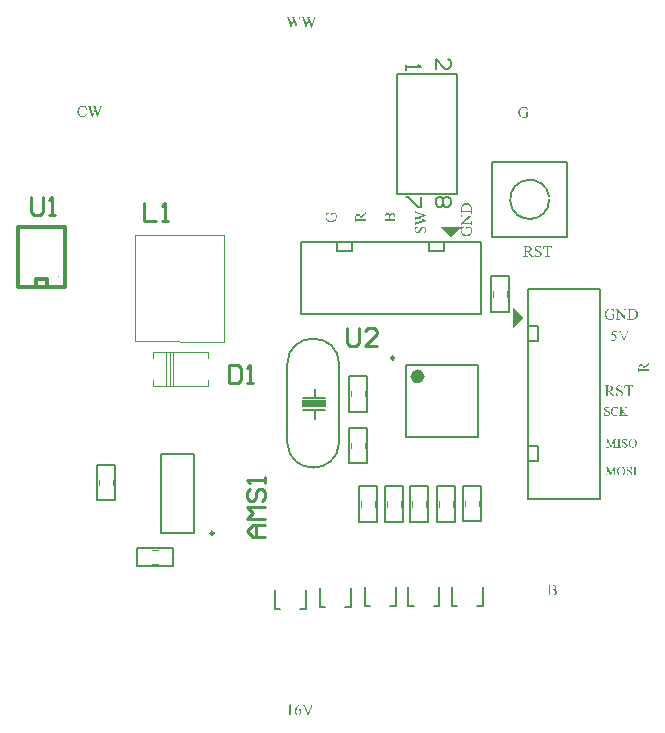
<source format=gto>
G04*
G04 #@! TF.GenerationSoftware,Altium Limited,Altium Designer,21.0.9 (235)*
G04*
G04 Layer_Color=65535*
%FSTAX24Y24*%
%MOIN*%
G70*
G04*
G04 #@! TF.SameCoordinates,013E48BC-1F52-4242-9F7F-A7329D5E5ACC*
G04*
G04*
G04 #@! TF.FilePolarity,Positive*
G04*
G01*
G75*
%ADD10C,0.0039*%
%ADD11C,0.0098*%
%ADD12C,0.0236*%
%ADD13C,0.0070*%
%ADD14C,0.0079*%
%ADD15C,0.0118*%
%ADD16C,0.0040*%
%ADD17C,0.0050*%
%ADD18C,0.0080*%
%ADD19C,0.0100*%
G36*
X038764Y043028D02*
X038759D01*
X038757Y043028D01*
X038749Y043026D01*
X038742Y043023D01*
X038741D01*
X03874Y043022D01*
X038739Y043021D01*
X038737Y043019D01*
X038734Y043016D01*
X038732Y043013D01*
X038729Y043009D01*
X038726Y043005D01*
Y043004D01*
X038724Y043003D01*
X038723Y043D01*
X038722Y042996D01*
X03872Y04299D01*
X038717Y042982D01*
X038714Y042973D01*
X038712Y042967D01*
X03871Y042961D01*
X038611Y042677D01*
X038601D01*
X038521Y042903D01*
X038441Y042677D01*
X038432D01*
X038327Y04297D01*
Y04297D01*
X038326Y042971D01*
X038326Y042973D01*
X038325Y042975D01*
X038323Y042981D01*
X038321Y042987D01*
X038318Y042994D01*
X038316Y043D01*
X038314Y043005D01*
X038313Y043007D01*
X038312Y043009D01*
Y043009D01*
X038311Y04301D01*
X03831Y043012D01*
X038308Y043014D01*
X038304Y043019D01*
X038298Y043023D01*
X038297D01*
X038296Y043024D01*
X038294Y043025D01*
X038291Y043026D01*
X038288Y043027D01*
X038284Y043028D01*
X038279Y043028D01*
X038273D01*
Y043038D01*
X038404D01*
Y043028D01*
X038395D01*
X038392Y043028D01*
X03839D01*
X038383Y043026D01*
X038379Y043024D01*
X038377Y043022D01*
X038376D01*
X038376Y043021D01*
X038373Y043017D01*
X038371Y043013D01*
X03837Y04301D01*
X03837Y043006D01*
Y043006D01*
Y043005D01*
X03837Y043002D01*
X038371Y042998D01*
X038372Y042992D01*
X038374Y042985D01*
X038377Y042976D01*
X038379Y042971D01*
X038381Y042965D01*
X03845Y042767D01*
X038509Y042935D01*
X038498Y042965D01*
X03849Y042988D01*
Y042989D01*
X038489Y042991D01*
X038488Y042993D01*
X038487Y042996D01*
X038483Y043004D01*
X038478Y043011D01*
X038478Y043012D01*
X038475Y043014D01*
X038473Y043017D01*
X038469Y04302D01*
X038469D01*
X038468Y043021D01*
X038466Y043022D01*
X038461Y043024D01*
X038457Y043027D01*
X038456Y043027D01*
X038453Y043028D01*
X038448Y043028D01*
X038441D01*
Y043038D01*
X038578D01*
Y043028D01*
X038567D01*
X038564Y043028D01*
X038561D01*
X038554Y043026D01*
X03855Y043024D01*
X038547Y043022D01*
X038546Y043021D01*
X038544Y043017D01*
X038542Y043012D01*
X038541Y043009D01*
X03854Y043005D01*
Y043004D01*
Y043002D01*
X038541Y042999D01*
X038542Y042994D01*
X038543Y042988D01*
X038545Y04298D01*
X038549Y04297D01*
X038552Y042958D01*
X03862Y042767D01*
X038687Y042961D01*
Y042962D01*
X038687Y042963D01*
X038688Y042964D01*
X038688Y042967D01*
X038691Y042972D01*
X038693Y042979D01*
X038694Y042986D01*
X038697Y042994D01*
X038698Y043D01*
X038698Y043006D01*
Y043006D01*
Y043007D01*
X038698Y04301D01*
X038697Y043013D01*
X038694Y043017D01*
X038694Y043018D01*
X038692Y04302D01*
X038689Y043022D01*
X038685Y043024D01*
X038685D01*
X038684Y043025D01*
X038681Y043026D01*
X038678Y043027D01*
X038675Y043027D01*
X03867Y043028D01*
X038665Y043028D01*
X038659D01*
Y043038D01*
X038764D01*
Y043028D01*
D02*
G37*
G36*
X038262D02*
X038257D01*
X038254Y043028D01*
X038247Y043026D01*
X03824Y043023D01*
X038239D01*
X038238Y043022D01*
X038236Y043021D01*
X038235Y043019D01*
X038232Y043016D01*
X038229Y043013D01*
X038226Y043009D01*
X038223Y043005D01*
Y043004D01*
X038222Y043003D01*
X038221Y043D01*
X038219Y042996D01*
X038217Y04299D01*
X038214Y042982D01*
X038211Y042973D01*
X03821Y042967D01*
X038207Y042961D01*
X038109Y042677D01*
X038099D01*
X038018Y042903D01*
X037939Y042677D01*
X037929D01*
X037825Y04297D01*
Y04297D01*
X037824Y042971D01*
X037824Y042973D01*
X037823Y042975D01*
X037821Y042981D01*
X037819Y042987D01*
X037816Y042994D01*
X037814Y043D01*
X037812Y043005D01*
X03781Y043007D01*
X03781Y043009D01*
Y043009D01*
X037809Y04301D01*
X037808Y043012D01*
X037806Y043014D01*
X037802Y043019D01*
X037796Y043023D01*
X037795D01*
X037794Y043024D01*
X037792Y043025D01*
X037789Y043026D01*
X037786Y043027D01*
X037782Y043028D01*
X037777Y043028D01*
X037771D01*
Y043038D01*
X037902D01*
Y043028D01*
X037893D01*
X03789Y043028D01*
X037887D01*
X03788Y043026D01*
X037877Y043024D01*
X037874Y043022D01*
X037874D01*
X037873Y043021D01*
X037871Y043017D01*
X037868Y043013D01*
X037868Y04301D01*
X037867Y043006D01*
Y043006D01*
Y043005D01*
X037868Y043002D01*
X037869Y042998D01*
X03787Y042992D01*
X037872Y042985D01*
X037875Y042976D01*
X037877Y042971D01*
X037879Y042965D01*
X037948Y042767D01*
X038007Y042935D01*
X037996Y042965D01*
X037988Y042988D01*
Y042989D01*
X037987Y042991D01*
X037986Y042993D01*
X037985Y042996D01*
X037981Y043004D01*
X037976Y043011D01*
X037975Y043012D01*
X037973Y043014D01*
X03797Y043017D01*
X037967Y04302D01*
X037967D01*
X037966Y043021D01*
X037963Y043022D01*
X037959Y043024D01*
X037955Y043027D01*
X037953Y043027D01*
X037951Y043028D01*
X037946Y043028D01*
X037939D01*
Y043038D01*
X038076D01*
Y043028D01*
X038064D01*
X038062Y043028D01*
X038058D01*
X038051Y043026D01*
X038047Y043024D01*
X038045Y043022D01*
X038044Y043021D01*
X038041Y043017D01*
X038039Y043012D01*
X038039Y043009D01*
X038038Y043005D01*
Y043004D01*
Y043002D01*
X038039Y042999D01*
X03804Y042994D01*
X038041Y042988D01*
X038043Y04298D01*
X038046Y04297D01*
X03805Y042958D01*
X038118Y042767D01*
X038184Y042961D01*
Y042962D01*
X038185Y042963D01*
X038186Y042964D01*
X038186Y042967D01*
X038188Y042972D01*
X03819Y042979D01*
X038192Y042986D01*
X038194Y042994D01*
X038195Y043D01*
X038196Y043006D01*
Y043006D01*
Y043007D01*
X038195Y04301D01*
X038194Y043013D01*
X038192Y043017D01*
X038192Y043018D01*
X03819Y04302D01*
X038187Y043022D01*
X038183Y043024D01*
X038182D01*
X038181Y043025D01*
X038179Y043026D01*
X038176Y043027D01*
X038172Y043027D01*
X038168Y043028D01*
X038163Y043028D01*
X038157D01*
Y043038D01*
X038262D01*
Y043028D01*
D02*
G37*
G36*
X031113Y039954D02*
X031104D01*
Y039955D01*
X031104Y039956D01*
X031103Y039959D01*
X031101Y039963D01*
X0311Y039967D01*
X031098Y039972D01*
X031092Y039984D01*
X031086Y039997D01*
X031078Y040009D01*
X031068Y040021D01*
X031063Y040026D01*
X031058Y040031D01*
X031057Y040032D01*
X031057Y040032D01*
X031055Y040033D01*
X031053Y040035D01*
X03105Y040037D01*
X031047Y040039D01*
X031038Y040043D01*
X031028Y040048D01*
X031015Y040051D01*
X031002Y040054D01*
X030995Y040055D01*
X030981D01*
X030978Y040055D01*
X030975Y040054D01*
X030966Y040053D01*
X030956Y040051D01*
X030946Y040048D01*
X030935Y040043D01*
X030924Y040037D01*
X030923D01*
X030923Y040036D01*
X030919Y040034D01*
X030914Y04003D01*
X030908Y040024D01*
X030901Y040015D01*
X030893Y040006D01*
X030886Y039994D01*
X030879Y03998D01*
Y039979D01*
X030879Y039978D01*
X030878Y039976D01*
X030877Y039973D01*
X030876Y039969D01*
X030875Y039965D01*
X030873Y039959D01*
X030872Y039953D01*
X03087Y039947D01*
X030869Y039939D01*
X030867Y039931D01*
X030866Y039923D01*
X030865Y039914D01*
X030864Y039904D01*
X030864Y039883D01*
Y039883D01*
Y039881D01*
Y039878D01*
Y039875D01*
X030864Y039871D01*
Y039866D01*
X030865Y039861D01*
X030865Y039855D01*
X030867Y039842D01*
X03087Y039828D01*
X030873Y039813D01*
X030878Y0398D01*
Y039799D01*
X030879Y039798D01*
X03088Y039796D01*
X030881Y039794D01*
X030885Y039788D01*
X03089Y03978D01*
X030896Y039771D01*
X030904Y039763D01*
X030913Y039754D01*
X030924Y039746D01*
X030925D01*
X030926Y039746D01*
X030928Y039745D01*
X03093Y039743D01*
X030932Y039742D01*
X030936Y03974D01*
X030945Y039737D01*
X030955Y039734D01*
X030967Y03973D01*
X030981Y039728D01*
X030995Y039728D01*
X031001D01*
X031003Y039728D01*
X031007D01*
X031015Y039729D01*
X031025Y039731D01*
X031035Y039734D01*
X031045Y039737D01*
X031055Y039742D01*
X031055D01*
X031056Y039742D01*
X031057Y039743D01*
X031059Y039745D01*
X031065Y039749D01*
X031072Y039755D01*
X031076Y039758D01*
X03108Y039763D01*
X031085Y039768D01*
X03109Y039773D01*
X031096Y039779D01*
X031101Y039786D01*
X031107Y039793D01*
X031113Y039801D01*
X031121Y039795D01*
X03112Y039795D01*
X03112Y039793D01*
X031118Y039791D01*
X031116Y039788D01*
X031114Y039784D01*
X03111Y039779D01*
X031103Y039769D01*
X031094Y039758D01*
X031083Y039746D01*
X031072Y039735D01*
X031065Y03973D01*
X031059Y039726D01*
X031058D01*
X031057Y039725D01*
X031055Y039724D01*
X031053Y039723D01*
X031049Y039721D01*
X031045Y039719D01*
X031041Y039717D01*
X031035Y039716D01*
X031029Y039713D01*
X031023Y039711D01*
X031008Y039708D01*
X030993Y039706D01*
X030975Y039705D01*
X030971D01*
X030967Y039705D01*
X030961Y039706D01*
X030953Y039707D01*
X030945Y039708D01*
X030936Y03971D01*
X030925Y039713D01*
X030914Y039716D01*
X030904Y039721D01*
X030893Y039726D01*
X030881Y039732D01*
X03087Y03974D01*
X030859Y039748D01*
X030849Y039758D01*
X03084Y03977D01*
X030839Y03977D01*
X030838Y039772D01*
X030836Y039775D01*
X030834Y039778D01*
X030831Y039783D01*
X030828Y039788D01*
X030825Y039795D01*
X030822Y039802D01*
X030818Y03981D01*
X030816Y039818D01*
X030812Y039828D01*
X03081Y039838D01*
X030807Y039848D01*
X030806Y03986D01*
X030805Y039871D01*
X030804Y039883D01*
Y039884D01*
Y039885D01*
Y039889D01*
X030805Y039892D01*
Y039897D01*
X030805Y039902D01*
X030806Y039908D01*
X030807Y039915D01*
X03081Y03993D01*
X030814Y039947D01*
X03082Y039964D01*
X030823Y039972D01*
X030828Y03998D01*
X030828Y039981D01*
X030829Y039983D01*
X03083Y039985D01*
X030832Y039988D01*
X030834Y039991D01*
X030837Y039996D01*
X030845Y040006D01*
X030854Y040016D01*
X030865Y040028D01*
X030877Y040039D01*
X030892Y040049D01*
X030893Y04005D01*
X030894Y04005D01*
X030896Y040051D01*
X030899Y040053D01*
X030903Y040055D01*
X030908Y040057D01*
X030913Y040059D01*
X030919Y040062D01*
X030925Y040064D01*
X030932Y040066D01*
X030948Y04007D01*
X030964Y040073D01*
X030973Y040074D01*
X030986D01*
X030989Y040073D01*
X030992D01*
X030996Y040073D01*
X031006Y040072D01*
X031017Y040069D01*
X03103Y040066D01*
X031043Y040061D01*
X031057Y040055D01*
X031057D01*
X031059Y040054D01*
X031061Y040053D01*
X031063Y040052D01*
X031068Y04005D01*
X031071Y040049D01*
X031074D01*
X031077Y04005D01*
X031081Y040051D01*
X031085Y040054D01*
X031085Y040055D01*
X031086Y040055D01*
X031087Y040057D01*
X031089Y040059D01*
X03109Y040062D01*
X031092Y040066D01*
X031094Y040069D01*
X031095Y040074D01*
X031104D01*
X031113Y039954D01*
D02*
G37*
G36*
X045817Y039933D02*
X045807D01*
Y039933D01*
X045807Y039935D01*
X045806Y039937D01*
X045804Y039939D01*
X045803Y039943D01*
X045802Y039947D01*
X045797Y039956D01*
X045792Y039966D01*
X045786Y039977D01*
X045779Y039986D01*
X045772Y039995D01*
X045771Y039996D01*
X04577Y039996D01*
X045768Y039998D01*
X045766Y04D01*
X045763Y040002D01*
X045759Y040005D01*
X045755Y040008D01*
X04575Y04001D01*
X045744Y040013D01*
X045738Y040016D01*
X045724Y040021D01*
X045708Y040025D01*
X0457Y040025D01*
X045691Y040026D01*
X045688D01*
X045684Y040025D01*
X04568D01*
X045674Y040024D01*
X045668Y040023D01*
X045661Y040021D01*
X045653Y040019D01*
X045645Y040016D01*
X045636Y040013D01*
X045628Y040008D01*
X045619Y040003D01*
X045611Y039997D01*
X045603Y03999D01*
X045596Y039982D01*
X045589Y039972D01*
X045588Y039972D01*
X045588Y03997D01*
X045586Y039968D01*
X045584Y039964D01*
X045582Y03996D01*
X045579Y039955D01*
X045577Y039949D01*
X045575Y039942D01*
X045572Y039935D01*
X045569Y039926D01*
X045566Y039917D01*
X045564Y039908D01*
X045563Y039898D01*
X045561Y039887D01*
X04556Y039876D01*
X04556Y039865D01*
Y039864D01*
Y039862D01*
Y03986D01*
X04556Y039856D01*
Y039852D01*
X045561Y039847D01*
X045561Y039841D01*
X045562Y039835D01*
X045565Y03982D01*
X045568Y039805D01*
X045572Y039789D01*
X045579Y039773D01*
Y039772D01*
X04558Y039771D01*
X045581Y039769D01*
X045583Y039766D01*
X045584Y039763D01*
X045587Y039759D01*
X045593Y03975D01*
X0456Y03974D01*
X045608Y03973D01*
X045619Y03972D01*
X04563Y039712D01*
X04563D01*
X045631Y039711D01*
X045633Y03971D01*
X045635Y039709D01*
X045638Y039707D01*
X045642Y039706D01*
X04565Y039702D01*
X04566Y039699D01*
X045671Y039696D01*
X045682Y039694D01*
X045695Y039693D01*
X045698D01*
X045702Y039693D01*
X045707D01*
X045713Y039694D01*
X045719Y039695D01*
X045732Y039698D01*
X045733D01*
X045736Y039699D01*
X045739Y0397D01*
X045744Y039701D01*
X045749Y039703D01*
X045755Y039706D01*
X045768Y039712D01*
Y039815D01*
Y039816D01*
Y039816D01*
Y039819D01*
Y039824D01*
X045767Y039829D01*
X045767Y039835D01*
X045766Y039841D01*
X045765Y039846D01*
X045763Y039849D01*
Y03985D01*
X045763Y039851D01*
X045761Y039854D01*
X045756Y039858D01*
X045751Y039862D01*
X04575D01*
X045749Y039862D01*
X045747Y039864D01*
X045744Y039864D01*
X04574Y039865D01*
X045735Y039866D01*
X045729Y039866D01*
X045721D01*
Y039876D01*
X045858D01*
Y039866D01*
X045848D01*
X045845Y039866D01*
X04584Y039865D01*
X045836Y039863D01*
X045831Y03986D01*
X045827Y039857D01*
X045824Y039853D01*
Y039852D01*
X045823Y03985D01*
X045822Y039848D01*
X045821Y039844D01*
X04582Y039839D01*
X045819Y039832D01*
X045819Y039825D01*
Y039815D01*
Y039706D01*
X045818D01*
X045818Y039706D01*
X045816Y039705D01*
X045814Y039704D01*
X045808Y039701D01*
X0458Y039697D01*
X045791Y039693D01*
X045781Y039689D01*
X04577Y039686D01*
X045759Y039683D01*
X045759D01*
X045758Y039682D01*
X045756D01*
X045754Y039682D01*
X045751Y039681D01*
X045748Y039681D01*
X04574Y039679D01*
X045731Y039677D01*
X04572Y039676D01*
X045708Y039676D01*
X045695Y039675D01*
X04569D01*
X045685Y039676D01*
X045678Y039676D01*
X04567Y039677D01*
X04566Y039678D01*
X045649Y039681D01*
X045637Y039683D01*
X045625Y039687D01*
X045612Y039691D01*
X045599Y039696D01*
X045586Y039703D01*
X045573Y03971D01*
X045561Y039719D01*
X04555Y039729D01*
X04554Y039741D01*
X045539Y039741D01*
X045538Y039743D01*
X045536Y039746D01*
X045534Y039749D01*
X04553Y039754D01*
X045527Y03976D01*
X045524Y039766D01*
X04552Y039773D01*
X045516Y039781D01*
X045513Y03979D01*
X04551Y039799D01*
X045506Y039809D01*
X045504Y039819D01*
X045502Y039831D01*
X045501Y039842D01*
X0455Y039854D01*
Y039854D01*
Y039856D01*
Y039858D01*
X045501Y039862D01*
Y039866D01*
X045501Y039871D01*
X045502Y039877D01*
X045503Y039883D01*
X045506Y039896D01*
X04551Y039912D01*
X045515Y039927D01*
X045522Y039943D01*
X045523Y039944D01*
X045523Y039945D01*
X045525Y039948D01*
X045527Y039951D01*
X04553Y039956D01*
X045533Y039961D01*
X045537Y039966D01*
X045541Y039972D01*
X045552Y039985D01*
X045564Y039998D01*
X045578Y04001D01*
X045587Y040016D01*
X045595Y040021D01*
X045595Y040022D01*
X045596Y040022D01*
X045599Y040024D01*
X045602Y040025D01*
X045605Y040027D01*
X04561Y040028D01*
X045615Y040031D01*
X045621Y040033D01*
X045627Y040035D01*
X045634Y040037D01*
X045649Y04004D01*
X045667Y040043D01*
X045686Y040044D01*
X045693D01*
X045698Y040044D01*
X045703D01*
X045709Y040043D01*
X045721Y040041D01*
X045721D01*
X045724Y04004D01*
X045727Y040039D01*
X045732Y040038D01*
X045739Y040036D01*
X045747Y040034D01*
X045755Y040031D01*
X045766Y040027D01*
X045766D01*
X045768Y040026D01*
X045771Y040026D01*
X045773Y040025D01*
X04578Y040023D01*
X045783Y040022D01*
X045786D01*
X045788Y040022D01*
X04579Y040024D01*
X045793Y040026D01*
X045794Y040027D01*
X045794Y040028D01*
X045795Y04003D01*
X045796Y040033D01*
X045797Y040036D01*
X045797Y040039D01*
X045798Y040044D01*
X045808D01*
X045817Y039933D01*
D02*
G37*
G36*
X031637Y040056D02*
X031632D01*
X031629Y040055D01*
X031622Y040054D01*
X031614Y04005D01*
X031614D01*
X031613Y040049D01*
X031611Y040048D01*
X031609Y040047D01*
X031607Y040044D01*
X031604Y040041D01*
X031601Y040037D01*
X031598Y040032D01*
Y040032D01*
X031597Y04003D01*
X031596Y040027D01*
X031594Y040024D01*
X031592Y040018D01*
X031589Y04001D01*
X031586Y040001D01*
X031584Y039995D01*
X031582Y039989D01*
X031484Y039705D01*
X031474D01*
X031393Y03993D01*
X031314Y039705D01*
X031304D01*
X031199Y039997D01*
Y039998D01*
X031199Y039999D01*
X031198Y040001D01*
X031198Y040003D01*
X031196Y040008D01*
X031193Y040014D01*
X031191Y040021D01*
X031189Y040027D01*
X031186Y040033D01*
X031185Y040035D01*
X031185Y040036D01*
Y040037D01*
X031184Y040038D01*
X031183Y040039D01*
X031181Y040042D01*
X031177Y040047D01*
X031171Y040051D01*
X03117D01*
X031169Y040051D01*
X031167Y040053D01*
X031164Y040054D01*
X031161Y040054D01*
X031156Y040055D01*
X031151Y040056D01*
X031146D01*
Y040066D01*
X031276D01*
Y040056D01*
X031268D01*
X031265Y040055D01*
X031262D01*
X031255Y040053D01*
X031252Y040051D01*
X031249Y040049D01*
X031249D01*
X031248Y040048D01*
X031246Y040045D01*
X031243Y040041D01*
X031243Y040037D01*
X031242Y040034D01*
Y040033D01*
Y040032D01*
X031243Y04003D01*
X031244Y040026D01*
X031245Y04002D01*
X031247Y040013D01*
X03125Y040004D01*
X031251Y039998D01*
X031254Y039992D01*
X031323Y039795D01*
X031382Y039963D01*
X031371Y039992D01*
X031363Y040016D01*
Y040016D01*
X031362Y040018D01*
X031361Y040021D01*
X031359Y040024D01*
X031356Y040031D01*
X031351Y040039D01*
X03135Y04004D01*
X031348Y040042D01*
X031345Y040044D01*
X031342Y040047D01*
X031341D01*
X031341Y040048D01*
X031338Y04005D01*
X031334Y040052D01*
X031329Y040054D01*
X031328Y040055D01*
X031326Y040055D01*
X031321Y040056D01*
X031314D01*
Y040066D01*
X031451D01*
Y040056D01*
X031439D01*
X031436Y040055D01*
X031433D01*
X031426Y040053D01*
X031422Y040051D01*
X031419Y040049D01*
X031418Y040048D01*
X031416Y040045D01*
X031414Y040039D01*
X031413Y040036D01*
X031413Y040032D01*
Y040032D01*
Y04003D01*
X031413Y040026D01*
X031415Y040021D01*
X031416Y040015D01*
X031418Y040007D01*
X031421Y039997D01*
X031425Y039986D01*
X031493Y039794D01*
X031559Y039989D01*
Y039989D01*
X03156Y03999D01*
X03156Y039992D01*
X031561Y039994D01*
X031563Y04D01*
X031565Y040006D01*
X031567Y040014D01*
X031569Y040021D01*
X03157Y040028D01*
X031571Y040033D01*
Y040034D01*
Y040035D01*
X03157Y040037D01*
X031569Y040041D01*
X031567Y040044D01*
X031566Y040045D01*
X031565Y040048D01*
X031561Y04005D01*
X031558Y040052D01*
X031557D01*
X031556Y040053D01*
X031554Y040053D01*
X031551Y040054D01*
X031547Y040055D01*
X031543Y040055D01*
X031537Y040056D01*
X031532D01*
Y040066D01*
X031637D01*
Y040056D01*
D02*
G37*
G36*
X04378Y036839D02*
X043784D01*
X043791Y036838D01*
X043798Y036837D01*
X043806Y036835D01*
X043816Y036834D01*
X043825Y036831D01*
X043835Y036828D01*
X043845Y036824D01*
X043855Y03682D01*
X043866Y036815D01*
X043876Y036809D01*
X043886Y036802D01*
X043895Y036794D01*
X043896Y036794D01*
X043898Y036792D01*
X0439Y036789D01*
X043904Y036785D01*
X043908Y03678D01*
X043913Y036773D01*
X043918Y036765D01*
X043923Y036757D01*
X043928Y036746D01*
X043933Y036735D01*
X043938Y036722D01*
X043942Y036709D01*
X043946Y036694D01*
X043948Y036677D01*
X04395Y03666D01*
X04395Y036641D01*
Y036485D01*
X043941D01*
Y036502D01*
X04394Y036505D01*
X043939Y03651D01*
X043937Y036515D01*
X043935Y03652D01*
X043931Y036525D01*
X043926Y036529D01*
X043926Y03653D01*
X043925Y03653D01*
X043922Y036531D01*
X043919Y036532D01*
X043913Y036533D01*
X043907Y036534D01*
X043899Y036535D01*
X043888D01*
X04366D01*
X043659D01*
X043658D01*
X043657D01*
X043655D01*
X043649Y036534D01*
X043643Y036534D01*
X043635Y036533D01*
X043629Y036532D01*
X043623Y03653D01*
X043621Y036528D01*
X043619Y036527D01*
X043618Y036527D01*
X043617Y036526D01*
X043615Y036523D01*
X043613Y03652D01*
X043611Y036516D01*
X043609Y036511D01*
X043608Y036505D01*
X043608Y036498D01*
Y036485D01*
X043598D01*
Y036641D01*
X043598Y036647D01*
X043599Y036655D01*
X043599Y036663D01*
X0436Y036672D01*
X043602Y036692D01*
X043605Y036711D01*
X04361Y03673D01*
X043612Y036739D01*
X043616Y036747D01*
Y036748D01*
X043617Y036749D01*
X043618Y036751D01*
X043619Y036754D01*
X043621Y036758D01*
X043623Y036762D01*
X04363Y036771D01*
X043638Y036782D01*
X043649Y036793D01*
X043661Y036804D01*
X043668Y036809D01*
X043676Y036814D01*
X043676Y036815D01*
X043677Y036815D01*
X04368Y036816D01*
X043683Y036818D01*
X043687Y03682D01*
X043692Y036822D01*
X043698Y036824D01*
X043704Y036827D01*
X04371Y036829D01*
X043718Y036831D01*
X043726Y036833D01*
X043734Y036835D01*
X043753Y036838D01*
X043763Y036839D01*
X043772D01*
X043774D01*
X043776D01*
X04378Y036839D01*
D02*
G37*
G36*
X043608Y036451D02*
X043608Y036448D01*
X043609Y036443D01*
X043611Y036437D01*
X043614Y036432D01*
X043617Y036427D01*
X043621Y036423D01*
X043622D01*
X043623Y036422D01*
X043626Y036421D01*
X043629Y03642D01*
X043634Y036419D01*
X04364Y036419D01*
X043649Y036418D01*
X043659D01*
X043956D01*
Y036408D01*
X043673Y036176D01*
X043889D01*
X04389D01*
X043891D01*
X043893D01*
X043895D01*
X0439Y036176D01*
X043907Y036177D01*
X043914Y036177D01*
X04392Y036178D01*
X043926Y03618D01*
X043929Y036181D01*
X04393Y036182D01*
X043931Y036183D01*
X043932Y036184D01*
X043934Y036187D01*
X043935Y03619D01*
X043937Y036194D01*
X043939Y0362D01*
X04394Y036206D01*
X043941Y036213D01*
Y036226D01*
X04395D01*
Y036103D01*
X043941D01*
Y036118D01*
X04394Y036122D01*
X043939Y036127D01*
X043937Y036133D01*
X043935Y036138D01*
X043932Y036143D01*
X043928Y036147D01*
X043927Y036147D01*
X043926Y036148D01*
X043923Y036149D01*
X04392Y03615D01*
X043914Y036151D01*
X043908Y036152D01*
X0439Y036153D01*
X043889D01*
X043644D01*
X043644Y036152D01*
X043641Y03615D01*
X043638Y036147D01*
X043635Y036144D01*
X043627Y036136D01*
X043624Y036132D01*
X043621Y036129D01*
X043621Y036128D01*
X04362Y036127D01*
X043619Y036125D01*
X043617Y036123D01*
X043616Y03612D01*
X043614Y036116D01*
X043612Y036111D01*
X04361Y036106D01*
Y036105D01*
X04361Y036104D01*
X043609Y036103D01*
X043609Y0361D01*
Y036097D01*
X043608Y036093D01*
X043608Y036089D01*
Y036083D01*
X043598D01*
Y036178D01*
X043861Y036395D01*
X043659D01*
X043658D01*
X043657D01*
X043656D01*
X043654D01*
X043649Y036394D01*
X043642Y036394D01*
X043635Y036393D01*
X043628Y036391D01*
X043622Y03639D01*
X04362Y036388D01*
X043618Y036387D01*
X043618Y036386D01*
X043617Y036385D01*
X043615Y036383D01*
X043613Y036379D01*
X043611Y036375D01*
X043609Y03637D01*
X043608Y036364D01*
X043608Y036356D01*
Y036344D01*
X043598D01*
Y036468D01*
X043608D01*
Y036451D01*
D02*
G37*
G36*
X043768Y036072D02*
X043768Y036069D01*
X043769Y036065D01*
X043771Y03606D01*
X043774Y036056D01*
X043777Y036051D01*
X043781Y036048D01*
X043782D01*
X043783Y036047D01*
X043786Y036046D01*
X043789Y036046D01*
X043795Y036045D01*
X043801Y036044D01*
X043809Y036043D01*
X043819D01*
X043928D01*
Y036042D01*
X043928Y036042D01*
X043929Y03604D01*
X04393Y036038D01*
X043933Y036032D01*
X043937Y036024D01*
X043941Y036015D01*
X043944Y036005D01*
X043948Y035994D01*
X043951Y035984D01*
Y035983D01*
X043952Y035982D01*
Y035981D01*
X043952Y035979D01*
X043953Y035976D01*
X043953Y035973D01*
X043955Y035964D01*
X043956Y035955D01*
X043958Y035944D01*
X043958Y035932D01*
X043959Y035919D01*
Y035915D01*
X043958Y035909D01*
X043958Y035902D01*
X043956Y035894D01*
X043955Y035884D01*
X043953Y035873D01*
X04395Y035861D01*
X043947Y035849D01*
X043943Y035837D01*
X043937Y035824D01*
X043931Y03581D01*
X043924Y035798D01*
X043915Y035786D01*
X043905Y035774D01*
X043893Y035764D01*
X043893Y035763D01*
X043891Y035762D01*
X043888Y03576D01*
X043884Y035758D01*
X04388Y035755D01*
X043874Y035751D01*
X043868Y035748D01*
X04386Y035744D01*
X043853Y035741D01*
X043844Y035737D01*
X043835Y035734D01*
X043825Y035731D01*
X043815Y035729D01*
X043803Y035726D01*
X043792Y035725D01*
X04378Y035725D01*
X04378D01*
X043778D01*
X043776D01*
X043772Y035725D01*
X043768D01*
X043763Y035726D01*
X043757Y035726D01*
X043751Y035727D01*
X043738Y03573D01*
X043722Y035734D01*
X043706Y035739D01*
X043691Y035747D01*
X04369Y035747D01*
X043688Y035748D01*
X043686Y035749D01*
X043682Y035751D01*
X043678Y035754D01*
X043673Y035757D01*
X043668Y035761D01*
X043662Y035766D01*
X043649Y035776D01*
X043636Y035789D01*
X043623Y035803D01*
X043618Y035811D01*
X043612Y035819D01*
X043612Y03582D01*
X043611Y035821D01*
X04361Y035823D01*
X043609Y035826D01*
X043607Y03583D01*
X043605Y035834D01*
X043603Y035839D01*
X043601Y035845D01*
X043599Y035851D01*
X043597Y035858D01*
X043593Y035874D01*
X043591Y035891D01*
X04359Y03591D01*
Y035917D01*
X04359Y035922D01*
Y035927D01*
X043591Y035933D01*
X043593Y035945D01*
Y035946D01*
X043593Y035948D01*
X043594Y035952D01*
X043596Y035957D01*
X043598Y035963D01*
X0436Y035971D01*
X043603Y03598D01*
X043606Y03599D01*
Y035991D01*
X043608Y035992D01*
X043608Y035995D01*
X043609Y035998D01*
X043611Y036004D01*
X043612Y036007D01*
Y03601D01*
X043611Y036012D01*
X04361Y036015D01*
X043608Y036017D01*
X043606Y036018D01*
X043605Y036018D01*
X043604Y03602D01*
X043601Y03602D01*
X043598Y036021D01*
X043594Y036022D01*
X04359Y036022D01*
Y03603D01*
X043245Y035685D01*
Y035695D01*
X042895Y036045D01*
X043605D01*
X043592Y036032D01*
X043701Y036041D01*
Y036032D01*
X0437D01*
X043699Y036031D01*
X043697Y03603D01*
X043694Y036029D01*
X043691Y036028D01*
X043687Y036026D01*
X043678Y036022D01*
X043668Y036017D01*
X043657Y036011D01*
X043647Y036004D01*
X043639Y035996D01*
X043638Y035996D01*
X043638Y035994D01*
X043636Y035993D01*
X043634Y035991D01*
X043632Y035987D01*
X043629Y035984D01*
X043626Y035979D01*
X043623Y035974D01*
X043621Y035969D01*
X043618Y035962D01*
X043613Y035949D01*
X043609Y035933D01*
X043609Y035925D01*
X043608Y035915D01*
Y035913D01*
X043609Y035909D01*
Y035904D01*
X04361Y035899D01*
X043611Y035892D01*
X043612Y035885D01*
X043615Y035878D01*
X043617Y035869D01*
X043621Y035861D01*
X043626Y035852D01*
X043631Y035844D01*
X043637Y035836D01*
X043644Y035827D01*
X043652Y03582D01*
X043662Y035813D01*
X043662Y035813D01*
X043664Y035812D01*
X043666Y03581D01*
X04367Y035809D01*
X043674Y035807D01*
X043679Y035804D01*
X043685Y035801D01*
X043692Y035799D01*
X043699Y035796D01*
X043708Y035793D01*
X043717Y035791D01*
X043726Y035789D01*
X043736Y035787D01*
X043747Y035785D01*
X043758Y035785D01*
X043769Y035784D01*
X04377D01*
X043771D01*
X043774D01*
X043778Y035785D01*
X043782D01*
X043787Y035785D01*
X043793Y035786D01*
X043799Y035786D01*
X043813Y035789D01*
X043829Y035792D01*
X043845Y035797D01*
X043861Y035803D01*
X043861D01*
X043863Y035804D01*
X043865Y035805D01*
X043867Y035807D01*
X043871Y035809D01*
X043875Y035811D01*
X043884Y035817D01*
X043894Y035825D01*
X043904Y035833D01*
X043914Y035843D01*
X043922Y035854D01*
Y035855D01*
X043923Y035856D01*
X043924Y035857D01*
X043925Y03586D01*
X043926Y035862D01*
X043928Y035866D01*
X043931Y035874D01*
X043935Y035884D01*
X043938Y035895D01*
X04394Y035907D01*
X043941Y035919D01*
Y035922D01*
X043941Y035926D01*
Y035931D01*
X04394Y035937D01*
X043939Y035943D01*
X043936Y035957D01*
Y035958D01*
X043935Y03596D01*
X043934Y035963D01*
X043932Y035968D01*
X043931Y035974D01*
X043928Y03598D01*
X043922Y035992D01*
X043819D01*
X043818D01*
X043818D01*
X043815D01*
X04381D01*
X043805Y035992D01*
X043799Y035991D01*
X043793Y035991D01*
X043788Y03599D01*
X043784Y035988D01*
X043784D01*
X043783Y035987D01*
X04378Y035985D01*
X043776Y035981D01*
X043772Y035975D01*
Y035975D01*
X043771Y035974D01*
X04377Y035971D01*
X04377Y035969D01*
X043769Y035964D01*
X043768Y035959D01*
X043768Y035953D01*
Y035946D01*
X043758D01*
Y036082D01*
X043768D01*
Y036072D01*
D02*
G37*
G36*
X046264Y035287D02*
X046255D01*
Y035287D01*
Y035288D01*
X046254Y03529D01*
X046253Y035293D01*
X046252Y035299D01*
X046251Y035307D01*
X046248Y035316D01*
X046245Y035325D01*
X046242Y035334D01*
X046238Y035342D01*
X046237Y035343D01*
X046235Y035346D01*
X046233Y03535D01*
X046229Y035354D01*
X046224Y035359D01*
X046218Y035365D01*
X046211Y03537D01*
X046203Y035375D01*
X046202Y035376D01*
X046199Y035377D01*
X046195Y035379D01*
X046189Y035382D01*
X046182Y035384D01*
X046174Y035386D01*
X046165Y035387D01*
X046157Y035388D01*
X046152D01*
X046147Y035387D01*
X046141Y035386D01*
X046134Y035383D01*
X046126Y035381D01*
X046119Y035376D01*
X046112Y035371D01*
X046111Y03537D01*
X046109Y035368D01*
X046107Y035364D01*
X046103Y03536D01*
X0461Y035354D01*
X046097Y035348D01*
X046095Y035341D01*
X046095Y035333D01*
Y035333D01*
Y03533D01*
X046095Y035328D01*
X046096Y035323D01*
X046097Y035319D01*
X046099Y035314D01*
X046102Y035309D01*
X046105Y035304D01*
X046107Y035303D01*
X046108Y035301D01*
X046109Y0353D01*
X046111Y035298D01*
X046114Y035296D01*
X046117Y035293D01*
X046121Y03529D01*
X046126Y035287D01*
X046132Y035282D01*
X046138Y035279D01*
X046145Y035274D01*
X046153Y035269D01*
X046162Y035263D01*
X046171Y035258D01*
X046182Y035252D01*
X046183Y035251D01*
X046185Y035251D01*
X046187Y035249D01*
X046191Y035247D01*
X046194Y035245D01*
X046199Y035242D01*
X046209Y035236D01*
X046221Y03523D01*
X046232Y035223D01*
X046241Y035217D01*
X046246Y035214D01*
X04625Y035211D01*
X046251Y03521D01*
X046253Y035208D01*
X046256Y035205D01*
X04626Y035202D01*
X046265Y035197D01*
X046269Y035191D01*
X046274Y035185D01*
X046278Y035178D01*
X046279Y035176D01*
X04628Y035174D01*
X046281Y03517D01*
X046283Y035166D01*
X046285Y035159D01*
X046286Y035152D01*
X046287Y035145D01*
X046288Y035137D01*
Y035137D01*
Y035135D01*
Y035133D01*
X046287Y035131D01*
X046287Y035127D01*
X046286Y035123D01*
X046284Y035114D01*
X04628Y035103D01*
X046278Y035097D01*
X046275Y035091D01*
X046271Y035085D01*
X046267Y03508D01*
X046262Y035074D01*
X046257Y035068D01*
X046256Y035068D01*
X046255Y035067D01*
X046253Y035066D01*
X046251Y035064D01*
X046248Y035062D01*
X046244Y035059D01*
X04624Y035056D01*
X046235Y035054D01*
X046229Y035051D01*
X046223Y035049D01*
X04621Y035044D01*
X046194Y03504D01*
X046186Y03504D01*
X046176Y035039D01*
X046171D01*
X046167Y03504D01*
X046163D01*
X046158Y03504D01*
X046147Y035042D01*
X046147D01*
X046146Y035043D01*
X046144D01*
X04614Y035044D01*
X046136Y035045D01*
X04613Y035046D01*
X046123Y035049D01*
X046114Y035051D01*
X046113Y035052D01*
X04611Y035052D01*
X046106Y035054D01*
X046101Y035056D01*
X046096Y035057D01*
X04609Y035058D01*
X046086Y035059D01*
X046083Y03506D01*
X046081D01*
X046079Y035059D01*
X046075Y035058D01*
X046072Y035055D01*
X046072Y035055D01*
X046071Y035054D01*
X04607Y035052D01*
X046069Y03505D01*
X046068Y035047D01*
X046067Y035044D01*
X046067Y035039D01*
X046057D01*
Y03516D01*
X046067D01*
Y035159D01*
X046067Y035158D01*
Y035156D01*
X046068Y035154D01*
X046068Y035151D01*
X046069Y035147D01*
X046072Y035139D01*
X046074Y035129D01*
X046077Y03512D01*
X046081Y035111D01*
X046085Y035103D01*
X046085Y035102D01*
X046087Y035099D01*
X04609Y035096D01*
X046093Y035092D01*
X046098Y035087D01*
X046104Y035082D01*
X046111Y035076D01*
X04612Y035072D01*
X04612D01*
X046121Y035071D01*
X046124Y03507D01*
X046128Y035068D01*
X046135Y035066D01*
X046143Y035063D01*
X046151Y035061D01*
X046161Y03506D01*
X046171Y03506D01*
X046174D01*
X046176Y03506D01*
X046182Y035061D01*
X04619Y035062D01*
X046198Y035064D01*
X046206Y035067D01*
X046215Y035071D01*
X046222Y035076D01*
X046223Y035077D01*
X046226Y03508D01*
X046228Y035083D01*
X046232Y035088D01*
X046235Y035094D01*
X046239Y035101D01*
X046241Y035109D01*
X046241Y035117D01*
Y035118D01*
Y03512D01*
X046241Y035122D01*
X04624Y035126D01*
X04624Y035129D01*
X046238Y035134D01*
X046236Y035139D01*
X046234Y035144D01*
X046233Y035144D01*
X046233Y035146D01*
X04623Y035149D01*
X046228Y035152D01*
X046226Y035156D01*
X046222Y035159D01*
X046217Y035164D01*
X046212Y035168D01*
X046211Y035169D01*
X04621Y03517D01*
X046206Y035172D01*
X046201Y035175D01*
X046198Y035178D01*
X046194Y03518D01*
X046189Y035183D01*
X046184Y035186D01*
X046178Y035189D01*
X046171Y035193D01*
X046164Y035197D01*
X046156Y035202D01*
X046156Y035202D01*
X046154Y035203D01*
X046152Y035204D01*
X046149Y035206D01*
X046145Y035208D01*
X046141Y03521D01*
X046131Y035216D01*
X046121Y035222D01*
X04611Y035229D01*
X0461Y035236D01*
X046096Y035239D01*
X046092Y035242D01*
X046091Y035242D01*
X046089Y035245D01*
X046085Y035248D01*
X046081Y035252D01*
X046076Y035257D01*
X046072Y035263D01*
X046067Y035269D01*
X046063Y035275D01*
X046062Y035276D01*
X046061Y035279D01*
X04606Y035282D01*
X046058Y035287D01*
X046056Y035293D01*
X046055Y0353D01*
X046054Y035307D01*
X046053Y035315D01*
Y035316D01*
Y035317D01*
Y035319D01*
X046054Y035322D01*
X046054Y035325D01*
X046055Y035329D01*
X046057Y035337D01*
X04606Y035348D01*
X046065Y035359D01*
X046068Y035364D01*
X046073Y03537D01*
X046077Y035375D01*
X046082Y035381D01*
X046083Y035381D01*
X046083Y035382D01*
X046085Y035383D01*
X046087Y035385D01*
X04609Y035387D01*
X046093Y035389D01*
X046098Y035392D01*
X046102Y035395D01*
X046113Y0354D01*
X046126Y035404D01*
X04614Y035407D01*
X046148Y035408D01*
X046156Y035408D01*
X046161D01*
X046167Y035408D01*
X046174Y035407D01*
X046183Y035405D01*
X046193Y035402D01*
X046204Y035399D01*
X046216Y035394D01*
X046216D01*
X046218Y035393D01*
X046221Y035393D01*
X046224Y035392D01*
X04623Y035389D01*
X046234Y035389D01*
X046236Y035388D01*
X046238D01*
X04624Y035389D01*
X046244Y03539D01*
X046247Y035392D01*
X046248Y035393D01*
X046249Y035394D01*
X04625Y035395D01*
X046251Y035398D01*
X046252Y035401D01*
X046253Y035404D01*
X046255Y035408D01*
X046264D01*
Y035287D01*
D02*
G37*
G36*
X046628Y035318D02*
X046618D01*
Y035319D01*
X046617Y035322D01*
X046616Y035325D01*
X046615Y03533D01*
X046613Y03534D01*
X046612Y035345D01*
X04661Y035349D01*
X046609Y03535D01*
X046608Y035351D01*
X046607Y035354D01*
X046604Y035357D01*
X046601Y035361D01*
X046597Y035364D01*
X046593Y035368D01*
X046588Y035371D01*
X046588Y035371D01*
X046586Y035372D01*
X046583Y035373D01*
X046579Y035375D01*
X046574Y035376D01*
X046568Y035377D01*
X046561Y035378D01*
X046553Y035378D01*
X046504D01*
Y035109D01*
Y035108D01*
Y035107D01*
Y035105D01*
Y035103D01*
X046505Y035098D01*
X046505Y035091D01*
X046506Y035084D01*
X046507Y035078D01*
X046508Y035072D01*
X046509Y035069D01*
X046511Y035068D01*
X046511Y035067D01*
X046512Y035066D01*
X046515Y035064D01*
X046518Y035063D01*
X046523Y035061D01*
X046528Y035059D01*
X046534Y035058D01*
X046541Y035057D01*
X046554D01*
Y035048D01*
X046404D01*
Y035057D01*
X04642D01*
X046424Y035058D01*
X046429Y035059D01*
X046434Y035061D01*
X04644Y035063D01*
X046445Y035066D01*
X046448Y03507D01*
X046449Y035071D01*
X046449Y035072D01*
X046451Y035075D01*
X046452Y035078D01*
X046453Y035084D01*
X046453Y03509D01*
X046454Y035098D01*
Y035109D01*
Y035378D01*
X046404D01*
X046398Y035378D01*
X046387Y035377D01*
X046381Y035376D01*
X046377Y035375D01*
X046376D01*
X046375Y035374D01*
X046372Y035372D01*
X046369Y03537D01*
X046365Y035368D01*
X046361Y035364D01*
X046357Y03536D01*
X046353Y035356D01*
X046353Y035355D01*
X046352Y035353D01*
X04635Y03535D01*
X046348Y035346D01*
X046347Y03534D01*
X046345Y035334D01*
X046343Y035326D01*
X046342Y035318D01*
X046333D01*
X046336Y0354D01*
X046624D01*
X046628Y035318D01*
D02*
G37*
G36*
X045822Y0354D02*
X045828D01*
X045834Y035399D01*
X045848Y035398D01*
X045861Y035396D01*
X045874Y035394D01*
X04588Y035393D01*
X045885Y035392D01*
X045886D01*
X045886Y035391D01*
X04589Y03539D01*
X045895Y035388D01*
X045901Y035385D01*
X045908Y035381D01*
X045916Y035376D01*
X045924Y035369D01*
X045931Y035362D01*
X045931Y03536D01*
X045933Y035358D01*
X045937Y035353D01*
X04594Y035347D01*
X045943Y035339D01*
X045947Y03533D01*
X045949Y03532D01*
X045949Y035309D01*
Y035309D01*
Y035307D01*
Y035306D01*
X045949Y035304D01*
X045948Y035298D01*
X045947Y03529D01*
X045944Y035281D01*
X045941Y035272D01*
X045935Y035262D01*
X045928Y035253D01*
X045927Y035252D01*
X045924Y035249D01*
X045919Y035245D01*
X045912Y03524D01*
X045903Y035234D01*
X045891Y035228D01*
X045878Y035223D01*
X045862Y035219D01*
X045936Y035118D01*
X045936Y035117D01*
X045937Y035116D01*
X045938Y035115D01*
X04594Y035113D01*
X045944Y035107D01*
X04595Y035099D01*
X045957Y035091D01*
X045964Y035084D01*
X045971Y035077D01*
X045975Y035074D01*
X045978Y035072D01*
X045979Y035071D01*
X045981Y03507D01*
X045985Y035068D01*
X045991Y035066D01*
X045998Y035063D01*
X046006Y035061D01*
X046015Y035059D01*
X046025Y035057D01*
Y035048D01*
X045931D01*
X045811Y035212D01*
X045803D01*
X045796Y035212D01*
X045778D01*
X045775Y035212D01*
Y03511D01*
Y035109D01*
Y035108D01*
Y035107D01*
Y035104D01*
X045776Y035099D01*
X045776Y035092D01*
X045777Y035085D01*
X045778Y035078D01*
X04578Y035073D01*
X045781Y03507D01*
X045782Y035068D01*
X045783Y035068D01*
X045784Y035067D01*
X045787Y035065D01*
X04579Y035063D01*
X045794Y035061D01*
X045799Y035059D01*
X045805Y035058D01*
X045812Y035057D01*
X045825D01*
Y035048D01*
X045675D01*
Y035057D01*
X045692D01*
X045696Y035058D01*
X0457Y035059D01*
X045706Y035061D01*
X045711Y035063D01*
X045716Y035067D01*
X04572Y035072D01*
Y035072D01*
X045721Y035073D01*
X045722Y035076D01*
X045723Y035079D01*
X045724Y035085D01*
X045724Y035091D01*
X045725Y035099D01*
Y03511D01*
Y035338D01*
Y035339D01*
Y03534D01*
Y035341D01*
Y035343D01*
X045725Y035349D01*
X045724Y035356D01*
X045724Y035363D01*
X045722Y035369D01*
X045721Y035375D01*
X045719Y035377D01*
X045718Y035379D01*
X045717Y03538D01*
X045716Y035381D01*
X045713Y035383D01*
X045711Y035385D01*
X045706Y035387D01*
X045701Y035389D01*
X045695Y03539D01*
X045688Y03539D01*
X045675D01*
Y0354D01*
X045817D01*
X045822Y0354D01*
D02*
G37*
G36*
X048696Y033201D02*
X048687D01*
Y033201D01*
X048686Y033202D01*
X048685Y033204D01*
X048684Y033207D01*
X048683Y033211D01*
X048681Y033215D01*
X048677Y033224D01*
X048672Y033234D01*
X048666Y033244D01*
X048659Y033254D01*
X048651Y033263D01*
X048651Y033263D01*
X04865Y033264D01*
X048648Y033266D01*
X048646Y033268D01*
X048642Y03327D01*
X048639Y033273D01*
X048634Y033275D01*
X048629Y033278D01*
X048624Y033281D01*
X048617Y033284D01*
X048604Y033289D01*
X048588Y033292D01*
X04858Y033293D01*
X04857Y033293D01*
X048568D01*
X048564Y033293D01*
X048559D01*
X048554Y033292D01*
X048547Y033291D01*
X04854Y033289D01*
X048533Y033287D01*
X048524Y033284D01*
X048516Y03328D01*
X048508Y033276D01*
X048499Y033271D01*
X048491Y033265D01*
X048482Y033257D01*
X048475Y033249D01*
X048468Y03324D01*
X048468Y033239D01*
X048467Y033238D01*
X048466Y033236D01*
X048464Y033232D01*
X048462Y033227D01*
X048459Y033222D01*
X048456Y033216D01*
X048454Y033209D01*
X048451Y033202D01*
X048449Y033194D01*
X048446Y033185D01*
X048444Y033176D01*
X048442Y033166D01*
X04844Y033155D01*
X04844Y033144D01*
X048439Y033132D01*
Y033132D01*
Y03313D01*
Y033127D01*
X04844Y033124D01*
Y033119D01*
X04844Y033114D01*
X048441Y033108D01*
X048442Y033102D01*
X048444Y033088D01*
X048448Y033072D01*
X048452Y033056D01*
X048458Y033041D01*
Y03304D01*
X04846Y033039D01*
X048461Y033037D01*
X048462Y033034D01*
X048464Y03303D01*
X048466Y033026D01*
X048472Y033018D01*
X04848Y033007D01*
X048488Y032998D01*
X048498Y032988D01*
X048509Y03298D01*
X04851D01*
X048511Y032979D01*
X048512Y032978D01*
X048515Y032977D01*
X048517Y032975D01*
X048521Y032973D01*
X048529Y03297D01*
X048539Y032966D01*
X04855Y032964D01*
X048562Y032961D01*
X048574Y03296D01*
X048577D01*
X048581Y032961D01*
X048586D01*
X048592Y032961D01*
X048598Y032963D01*
X048612Y032965D01*
X048613D01*
X048615Y032966D01*
X048618Y032967D01*
X048623Y032969D01*
X048629Y032971D01*
X048635Y032973D01*
X048647Y03298D01*
Y033083D01*
Y033083D01*
Y033084D01*
Y033087D01*
Y033091D01*
X048647Y033097D01*
X048646Y033103D01*
X048646Y033108D01*
X048645Y033113D01*
X048643Y033117D01*
Y033118D01*
X048642Y033119D01*
X04864Y033122D01*
X048636Y033126D01*
X04863Y03313D01*
X04863D01*
X048629Y03313D01*
X048627Y033131D01*
X048624Y033132D01*
X04862Y033133D01*
X048615Y033133D01*
X048609Y033134D01*
X048601D01*
Y033144D01*
X048737D01*
Y033134D01*
X048728D01*
X048724Y033133D01*
X04872Y033132D01*
X048715Y033131D01*
X048711Y033128D01*
X048706Y033125D01*
X048703Y03312D01*
Y03312D01*
X048703Y033118D01*
X048701Y033116D01*
X048701Y033112D01*
X0487Y033107D01*
X048699Y0331D01*
X048698Y033093D01*
Y033083D01*
Y032974D01*
X048698D01*
X048697Y032973D01*
X048695Y032972D01*
X048693Y032971D01*
X048687Y032969D01*
X04868Y032965D01*
X04867Y032961D01*
X04866Y032957D01*
X04865Y032954D01*
X048639Y032951D01*
X048638D01*
X048638Y03295D01*
X048636D01*
X048634Y032949D01*
X048631Y032949D01*
X048628Y032948D01*
X04862Y032947D01*
X04861Y032945D01*
X048599Y032944D01*
X048587Y032943D01*
X048574Y032943D01*
X04857D01*
X048564Y032943D01*
X048557Y032944D01*
X048549Y032945D01*
X048539Y032946D01*
X048528Y032948D01*
X048516Y032951D01*
X048504Y032954D01*
X048492Y032959D01*
X048479Y032964D01*
X048466Y032971D01*
X048453Y032978D01*
X048441Y032987D01*
X048429Y032997D01*
X048419Y033008D01*
X048419Y033009D01*
X048417Y033011D01*
X048415Y033013D01*
X048413Y033017D01*
X04841Y033022D01*
X048407Y033028D01*
X048403Y033034D01*
X048399Y033041D01*
X048396Y033049D01*
X048392Y033058D01*
X048389Y033067D01*
X048386Y033077D01*
X048384Y033087D01*
X048381Y033099D01*
X04838Y033109D01*
X04838Y033121D01*
Y033122D01*
Y033124D01*
Y033126D01*
X04838Y03313D01*
Y033133D01*
X048381Y033138D01*
X048381Y033144D01*
X048383Y03315D01*
X048385Y033164D01*
X048389Y033179D01*
X048395Y033195D01*
X048402Y033211D01*
X048402Y033212D01*
X048403Y033213D01*
X048404Y033216D01*
X048407Y033219D01*
X048409Y033224D01*
X048413Y033228D01*
X048416Y033234D01*
X048421Y03324D01*
X048431Y033252D01*
X048444Y033266D01*
X048458Y033278D01*
X048466Y033284D01*
X048474Y033289D01*
X048475Y03329D01*
X048476Y03329D01*
X048478Y033291D01*
X048481Y033293D01*
X048485Y033295D01*
X04849Y033296D01*
X048494Y033298D01*
X0485Y033301D01*
X048506Y033303D01*
X048514Y033305D01*
X048529Y033308D01*
X048546Y033311D01*
X048565Y033312D01*
X048573D01*
X048577Y033311D01*
X048582D01*
X048588Y033311D01*
X0486Y033309D01*
X048601D01*
X048603Y033308D01*
X048607Y033307D01*
X048612Y033306D01*
X048618Y033304D01*
X048626Y033302D01*
X048635Y033299D01*
X048645Y033295D01*
X048646D01*
X048647Y033294D01*
X04865Y033293D01*
X048653Y033292D01*
X048659Y033291D01*
X048662Y03329D01*
X048665D01*
X048667Y03329D01*
X04867Y033291D01*
X048672Y033294D01*
X048673Y033295D01*
X048674Y033296D01*
X048675Y033298D01*
X048675Y033301D01*
X048676Y033303D01*
X048677Y033307D01*
X048677Y033312D01*
X048687D01*
X048696Y033201D01*
D02*
G37*
G36*
X049123Y033294D02*
X049107D01*
X049103Y033293D01*
X049098Y033292D01*
X049092Y033291D01*
X049087Y033288D01*
X049082Y033285D01*
X049078Y03328D01*
Y03328D01*
X049077Y033279D01*
X049077Y033276D01*
X049075Y033273D01*
X049074Y033268D01*
X049074Y033261D01*
X049073Y033253D01*
Y033243D01*
Y032946D01*
X049063D01*
X048831Y033229D01*
Y033012D01*
Y033012D01*
Y033011D01*
Y033009D01*
Y033007D01*
X048831Y033001D01*
X048832Y032995D01*
X048832Y032988D01*
X048834Y032981D01*
X048835Y032976D01*
X048836Y032973D01*
X048837Y032971D01*
X048838Y032971D01*
X04884Y03297D01*
X048842Y032968D01*
X048845Y032966D01*
X048849Y032964D01*
X048855Y032963D01*
X048861Y032961D01*
X048868Y032961D01*
X048881D01*
Y032951D01*
X048758D01*
Y032961D01*
X048773D01*
X048777Y032961D01*
X048782Y032963D01*
X048788Y032964D01*
X048793Y032966D01*
X048798Y03297D01*
X048802Y032974D01*
X048802Y032975D01*
X048803Y032976D01*
X048804Y032978D01*
X048805Y032982D01*
X048806Y032987D01*
X048807Y032994D01*
X048808Y033002D01*
Y033012D01*
Y033257D01*
X048807Y033258D01*
X048805Y03326D01*
X048802Y033263D01*
X048799Y033267D01*
X048791Y033274D01*
X048787Y033278D01*
X048784Y03328D01*
X048783Y033281D01*
X048782Y033281D01*
X048781Y033283D01*
X048778Y033284D01*
X048775Y033286D01*
X048771Y033287D01*
X048766Y03329D01*
X048761Y033291D01*
X04876D01*
X048759Y033292D01*
X048758Y033292D01*
X048755Y033293D01*
X048752D01*
X048748Y033293D01*
X048744Y033294D01*
X048739D01*
Y033304D01*
X048834D01*
X04905Y03304D01*
Y033243D01*
Y033243D01*
Y033244D01*
Y033246D01*
Y033248D01*
X049049Y033253D01*
X049049Y03326D01*
X049048Y033267D01*
X049046Y033273D01*
X049045Y033279D01*
X049043Y033281D01*
X049042Y033283D01*
X049042Y033284D01*
X04904Y033285D01*
X049038Y033286D01*
X049034Y033289D01*
X04903Y033291D01*
X049025Y033292D01*
X049019Y033293D01*
X049012Y033294D01*
X049D01*
Y033304D01*
X049123D01*
Y033294D01*
D02*
G37*
G36*
X049303Y033303D02*
X04931Y033303D01*
X049318Y033302D01*
X049327Y033302D01*
X049347Y033299D01*
X049366Y033296D01*
X049386Y033292D01*
X049394Y033289D01*
X049402Y033286D01*
X049403D01*
X049404Y033285D01*
X049406Y033284D01*
X04941Y033283D01*
X049413Y03328D01*
X049417Y033278D01*
X049426Y033272D01*
X049437Y033263D01*
X049448Y033253D01*
X049459Y03324D01*
X049464Y033233D01*
X049469Y033226D01*
X04947Y033225D01*
X04947Y033224D01*
X049471Y033221D01*
X049473Y033218D01*
X049475Y033214D01*
X049477Y033209D01*
X049479Y033204D01*
X049482Y033198D01*
X049484Y033191D01*
X049486Y033184D01*
X049488Y033176D01*
X04949Y033167D01*
X049493Y033149D01*
X049494Y033139D01*
Y033129D01*
Y033128D01*
Y033126D01*
X049494Y033122D01*
Y033117D01*
X049493Y033111D01*
X049492Y033103D01*
X04949Y033095D01*
X049489Y033086D01*
X049486Y033077D01*
X049483Y033067D01*
X049479Y033056D01*
X049475Y033046D01*
X04947Y033036D01*
X049464Y033026D01*
X049457Y033016D01*
X049449Y033006D01*
X049449Y033006D01*
X049447Y033004D01*
X049444Y033001D01*
X04944Y032998D01*
X049435Y032994D01*
X049428Y032989D01*
X04942Y032984D01*
X049412Y032979D01*
X049401Y032973D01*
X04939Y032969D01*
X049377Y032964D01*
X049364Y03296D01*
X049349Y032956D01*
X049333Y032953D01*
X049315Y032952D01*
X049297Y032951D01*
X04914D01*
Y032961D01*
X049157D01*
X049161Y032961D01*
X049165Y032963D01*
X04917Y032964D01*
X049175Y032967D01*
X04918Y03297D01*
X049184Y032975D01*
X049185Y032976D01*
X049185Y032977D01*
X049186Y03298D01*
X049187Y032983D01*
X049188Y032988D01*
X049189Y032995D01*
X04919Y033003D01*
Y033013D01*
Y033242D01*
Y033242D01*
Y033243D01*
Y033245D01*
Y033247D01*
X04919Y033252D01*
X049189Y033259D01*
X049188Y033266D01*
X049187Y033273D01*
X049185Y033279D01*
X049184Y033281D01*
X049182Y033283D01*
X049182Y033283D01*
X049181Y033284D01*
X049178Y033286D01*
X049175Y033289D01*
X049171Y03329D01*
X049166Y033292D01*
X04916Y033293D01*
X049153Y033294D01*
X04914D01*
Y033304D01*
X049296D01*
X049303Y033303D01*
D02*
G37*
G36*
X045696Y033019D02*
X045686D01*
X045336Y032669D01*
Y033379D01*
X045696Y033019D01*
D02*
G37*
G36*
X049197Y032575D02*
X049196D01*
X049194Y032575D01*
X04919Y032574D01*
X049186Y032573D01*
X049177Y032569D01*
X049172Y032566D01*
X049168Y032563D01*
X049168Y032563D01*
X049166Y032561D01*
X049164Y032558D01*
X04916Y032554D01*
X049156Y032548D01*
X049153Y032542D01*
X049148Y032533D01*
X049144Y032524D01*
X049022Y032224D01*
X049012D01*
X04888Y032528D01*
Y032529D01*
X048879Y032529D01*
X048878Y032532D01*
X048876Y032536D01*
X048874Y032541D01*
X048871Y032545D01*
X048869Y03255D01*
X048867Y032554D01*
X048865Y032557D01*
X048865Y032557D01*
X048864Y032558D01*
X048861Y032561D01*
X048856Y032565D01*
X048849Y032569D01*
X048848D01*
X048847Y032569D01*
X048845Y032571D01*
X048842Y032572D01*
X048839Y032573D01*
X048834Y032574D01*
X048829Y032575D01*
X048823Y032575D01*
Y032585D01*
X048968D01*
Y032575D01*
X048967D01*
X048964Y032575D01*
X04896Y032574D01*
X048955Y032573D01*
X048949Y032572D01*
X048945Y032571D01*
X04894Y032569D01*
X048936Y032567D01*
X048936D01*
X048935Y032566D01*
X048933Y032562D01*
X04893Y032558D01*
X04893Y032555D01*
X048929Y032551D01*
Y032551D01*
Y032549D01*
X04893Y032546D01*
X048931Y032542D01*
X048932Y032536D01*
X048934Y032529D01*
X048937Y032521D01*
X048941Y032511D01*
X049031Y032304D01*
X049114Y032508D01*
Y032509D01*
X049115Y032509D01*
X049115Y032511D01*
X049116Y032513D01*
X049118Y032519D01*
X04912Y032525D01*
X049123Y032532D01*
X049125Y032539D01*
X049126Y032545D01*
X049126Y03255D01*
Y032551D01*
Y032551D01*
X049125Y032555D01*
X049123Y03256D01*
X049121Y032562D01*
X049119Y032565D01*
X049118Y032565D01*
X049117Y032566D01*
X049115Y032567D01*
X049113Y032568D01*
X049109Y03257D01*
X049105Y032572D01*
X0491Y032573D01*
X049093Y032574D01*
X049092Y032575D01*
X049091D01*
X049089Y032575D01*
Y032585D01*
X049197D01*
Y032575D01*
D02*
G37*
G36*
X048763Y032541D02*
X048657D01*
X048634Y032494D01*
X048634D01*
X048637Y032493D01*
X04864Y032492D01*
X048645Y032491D01*
X048651Y03249D01*
X048658Y032488D01*
X048666Y032486D01*
X048674Y032483D01*
X048691Y032477D01*
X048701Y032472D01*
X048709Y032467D01*
X048719Y032462D01*
X048727Y032456D01*
X048736Y032449D01*
X048744Y032442D01*
X048744Y032442D01*
X048745Y032441D01*
X048747Y032438D01*
X048749Y032436D01*
X048752Y032432D01*
X048755Y032429D01*
X048758Y032424D01*
X048761Y032419D01*
X048764Y032413D01*
X048768Y032406D01*
X048773Y032392D01*
X048775Y032384D01*
X048777Y032377D01*
X048778Y032368D01*
X048779Y032359D01*
Y032359D01*
Y032358D01*
Y032357D01*
Y032354D01*
X048778Y032349D01*
X048777Y032342D01*
X048776Y032334D01*
X048774Y032325D01*
X048771Y032317D01*
X048767Y032307D01*
X048767Y032306D01*
X048765Y032304D01*
X048763Y032299D01*
X048759Y032294D01*
X048755Y032287D01*
X04875Y032281D01*
X048744Y032274D01*
X048738Y032267D01*
X048738Y032266D01*
X048735Y032264D01*
X048732Y032262D01*
X048727Y032258D01*
X048722Y032253D01*
X048715Y032249D01*
X048708Y032245D01*
X048701Y032241D01*
X0487D01*
X048699Y03224D01*
X048698Y03224D01*
X048696Y032239D01*
X04869Y032236D01*
X048681Y032234D01*
X048672Y032231D01*
X048662Y032229D01*
X048651Y032227D01*
X048639Y032227D01*
X048634D01*
X048628Y032227D01*
X048621Y032228D01*
X048614Y032229D01*
X048606Y032231D01*
X048599Y032234D01*
X048593Y032237D01*
X048592Y032238D01*
X048591Y032239D01*
X048589Y032241D01*
X048586Y032244D01*
X048583Y032248D01*
X048581Y032252D01*
X048579Y032256D01*
X048579Y032261D01*
Y032262D01*
Y032262D01*
X048579Y032265D01*
X048581Y032269D01*
X048584Y032274D01*
X048585D01*
X048585Y032275D01*
X048589Y032276D01*
X048593Y032278D01*
X0486Y032279D01*
X048604D01*
X048608Y032278D01*
X048612Y032277D01*
X048613Y032276D01*
X048614Y032276D01*
X048615Y032275D01*
X048618Y032274D01*
X048621Y032272D01*
X048625Y032269D01*
X048629Y032266D01*
X04863Y032266D01*
X048632Y032264D01*
X048636Y032262D01*
X048641Y03226D01*
X048647Y032257D01*
X048654Y032255D01*
X048661Y032254D01*
X048668Y032253D01*
X048671D01*
X048673Y032254D01*
X048679Y032254D01*
X048686Y032256D01*
X048695Y032259D01*
X048703Y032263D01*
X048713Y032269D01*
X048721Y032276D01*
X048722Y032277D01*
X048722Y032277D01*
X048725Y032281D01*
X048729Y032285D01*
X048733Y032292D01*
X048737Y0323D01*
X048741Y03231D01*
X048744Y03232D01*
X048745Y032326D01*
Y032332D01*
Y032333D01*
Y032334D01*
Y032335D01*
X048744Y032337D01*
X048744Y032343D01*
X048742Y032352D01*
X04874Y032361D01*
X048736Y032371D01*
X048731Y032381D01*
X048724Y032391D01*
Y032392D01*
X048723Y032393D01*
X04872Y032396D01*
X048716Y032401D01*
X048709Y032407D01*
X048701Y032414D01*
X048691Y032422D01*
X04868Y032429D01*
X048667Y032435D01*
X048667D01*
X048666Y032435D01*
X048664Y032436D01*
X048662Y032436D01*
X048659Y032437D01*
X048656Y032438D01*
X048651Y03244D01*
X048647Y032441D01*
X048642Y032442D01*
X048636Y032443D01*
X048623Y032445D01*
X048608Y032447D01*
X04859Y032448D01*
X048657Y032585D01*
X048784D01*
X048763Y032541D01*
D02*
G37*
G36*
X049862Y031449D02*
X049697Y031329D01*
Y031321D01*
X049698Y031314D01*
Y031296D01*
X049697Y031293D01*
X0498D01*
X049801D01*
X049802D01*
X049803D01*
X049805D01*
X049811Y031294D01*
X049817Y031294D01*
X049825Y031295D01*
X049832Y031296D01*
X049837Y031298D01*
X04984Y031299D01*
X049841Y0313D01*
X049842Y031301D01*
X049843Y031302D01*
X049845Y031305D01*
X049847Y031308D01*
X049849Y031312D01*
X049851Y031317D01*
X049852Y031323D01*
X049852Y03133D01*
Y031343D01*
X049862D01*
Y031193D01*
X049852D01*
Y03121D01*
X049852Y031214D01*
X049851Y031218D01*
X049849Y031224D01*
X049846Y031229D01*
X049843Y031234D01*
X049838Y031238D01*
X049838D01*
X049837Y031239D01*
X049834Y03124D01*
X049831Y031241D01*
X049825Y031242D01*
X049819Y031242D01*
X04981Y031243D01*
X0498D01*
X049572D01*
X049571D01*
X04957D01*
X049568D01*
X049566D01*
X049561Y031243D01*
X049554Y031242D01*
X049547Y031242D01*
X049541Y03124D01*
X049535Y031238D01*
X049532Y031237D01*
X049531Y031236D01*
X04953Y031235D01*
X049529Y031234D01*
X049527Y031231D01*
X049525Y031229D01*
X049523Y031224D01*
X049521Y031219D01*
X04952Y031213D01*
X049519Y031206D01*
Y031193D01*
X049509D01*
Y031335D01*
X04951Y03134D01*
Y031346D01*
X049511Y031352D01*
X049512Y031366D01*
X049513Y031379D01*
X049516Y031392D01*
X049517Y031398D01*
X049518Y031403D01*
Y031404D01*
X049519Y031404D01*
X04952Y031408D01*
X049522Y031413D01*
X049525Y031419D01*
X049529Y031426D01*
X049534Y031434D01*
X049541Y031442D01*
X049548Y031449D01*
X049549Y031449D01*
X049552Y031451D01*
X049557Y031455D01*
X049563Y031458D01*
X049571Y031461D01*
X049579Y031464D01*
X04959Y031467D01*
X049601Y031467D01*
X049601D01*
X049602D01*
X049604D01*
X049606Y031467D01*
X049612Y031466D01*
X04962Y031464D01*
X049629Y031462D01*
X049638Y031458D01*
X049648Y031453D01*
X049657Y031446D01*
X049658Y031445D01*
X049661Y031442D01*
X049665Y031437D01*
X04967Y03143D01*
X049675Y031421D01*
X049681Y031409D01*
X049686Y031396D01*
X049691Y03138D01*
X049792Y031454D01*
X049792Y031454D01*
X049793Y031455D01*
X049795Y031456D01*
X049797Y031458D01*
X049803Y031462D01*
X049811Y031468D01*
X049819Y031475D01*
X049826Y031482D01*
X049833Y031489D01*
X049836Y031493D01*
X049838Y031496D01*
X049839Y031497D01*
X04984Y031499D01*
X049842Y031503D01*
X049844Y031509D01*
X049847Y031516D01*
X049849Y031523D01*
X049851Y031533D01*
X049852Y031543D01*
X049862D01*
Y031449D01*
D02*
G37*
G36*
X048971Y030641D02*
X048961D01*
Y030642D01*
Y030643D01*
X048961Y030644D01*
X04896Y030647D01*
X048959Y030653D01*
X048957Y030661D01*
X048955Y03067D01*
X048952Y030679D01*
X048949Y030689D01*
X048944Y030697D01*
X048944Y030698D01*
X048942Y0307D01*
X048939Y030704D01*
X048936Y030709D01*
X048931Y030714D01*
X048925Y030719D01*
X048918Y030725D01*
X04891Y030729D01*
X048909Y03073D01*
X048906Y030732D01*
X048902Y030733D01*
X048896Y030736D01*
X048889Y030738D01*
X048881Y03074D01*
X048872Y030742D01*
X048863Y030742D01*
X048859D01*
X048854Y030741D01*
X048848Y03074D01*
X048841Y030738D01*
X048833Y030735D01*
X048826Y030731D01*
X048819Y030725D01*
X048818Y030725D01*
X048816Y030722D01*
X048813Y030719D01*
X04881Y030714D01*
X048807Y030709D01*
X048804Y030702D01*
X048802Y030695D01*
X048801Y030687D01*
Y030687D01*
Y030685D01*
X048802Y030682D01*
X048803Y030678D01*
X048804Y030673D01*
X048806Y030668D01*
X048808Y030663D01*
X048812Y030658D01*
X048813Y030657D01*
X048814Y030656D01*
X048815Y030655D01*
X048818Y030653D01*
X04882Y03065D01*
X048824Y030648D01*
X048828Y030644D01*
X048833Y030641D01*
X048838Y030637D01*
X048844Y030633D01*
X048851Y030628D01*
X04886Y030623D01*
X048868Y030618D01*
X048878Y030612D01*
X048889Y030606D01*
X04889Y030606D01*
X048891Y030605D01*
X048894Y030603D01*
X048897Y030602D01*
X048901Y0306D01*
X048906Y030597D01*
X048916Y030591D01*
X048927Y030584D01*
X048938Y030578D01*
X048948Y030571D01*
X048952Y030568D01*
X048956Y030565D01*
X048957Y030565D01*
X04896Y030562D01*
X048963Y03056D01*
X048967Y030556D01*
X048972Y030551D01*
X048976Y030545D01*
X048981Y030539D01*
X048985Y030532D01*
X048985Y030531D01*
X048986Y030529D01*
X048988Y030525D01*
X04899Y03052D01*
X048991Y030514D01*
X048993Y030507D01*
X048994Y030499D01*
X048994Y030491D01*
Y030491D01*
Y03049D01*
Y030488D01*
X048994Y030485D01*
X048993Y030481D01*
X048993Y030477D01*
X048991Y030468D01*
X048987Y030457D01*
X048985Y030452D01*
X048981Y030446D01*
X048978Y03044D01*
X048974Y030434D01*
X048969Y030428D01*
X048963Y030423D01*
X048963Y030422D01*
X048962Y030422D01*
X04896Y03042D01*
X048958Y030418D01*
X048955Y030416D01*
X048951Y030413D01*
X048946Y030411D01*
X048942Y030408D01*
X048936Y030406D01*
X04893Y030403D01*
X048916Y030398D01*
X048901Y030395D01*
X048892Y030394D01*
X048883Y030394D01*
X048878D01*
X048874Y030394D01*
X048869D01*
X048865Y030395D01*
X048854Y030396D01*
X048854D01*
X048853Y030397D01*
X04885D01*
X048847Y030398D01*
X048843Y030399D01*
X048837Y030401D01*
X04883Y030403D01*
X048821Y030406D01*
X04882Y030406D01*
X048817Y030407D01*
X048813Y030408D01*
X048808Y03041D01*
X048802Y030411D01*
X048797Y030413D01*
X048792Y030413D01*
X048789Y030414D01*
X048788D01*
X048785Y030413D01*
X048782Y030412D01*
X048779Y03041D01*
X048778Y030409D01*
X048778Y030408D01*
X048777Y030406D01*
X048776Y030404D01*
X048775Y030401D01*
X048774Y030398D01*
X048773Y030394D01*
X048764D01*
Y030514D01*
X048773D01*
Y030514D01*
X048774Y030513D01*
Y030511D01*
X048774Y030508D01*
X048775Y030505D01*
X048776Y030501D01*
X048778Y030493D01*
X04878Y030484D01*
X048784Y030474D01*
X048788Y030465D01*
X048791Y030457D01*
X048792Y030456D01*
X048794Y030454D01*
X048796Y03045D01*
X0488Y030446D01*
X048805Y030441D01*
X048811Y030436D01*
X048818Y030431D01*
X048826Y030426D01*
X048827D01*
X048827Y030425D01*
X048831Y030424D01*
X048835Y030422D01*
X048842Y03042D01*
X048849Y030418D01*
X048858Y030416D01*
X048867Y030414D01*
X048878Y030414D01*
X048881D01*
X048883Y030414D01*
X048889Y030415D01*
X048896Y030416D01*
X048904Y030418D01*
X048913Y030421D01*
X048921Y030425D01*
X048929Y030431D01*
X04893Y030431D01*
X048932Y030434D01*
X048935Y030437D01*
X048939Y030442D01*
X048942Y030448D01*
X048945Y030455D01*
X048948Y030463D01*
X048948Y030472D01*
Y030472D01*
Y030474D01*
X048948Y030477D01*
X048947Y03048D01*
X048946Y030484D01*
X048945Y030488D01*
X048943Y030493D01*
X04894Y030498D01*
X04894Y030499D01*
X048939Y0305D01*
X048937Y030503D01*
X048935Y030506D01*
X048932Y03051D01*
X048928Y030514D01*
X048924Y030518D01*
X048919Y030523D01*
X048918Y030523D01*
X048916Y030524D01*
X048913Y030526D01*
X048908Y03053D01*
X048904Y030532D01*
X048901Y030535D01*
X048896Y030537D01*
X048891Y03054D01*
X048885Y030543D01*
X048878Y030547D01*
X048871Y030551D01*
X048863Y030556D01*
X048862Y030556D01*
X048861Y030557D01*
X048859Y030558D01*
X048856Y03056D01*
X048852Y030562D01*
X048848Y030565D01*
X048838Y030571D01*
X048827Y030577D01*
X048816Y030584D01*
X048807Y03059D01*
X048802Y030594D01*
X048798Y030596D01*
X048797Y030597D01*
X048795Y030599D01*
X048792Y030602D01*
X048788Y030606D01*
X048783Y030611D01*
X048778Y030617D01*
X048773Y030623D01*
X04877Y03063D01*
X048769Y030631D01*
X048768Y030633D01*
X048766Y030637D01*
X048765Y030642D01*
X048763Y030647D01*
X048761Y030654D01*
X04876Y030661D01*
X04876Y030669D01*
Y03067D01*
Y030671D01*
Y030673D01*
X04876Y030676D01*
X048761Y030679D01*
X048761Y030683D01*
X048764Y030692D01*
X048767Y030702D01*
X048772Y030713D01*
X048775Y030719D01*
X048779Y030725D01*
X048784Y030729D01*
X048789Y030735D01*
X048789Y030735D01*
X04879Y030736D01*
X048791Y030738D01*
X048794Y030739D01*
X048797Y030742D01*
X0488Y030744D01*
X048804Y030746D01*
X048809Y030749D01*
X04882Y030754D01*
X048832Y030758D01*
X048847Y030762D01*
X048855Y030762D01*
X048863Y030763D01*
X048868D01*
X048873Y030762D01*
X048881Y030761D01*
X04889Y03076D01*
X0489Y030757D01*
X048911Y030754D01*
X048922Y030749D01*
X048923D01*
X048925Y030748D01*
X048927Y030747D01*
X048931Y030746D01*
X048937Y030744D01*
X04894Y030743D01*
X048943Y030743D01*
X048944D01*
X048947Y030743D01*
X048951Y030744D01*
X048954Y030746D01*
X048955Y030747D01*
X048956Y030748D01*
X048957Y03075D01*
X048958Y030752D01*
X048959Y030755D01*
X04896Y030758D01*
X048961Y030763D01*
X048971D01*
Y030641D01*
D02*
G37*
G36*
X049335Y030672D02*
X049324D01*
Y030673D01*
X049324Y030676D01*
X049323Y03068D01*
X049322Y030684D01*
X04932Y030695D01*
X049318Y030699D01*
X049317Y030703D01*
X049316Y030704D01*
X049315Y030705D01*
X049313Y030708D01*
X049311Y030711D01*
X049308Y030715D01*
X049304Y030719D01*
X0493Y030722D01*
X049295Y030725D01*
X049294Y030726D01*
X049293Y030726D01*
X049289Y030727D01*
X049286Y030729D01*
X049281Y030731D01*
X049275Y030732D01*
X049267Y030732D01*
X04926Y030733D01*
X049211D01*
Y030463D01*
Y030463D01*
Y030461D01*
Y03046D01*
Y030458D01*
X049211Y030452D01*
X049212Y030446D01*
X049212Y030438D01*
X049213Y030432D01*
X049215Y030426D01*
X049216Y030424D01*
X049217Y030422D01*
X049218Y030422D01*
X049219Y03042D01*
X049222Y030419D01*
X049225Y030417D01*
X049229Y030415D01*
X049234Y030413D01*
X049241Y030412D01*
X049248Y030412D01*
X04926D01*
Y030402D01*
X049111D01*
Y030412D01*
X049127D01*
X049131Y030412D01*
X049136Y030413D01*
X049141Y030415D01*
X049146Y030417D01*
X049151Y03042D01*
X049155Y030425D01*
X049156Y030425D01*
X049156Y030426D01*
X049157Y030429D01*
X049158Y030432D01*
X049159Y030438D01*
X04916Y030444D01*
X049161Y030453D01*
Y030463D01*
Y030733D01*
X04911D01*
X049105Y030732D01*
X049093Y030731D01*
X049088Y03073D01*
X049083Y030729D01*
X049083D01*
X049081Y030728D01*
X049079Y030727D01*
X049075Y030725D01*
X049072Y030722D01*
X049068Y030719D01*
X049064Y030715D01*
X04906Y03071D01*
X049059Y030709D01*
X049058Y030707D01*
X049057Y030704D01*
X049055Y0307D01*
X049053Y030695D01*
X049051Y030688D01*
X04905Y03068D01*
X049049Y030672D01*
X049039D01*
X049043Y030755D01*
X049331D01*
X049335Y030672D01*
D02*
G37*
G36*
X048529Y030754D02*
X048535D01*
X048541Y030754D01*
X048554Y030752D01*
X048568Y030751D01*
X048581Y030749D01*
X048587Y030748D01*
X048592Y030746D01*
X048593D01*
X048593Y030745D01*
X048596Y030744D01*
X048601Y030742D01*
X048608Y030739D01*
X048615Y030735D01*
X048623Y03073D01*
X04863Y030723D01*
X048637Y030716D01*
X048638Y030715D01*
X04864Y030712D01*
X048643Y030707D01*
X048647Y030701D01*
X04865Y030693D01*
X048653Y030685D01*
X048655Y030674D01*
X048656Y030663D01*
Y030663D01*
Y030662D01*
Y03066D01*
X048655Y030658D01*
X048655Y030652D01*
X048653Y030644D01*
X048651Y030636D01*
X048647Y030626D01*
X048642Y030616D01*
X048635Y030607D01*
X048634Y030606D01*
X048631Y030603D01*
X048625Y030599D01*
X048618Y030594D01*
X04861Y030589D01*
X048598Y030583D01*
X048584Y030578D01*
X048569Y030573D01*
X048642Y030472D01*
X048643Y030472D01*
X048643Y030471D01*
X048645Y030469D01*
X048647Y030467D01*
X048651Y030461D01*
X048657Y030453D01*
X048664Y030446D01*
X048671Y030438D01*
X048678Y030431D01*
X048682Y030428D01*
X048685Y030426D01*
X048686Y030425D01*
X048688Y030424D01*
X048692Y030422D01*
X048697Y03042D01*
X048705Y030417D01*
X048712Y030415D01*
X048721Y030413D01*
X048732Y030412D01*
Y030402D01*
X048637D01*
X048518Y030567D01*
X04851D01*
X048503Y030566D01*
X048485D01*
X048482Y030567D01*
Y030464D01*
Y030464D01*
Y030463D01*
Y030461D01*
Y030459D01*
X048482Y030453D01*
X048483Y030447D01*
X048483Y03044D01*
X048485Y030432D01*
X048487Y030427D01*
X048488Y030424D01*
X048489Y030423D01*
X048489Y030422D01*
X048491Y030421D01*
X048493Y030419D01*
X048497Y030417D01*
X0485Y030415D01*
X048505Y030413D01*
X048511Y030412D01*
X048518Y030412D01*
X048532D01*
Y030402D01*
X048382D01*
Y030412D01*
X048399D01*
X048403Y030412D01*
X048407Y030413D01*
X048412Y030415D01*
X048417Y030418D01*
X048422Y030421D01*
X048427Y030426D01*
Y030426D01*
X048428Y030428D01*
X048428Y03043D01*
X048429Y030434D01*
X04843Y030439D01*
X048431Y030446D01*
X048432Y030454D01*
Y030464D01*
Y030692D01*
Y030693D01*
Y030694D01*
Y030696D01*
Y030698D01*
X048432Y030703D01*
X048431Y03071D01*
X04843Y030717D01*
X048429Y030723D01*
X048427Y030729D01*
X048426Y030732D01*
X048424Y030733D01*
X048424Y030734D01*
X048423Y030735D01*
X04842Y030737D01*
X048417Y030739D01*
X048413Y030741D01*
X048408Y030743D01*
X048402Y030744D01*
X048395Y030745D01*
X048382D01*
Y030755D01*
X048523D01*
X048529Y030754D01*
D02*
G37*
G36*
X03909Y030035D02*
X0383D01*
Y030265D01*
X03909D01*
Y030035D01*
D02*
G37*
G36*
X048536Y029942D02*
X048528D01*
Y029942D01*
Y029943D01*
X048528Y029945D01*
X048527Y029947D01*
X048526Y029952D01*
X048525Y029958D01*
X048523Y029965D01*
X048521Y029973D01*
X048518Y02998D01*
X048514Y029987D01*
X048514Y029987D01*
X048513Y029989D01*
X048511Y029992D01*
X048507Y029996D01*
X048504Y03D01*
X048499Y030005D01*
X048493Y030009D01*
X048487Y030013D01*
X048486Y030013D01*
X048484Y030015D01*
X04848Y030016D01*
X048476Y030018D01*
X04847Y03002D01*
X048464Y030021D01*
X048457Y030022D01*
X04845Y030023D01*
X048446D01*
X048442Y030022D01*
X048437Y030021D01*
X048431Y030019D01*
X048425Y030017D01*
X04842Y030014D01*
X048414Y030009D01*
X048414Y030009D01*
X048412Y030007D01*
X04841Y030004D01*
X048407Y030001D01*
X048404Y029996D01*
X048402Y029991D01*
X0484Y029985D01*
X0484Y029979D01*
Y029979D01*
Y029977D01*
X0484Y029975D01*
X048401Y029971D01*
X048402Y029968D01*
X048403Y029964D01*
X048406Y02996D01*
X048409Y029956D01*
X04841Y029955D01*
X04841Y029954D01*
X048411Y029953D01*
X048413Y029951D01*
X048415Y029949D01*
X048418Y029947D01*
X048421Y029945D01*
X048425Y029942D01*
X04843Y029939D01*
X048435Y029936D01*
X04844Y029932D01*
X048447Y029928D01*
X048454Y029923D01*
X048462Y029919D01*
X04847Y029914D01*
X048471Y029914D01*
X048472Y029913D01*
X048474Y029912D01*
X048477Y029911D01*
X04848Y029909D01*
X048483Y029907D01*
X048492Y029902D01*
X048501Y029897D01*
X04851Y029891D01*
X048518Y029886D01*
X048521Y029883D01*
X048524Y029881D01*
X048525Y029881D01*
X048527Y029879D01*
X048529Y029877D01*
X048532Y029874D01*
X048536Y02987D01*
X04854Y029865D01*
X048544Y02986D01*
X048547Y029855D01*
X048547Y029854D01*
X048548Y029852D01*
X048549Y029849D01*
X048551Y029845D01*
X048552Y02984D01*
X048553Y029835D01*
X048554Y029828D01*
X048555Y029822D01*
Y029822D01*
Y029821D01*
Y029819D01*
X048554Y029817D01*
X048554Y029814D01*
X048553Y029811D01*
X048552Y029804D01*
X048549Y029795D01*
X048547Y02979D01*
X048544Y029786D01*
X048541Y029781D01*
X048538Y029776D01*
X048534Y029772D01*
X04853Y029767D01*
X048529Y029767D01*
X048528Y029766D01*
X048527Y029765D01*
X048525Y029764D01*
X048523Y029762D01*
X04852Y02976D01*
X048516Y029758D01*
X048512Y029756D01*
X048508Y029754D01*
X048503Y029752D01*
X048492Y029748D01*
X04848Y029745D01*
X048473Y029745D01*
X048466Y029744D01*
X048461D01*
X048458Y029745D01*
X048455D01*
X048451Y029745D01*
X048442Y029746D01*
X048442D01*
X048441Y029747D01*
X048439D01*
X048437Y029748D01*
X048433Y029748D01*
X048428Y02975D01*
X048423Y029752D01*
X048416Y029754D01*
X048415Y029754D01*
X048413Y029755D01*
X048409Y029756D01*
X048405Y029757D01*
X048401Y029758D01*
X048396Y029759D01*
X048393Y02976D01*
X04839Y02976D01*
X048389D01*
X048387Y02976D01*
X048385Y029759D01*
X048382Y029757D01*
X048382Y029756D01*
X048381Y029755D01*
X04838Y029754D01*
X04838Y029752D01*
X048379Y02975D01*
X048378Y029748D01*
X048378Y029744D01*
X04837D01*
Y029841D01*
X048378D01*
Y02984D01*
X048378Y029839D01*
Y029838D01*
X048379Y029836D01*
X048379Y029833D01*
X04838Y02983D01*
X048382Y029824D01*
X048383Y029816D01*
X048386Y029808D01*
X048389Y029801D01*
X048392Y029795D01*
X048393Y029794D01*
X048394Y029792D01*
X048396Y02979D01*
X048399Y029786D01*
X048403Y029782D01*
X048408Y029778D01*
X048414Y029774D01*
X04842Y02977D01*
X048421D01*
X048421Y029769D01*
X048424Y029769D01*
X048427Y029767D01*
X048432Y029765D01*
X048438Y029763D01*
X048445Y029762D01*
X048453Y029761D01*
X048461Y02976D01*
X048464D01*
X048466Y029761D01*
X04847Y029761D01*
X048476Y029762D01*
X048483Y029764D01*
X04849Y029766D01*
X048496Y029769D01*
X048502Y029774D01*
X048503Y029774D01*
X048505Y029776D01*
X048507Y029779D01*
X04851Y029783D01*
X048513Y029788D01*
X048515Y029793D01*
X048517Y0298D01*
X048518Y029807D01*
Y029807D01*
Y029808D01*
X048517Y029811D01*
X048517Y029813D01*
X048516Y029816D01*
X048515Y02982D01*
X048514Y029824D01*
X048511Y029828D01*
X048511Y029828D01*
X048511Y029829D01*
X048509Y029831D01*
X048507Y029834D01*
X048505Y029837D01*
X048502Y02984D01*
X048498Y029844D01*
X048494Y029847D01*
X048493Y029848D01*
X048492Y029849D01*
X04849Y02985D01*
X048485Y029853D01*
X048483Y029855D01*
X04848Y029857D01*
X048476Y029859D01*
X048472Y029861D01*
X048467Y029864D01*
X048462Y029867D01*
X048456Y02987D01*
X048449Y029874D01*
X048449Y029874D01*
X048448Y029875D01*
X048446Y029876D01*
X048444Y029877D01*
X048441Y029879D01*
X048437Y029881D01*
X048429Y029886D01*
X048421Y02989D01*
X048412Y029896D01*
X048404Y029901D01*
X048401Y029904D01*
X048398Y029906D01*
X048397Y029907D01*
X048395Y029908D01*
X048393Y029911D01*
X048389Y029914D01*
X048386Y029918D01*
X048382Y029923D01*
X048378Y029928D01*
X048375Y029933D01*
X048374Y029934D01*
X048373Y029936D01*
X048372Y029939D01*
X048371Y029942D01*
X048369Y029947D01*
X048368Y029953D01*
X048367Y029958D01*
X048367Y029965D01*
Y029965D01*
Y029966D01*
Y029968D01*
X048367Y02997D01*
X048368Y029973D01*
X048368Y029976D01*
X04837Y029983D01*
X048372Y029991D01*
X048376Y03D01*
X048379Y030004D01*
X048383Y030009D01*
X048386Y030013D01*
X04839Y030017D01*
X04839Y030018D01*
X048391Y030018D01*
X048392Y030019D01*
X048394Y030021D01*
X048396Y030022D01*
X048399Y030024D01*
X048403Y030026D01*
X048406Y030029D01*
X048415Y030033D01*
X048425Y030036D01*
X048436Y030039D01*
X048443Y030039D01*
X048449Y03004D01*
X048453D01*
X048458Y030039D01*
X048464Y030038D01*
X048471Y030037D01*
X048479Y030035D01*
X048488Y030032D01*
X048497Y030028D01*
X048497D01*
X048499Y030027D01*
X048501Y030027D01*
X048504Y030026D01*
X048509Y030024D01*
X048511Y030024D01*
X048514Y030023D01*
X048514D01*
X048517Y030024D01*
X04852Y030025D01*
X048522Y030026D01*
X048523Y030027D01*
X048524Y030028D01*
X048525Y030029D01*
X048525Y030031D01*
X048526Y030033D01*
X048527Y030036D01*
X048528Y03004D01*
X048536D01*
Y029942D01*
D02*
G37*
G36*
X04884Y029944D02*
X048833D01*
Y029944D01*
X048833Y029946D01*
X048832Y029948D01*
X048831Y029951D01*
X04883Y029954D01*
X048828Y029958D01*
X048824Y029967D01*
X048819Y029978D01*
X048813Y029988D01*
X048805Y029998D01*
X048801Y030001D01*
X048796Y030005D01*
X048796Y030006D01*
X048795Y030006D01*
X048794Y030007D01*
X048792Y030008D01*
X04879Y03001D01*
X048787Y030012D01*
X048781Y030015D01*
X048772Y030019D01*
X048762Y030022D01*
X048751Y030024D01*
X048746Y030025D01*
X048735D01*
X048733Y030024D01*
X048729Y030024D01*
X048723Y030023D01*
X048715Y030021D01*
X048706Y030019D01*
X048698Y030015D01*
X048689Y03001D01*
X048688D01*
X048688Y030009D01*
X048685Y030008D01*
X048681Y030004D01*
X048676Y029999D01*
X04867Y029993D01*
X048664Y029985D01*
X048659Y029975D01*
X048653Y029964D01*
Y029964D01*
X048653Y029963D01*
X048652Y029961D01*
X048652Y029959D01*
X04865Y029956D01*
X04865Y029952D01*
X048648Y029948D01*
X048647Y029943D01*
X048646Y029938D01*
X048645Y029932D01*
X048644Y029925D01*
X048643Y029918D01*
X048642Y029911D01*
X048641Y029904D01*
X048641Y029887D01*
Y029887D01*
Y029885D01*
Y029883D01*
Y02988D01*
X048641Y029877D01*
Y029873D01*
X048642Y029869D01*
X048642Y029864D01*
X048644Y029854D01*
X048646Y029842D01*
X048649Y029831D01*
X048653Y02982D01*
Y02982D01*
X048653Y029819D01*
X048654Y029818D01*
X048655Y029816D01*
X048658Y029811D01*
X048662Y029804D01*
X048667Y029797D01*
X048673Y02979D01*
X048681Y029783D01*
X048689Y029777D01*
X04869D01*
X048691Y029777D01*
X048692Y029776D01*
X048694Y029775D01*
X048696Y029774D01*
X048699Y029773D01*
X048706Y02977D01*
X048714Y029767D01*
X048724Y029765D01*
X048734Y029763D01*
X048746Y029762D01*
X04875D01*
X048753Y029763D01*
X048755D01*
X048762Y029764D01*
X04877Y029765D01*
X048778Y029767D01*
X048786Y02977D01*
X048794Y029774D01*
X048794D01*
X048795Y029774D01*
X048796Y029775D01*
X048797Y029776D01*
X048802Y029779D01*
X048807Y029784D01*
X048811Y029787D01*
X048814Y02979D01*
X048818Y029794D01*
X048822Y029799D01*
X048826Y029804D01*
X048831Y029809D01*
X048835Y029814D01*
X04884Y029821D01*
X048847Y029817D01*
X048846Y029816D01*
X048846Y029815D01*
X048844Y029813D01*
X048843Y029811D01*
X048841Y029807D01*
X048838Y029804D01*
X048832Y029796D01*
X048825Y029786D01*
X048816Y029777D01*
X048807Y029769D01*
X048802Y029765D01*
X048797Y029761D01*
X048796D01*
X048795Y02976D01*
X048794Y029759D01*
X048792Y029759D01*
X048789Y029757D01*
X048786Y029756D01*
X048782Y029754D01*
X048778Y029753D01*
X048773Y029751D01*
X048768Y029749D01*
X048757Y029747D01*
X048744Y029745D01*
X04873Y029744D01*
X048727D01*
X048723Y029745D01*
X048719Y029745D01*
X048712Y029746D01*
X048706Y029747D01*
X048698Y029748D01*
X04869Y029751D01*
X048681Y029753D01*
X048673Y029757D01*
X048664Y029761D01*
X048655Y029766D01*
X048646Y029772D01*
X048637Y029779D01*
X048629Y029787D01*
X048622Y029796D01*
X048621Y029797D01*
X04862Y029798D01*
X048619Y0298D01*
X048617Y029803D01*
X048615Y029807D01*
X048612Y029811D01*
X04861Y029816D01*
X048608Y029822D01*
X048604Y029828D01*
X048602Y029835D01*
X0486Y029843D01*
X048598Y029851D01*
X048596Y029859D01*
X048594Y029868D01*
X048594Y029877D01*
X048593Y029887D01*
Y029887D01*
Y029889D01*
Y029891D01*
X048594Y029894D01*
Y029898D01*
X048594Y029902D01*
X048595Y029907D01*
X048595Y029913D01*
X048598Y029925D01*
X048601Y029938D01*
X048606Y029951D01*
X048608Y029958D01*
X048612Y029965D01*
X048612Y029965D01*
X048613Y029967D01*
X048614Y029968D01*
X048615Y02997D01*
X048617Y029974D01*
X04862Y029977D01*
X048625Y029985D01*
X048633Y029994D01*
X048642Y030003D01*
X048652Y030012D01*
X048663Y03002D01*
X048664Y03002D01*
X048665Y030021D01*
X048667Y030022D01*
X048669Y030023D01*
X048672Y030024D01*
X048676Y030026D01*
X04868Y030028D01*
X048685Y03003D01*
X04869Y030032D01*
X048696Y030033D01*
X048708Y030036D01*
X048721Y030039D01*
X048729Y03004D01*
X048739D01*
X048741Y030039D01*
X048743D01*
X048747Y030039D01*
X048754Y030038D01*
X048764Y030036D01*
X048774Y030033D01*
X048785Y030029D01*
X048795Y030024D01*
X048796D01*
X048797Y030023D01*
X048799Y030023D01*
X0488Y030022D01*
X048805Y030021D01*
X048806Y03002D01*
X048809D01*
X048812Y03002D01*
X048815Y030022D01*
X048818Y030024D01*
X048818Y030024D01*
X048819Y030025D01*
X048819Y030026D01*
X048821Y030028D01*
X048822Y03003D01*
X048823Y030033D01*
X048825Y030036D01*
X048826Y03004D01*
X048833D01*
X04884Y029944D01*
D02*
G37*
G36*
X049136Y030025D02*
X049134D01*
X049132Y030025D01*
X04913D01*
X049125Y030024D01*
X049119Y030022D01*
X049118D01*
X049118Y030022D01*
X049116Y030021D01*
X049114Y03002D01*
X049111Y030019D01*
X049108Y030017D01*
X0491Y030013D01*
X0491Y030013D01*
X049099Y030012D01*
X049097Y030011D01*
X049093Y030008D01*
X04909Y030005D01*
X049085Y030001D01*
X04908Y029998D01*
X049074Y029992D01*
X049074Y029992D01*
X049073Y029991D01*
X049071Y029989D01*
X049069Y029987D01*
X049067Y029985D01*
X049065Y029983D01*
X049062Y02998D01*
X049059Y029977D01*
X049054Y029973D01*
X04905Y029968D01*
X049045Y029963D01*
X049038Y029956D01*
X049032Y02995D01*
X048989Y029908D01*
X049093Y029804D01*
X049093Y029804D01*
X049094Y029803D01*
X049096Y029802D01*
X049097Y0298D01*
X049102Y029796D01*
X049108Y02979D01*
X049115Y029784D01*
X049122Y029778D01*
X049129Y029773D01*
X049136Y029769D01*
X049137Y029768D01*
X049139Y029767D01*
X049143Y029766D01*
X049148Y029764D01*
X049153Y029762D01*
X049159Y02976D01*
X049166Y029759D01*
X049173Y029759D01*
Y029751D01*
X049038D01*
Y029759D01*
X04904D01*
X049042Y029759D01*
X049045D01*
X049051Y02976D01*
X049053Y029761D01*
X049055Y029762D01*
X049056D01*
X049056Y029763D01*
X049059Y029765D01*
X04906Y029768D01*
X049061Y02977D01*
X049061Y029772D01*
Y029772D01*
Y029773D01*
X049061Y029775D01*
X04906Y029777D01*
X049059Y02978D01*
X049059Y029781D01*
X049058Y029782D01*
X049056Y029784D01*
X049055Y029786D01*
X049052Y029788D01*
X049049Y029791D01*
X049046Y029795D01*
X048949Y029892D01*
Y0298D01*
Y0298D01*
Y0298D01*
Y029797D01*
Y029793D01*
X048949Y029789D01*
Y029784D01*
X04895Y029779D01*
X048951Y029775D01*
X048951Y029772D01*
X048952Y029771D01*
X048953Y029769D01*
X048956Y029766D01*
X04896Y029763D01*
X048961D01*
X048962Y029762D01*
X048964Y029762D01*
X048966Y029761D01*
X048969Y02976D01*
X048972Y029759D01*
X048976Y029759D01*
X048979Y029759D01*
X048989D01*
Y029751D01*
X048869D01*
Y029759D01*
X048882D01*
X048885Y029759D01*
X048888Y02976D01*
X048892Y029761D01*
X048896Y029763D01*
X0489Y029765D01*
X048904Y029769D01*
X048904Y029769D01*
X048905Y02977D01*
X048906Y029772D01*
X048906Y029775D01*
X048907Y029779D01*
X048908Y029785D01*
X048909Y029792D01*
Y029796D01*
Y0298D01*
Y029983D01*
Y029984D01*
Y029984D01*
Y029987D01*
Y02999D01*
X048909Y029994D01*
X048908Y029999D01*
X048908Y030004D01*
X048907Y030008D01*
X048906Y030011D01*
Y030012D01*
X048906Y030012D01*
X048904Y030014D01*
X048902Y030017D01*
X0489Y030019D01*
X048898Y03002D01*
X048897Y03002D01*
X048896Y030021D01*
X048894Y030022D01*
X048892Y030022D01*
X048889Y030023D01*
X048886Y030024D01*
X048882Y030025D01*
X048869D01*
Y030033D01*
X048989D01*
Y030025D01*
X048977D01*
X048976Y030025D01*
X048973D01*
X048967Y030023D01*
X048964Y030022D01*
X04896Y03002D01*
X04896D01*
X048959Y03002D01*
X048957Y030018D01*
X048954Y030015D01*
X048951Y03001D01*
Y03001D01*
X048951Y030009D01*
X04895Y030007D01*
Y030005D01*
X04895Y030001D01*
X048949Y029996D01*
X048949Y02999D01*
Y029983D01*
Y029897D01*
X048949Y029897D01*
X04895Y029897D01*
X048951Y029899D01*
X048954Y029901D01*
X048958Y029905D01*
X048962Y029909D01*
X048969Y029915D01*
X048973Y029919D01*
X048977Y029923D01*
X048978Y029923D01*
X04898Y029925D01*
X048983Y029928D01*
X048987Y029932D01*
X048992Y029936D01*
X048997Y029942D01*
X049003Y029947D01*
X04901Y029953D01*
X049023Y029966D01*
X049029Y029972D01*
X049035Y029978D01*
X04904Y029984D01*
X049045Y02999D01*
X049049Y029994D01*
X049052Y029998D01*
X049052Y029999D01*
X049053Y03D01*
X049054Y030001D01*
X049055Y030003D01*
X049056Y030008D01*
X049057Y030011D01*
Y030013D01*
Y030013D01*
Y030014D01*
X049057Y030016D01*
X049055Y030019D01*
X049053Y030021D01*
X049052Y030022D01*
X049051Y030022D01*
X049049Y030023D01*
X049048Y030024D01*
X049045Y030025D01*
X049042Y030025D01*
X049032D01*
Y030033D01*
X049136D01*
Y030025D01*
D02*
G37*
G36*
X049125Y028879D02*
X049117D01*
Y028879D01*
Y02888D01*
X049117Y028882D01*
X049117Y028884D01*
X049116Y028889D01*
X049114Y028895D01*
X049113Y028902D01*
X04911Y02891D01*
X049107Y028917D01*
X049104Y028924D01*
X049103Y028925D01*
X049102Y028926D01*
X0491Y028929D01*
X049097Y028933D01*
X049093Y028937D01*
X049088Y028942D01*
X049083Y028946D01*
X049076Y02895D01*
X049076Y02895D01*
X049073Y028952D01*
X04907Y028953D01*
X049065Y028955D01*
X049059Y028957D01*
X049053Y028958D01*
X049046Y028959D01*
X049039Y02896D01*
X049036D01*
X049032Y028959D01*
X049027Y028958D01*
X049021Y028956D01*
X049015Y028954D01*
X049009Y028951D01*
X049003Y028946D01*
X049003Y028946D01*
X049001Y028944D01*
X048999Y028941D01*
X048996Y028938D01*
X048994Y028933D01*
X048992Y028928D01*
X04899Y028922D01*
X048989Y028916D01*
Y028916D01*
Y028914D01*
X04899Y028912D01*
X048991Y028908D01*
X048992Y028905D01*
X048993Y028901D01*
X048995Y028897D01*
X048998Y028893D01*
X048999Y028892D01*
X049Y028891D01*
X049001Y02889D01*
X049003Y028888D01*
X049005Y028886D01*
X049008Y028884D01*
X049011Y028882D01*
X049015Y028879D01*
X049019Y028876D01*
X049024Y028873D01*
X04903Y028869D01*
X049036Y028865D01*
X049043Y02886D01*
X049051Y028856D01*
X04906Y028851D01*
X04906Y028851D01*
X049062Y02885D01*
X049064Y028849D01*
X049066Y028848D01*
X049069Y028846D01*
X049073Y028844D01*
X049081Y028839D01*
X04909Y028834D01*
X049099Y028828D01*
X049107Y028823D01*
X04911Y028821D01*
X049114Y028818D01*
X049114Y028818D01*
X049116Y028816D01*
X049119Y028814D01*
X049122Y028811D01*
X049126Y028807D01*
X049129Y028802D01*
X049133Y028797D01*
X049136Y028792D01*
X049137Y028791D01*
X049138Y028789D01*
X049139Y028786D01*
X04914Y028782D01*
X049142Y028777D01*
X049143Y028772D01*
X049144Y028765D01*
X049144Y028759D01*
Y028759D01*
Y028758D01*
Y028756D01*
X049144Y028754D01*
X049143Y028751D01*
X049143Y028748D01*
X049141Y028741D01*
X049138Y028732D01*
X049136Y028727D01*
X049134Y028723D01*
X049131Y028718D01*
X049128Y028713D01*
X049124Y028709D01*
X049119Y028704D01*
X049119Y028704D01*
X049118Y028703D01*
X049117Y028702D01*
X049115Y028701D01*
X049112Y028699D01*
X049109Y028697D01*
X049106Y028695D01*
X049102Y028693D01*
X049097Y028691D01*
X049093Y028689D01*
X049082Y028685D01*
X049069Y028682D01*
X049062Y028682D01*
X049055Y028681D01*
X049051D01*
X049048Y028682D01*
X049044D01*
X04904Y028682D01*
X049032Y028683D01*
X049031D01*
X049031Y028684D01*
X049029D01*
X049026Y028685D01*
X049023Y028685D01*
X049018Y028687D01*
X049012Y028689D01*
X049005Y028691D01*
X049004Y028691D01*
X049002Y028692D01*
X048999Y028693D01*
X048995Y028694D01*
X04899Y028695D01*
X048986Y028696D01*
X048982Y028697D01*
X04898Y028697D01*
X048979D01*
X048977Y028697D01*
X048974Y028696D01*
X048972Y028694D01*
X048971Y028693D01*
X048971Y028692D01*
X04897Y028691D01*
X048969Y028689D01*
X048968Y028687D01*
X048968Y028685D01*
X048967Y028681D01*
X048959D01*
Y028778D01*
X048967D01*
Y028777D01*
X048968Y028776D01*
Y028775D01*
X048968Y028773D01*
X048968Y02877D01*
X048969Y028767D01*
X048971Y028761D01*
X048973Y028753D01*
X048975Y028745D01*
X048979Y028738D01*
X048982Y028732D01*
X048982Y028731D01*
X048983Y028729D01*
X048986Y028727D01*
X048989Y028723D01*
X048993Y028719D01*
X048997Y028715D01*
X049003Y028711D01*
X04901Y028707D01*
X04901D01*
X04901Y028706D01*
X049013Y028706D01*
X049017Y028704D01*
X049022Y028702D01*
X049028Y0287D01*
X049035Y028699D01*
X049042Y028698D01*
X049051Y028697D01*
X049053D01*
X049055Y028698D01*
X04906Y028698D01*
X049065Y028699D01*
X049072Y028701D01*
X049079Y028703D01*
X049086Y028706D01*
X049092Y028711D01*
X049093Y028711D01*
X049094Y028713D01*
X049097Y028716D01*
X0491Y02872D01*
X049102Y028725D01*
X049105Y02873D01*
X049107Y028737D01*
X049107Y028744D01*
Y028744D01*
Y028745D01*
X049107Y028748D01*
X049106Y02875D01*
X049106Y028753D01*
X049104Y028757D01*
X049103Y028761D01*
X049101Y028765D01*
X0491Y028765D01*
X0491Y028766D01*
X049098Y028768D01*
X049097Y028771D01*
X049094Y028774D01*
X049091Y028777D01*
X049088Y028781D01*
X049083Y028784D01*
X049083Y028785D01*
X049082Y028786D01*
X049079Y028787D01*
X049075Y02879D01*
X049072Y028792D01*
X049069Y028794D01*
X049065Y028796D01*
X049061Y028798D01*
X049056Y028801D01*
X049051Y028804D01*
X049045Y028807D01*
X049039Y028811D01*
X049038Y028811D01*
X049037Y028812D01*
X049035Y028813D01*
X049033Y028814D01*
X04903Y028816D01*
X049027Y028818D01*
X049019Y028823D01*
X04901Y028828D01*
X049002Y028833D01*
X048994Y028838D01*
X04899Y028841D01*
X048987Y028843D01*
X048986Y028844D01*
X048985Y028845D01*
X048982Y028848D01*
X048979Y028851D01*
X048975Y028855D01*
X048971Y02886D01*
X048967Y028865D01*
X048964Y02887D01*
X048964Y028871D01*
X048963Y028873D01*
X048961Y028876D01*
X04896Y028879D01*
X048959Y028884D01*
X048958Y02889D01*
X048957Y028895D01*
X048956Y028902D01*
Y028902D01*
Y028903D01*
Y028905D01*
X048957Y028907D01*
X048957Y02891D01*
X048958Y028913D01*
X048959Y02892D01*
X048962Y028928D01*
X048966Y028937D01*
X048968Y028941D01*
X048972Y028946D01*
X048975Y02895D01*
X048979Y028954D01*
X04898Y028955D01*
X04898Y028955D01*
X048982Y028956D01*
X048984Y028958D01*
X048986Y028959D01*
X048989Y028961D01*
X048992Y028963D01*
X048996Y028966D01*
X049004Y02897D01*
X049014Y028973D01*
X049026Y028976D01*
X049032Y028976D01*
X049039Y028977D01*
X049043D01*
X049047Y028976D01*
X049053Y028975D01*
X04906Y028974D01*
X049069Y028972D01*
X049077Y028969D01*
X049086Y028965D01*
X049087D01*
X049088Y028964D01*
X04909Y028964D01*
X049093Y028963D01*
X049098Y028961D01*
X049101Y028961D01*
X049103Y02896D01*
X049104D01*
X049106Y028961D01*
X049109Y028962D01*
X049112Y028963D01*
X049112Y028964D01*
X049113Y028965D01*
X049114Y028966D01*
X049115Y028968D01*
X049116Y02897D01*
X049117Y028973D01*
X049117Y028977D01*
X049125D01*
Y028879D01*
D02*
G37*
G36*
X048779Y028962D02*
X048766D01*
X048763Y028962D01*
X048759Y028961D01*
X048755Y028959D01*
X04875Y028957D01*
X048746Y028955D01*
X048743Y028951D01*
Y028951D01*
X048743Y02895D01*
X048742Y028948D01*
X048741Y028945D01*
X04874Y028941D01*
X04874Y028936D01*
X048739Y028929D01*
Y028921D01*
Y028737D01*
Y028736D01*
Y028735D01*
Y028734D01*
Y028732D01*
X048739Y028728D01*
X04874Y028723D01*
X04874Y028717D01*
X048742Y028712D01*
X048743Y028707D01*
X048744Y028705D01*
X048745Y028704D01*
X048745Y028703D01*
X048746Y028703D01*
X048748Y028701D01*
X048751Y0287D01*
X048754Y028698D01*
X048758Y028697D01*
X048764Y028696D01*
X048769Y028696D01*
X048779D01*
Y028688D01*
X048659D01*
Y028696D01*
X048672D01*
X048675Y028696D01*
X048679Y028697D01*
X048683Y028698D01*
X048687Y0287D01*
X048691Y028703D01*
X048694Y028706D01*
X048695Y028706D01*
X048695Y028707D01*
X048696Y02871D01*
X048697Y028712D01*
X048698Y028716D01*
X048698Y028722D01*
X048699Y028728D01*
Y028737D01*
Y028925D01*
X04859Y028688D01*
X048583D01*
X048475Y028925D01*
Y028737D01*
Y028736D01*
Y028735D01*
Y028734D01*
Y028732D01*
X048475Y028728D01*
X048476Y028723D01*
X048476Y028717D01*
X048477Y028712D01*
X048478Y028707D01*
X048479Y028705D01*
X04848Y028704D01*
X04848Y028703D01*
X048481Y028703D01*
X048483Y028701D01*
X048486Y0287D01*
X04849Y028698D01*
X048494Y028697D01*
X048499Y028696D01*
X048505Y028696D01*
X048515D01*
Y028688D01*
X048416D01*
Y028696D01*
X048429D01*
X048432Y028696D01*
X048436Y028697D01*
X04844Y028698D01*
X048445Y0287D01*
X048448Y028703D01*
X048451Y028706D01*
X048452Y028706D01*
X048452Y028707D01*
X048453Y02871D01*
X048454Y028712D01*
X048455Y028716D01*
X048455Y028722D01*
X048456Y028728D01*
Y028737D01*
Y028921D01*
Y028922D01*
Y028924D01*
Y028927D01*
X048456Y028931D01*
X048455Y02894D01*
X048453Y028944D01*
X048452Y028948D01*
Y028948D01*
X048451Y028949D01*
X048449Y028951D01*
X048446Y028955D01*
X048444Y028956D01*
X048441Y028958D01*
X048441D01*
X04844Y028959D01*
X048438Y028959D01*
X048435Y02896D01*
X048431Y028961D01*
X048427Y028961D01*
X048422Y028962D01*
X048416D01*
Y02897D01*
X048497D01*
X048598Y028749D01*
X048699Y02897D01*
X048779D01*
Y028962D01*
D02*
G37*
G36*
X048919D02*
X048906D01*
X048903Y028962D01*
X048899Y028961D01*
X048895Y028959D01*
X048891Y028958D01*
X048887Y028955D01*
X048884Y028952D01*
Y028951D01*
X048883Y02895D01*
X048882Y028948D01*
X048882Y028945D01*
X048881Y028941D01*
X04888Y028935D01*
X048879Y028928D01*
X048879Y02892D01*
Y028737D01*
Y028737D01*
Y028737D01*
Y028734D01*
Y02873D01*
X048879Y028726D01*
Y028721D01*
X04888Y028716D01*
X048881Y028712D01*
X048882Y028709D01*
X048882Y028708D01*
X048883Y028706D01*
X048886Y028703D01*
X048888Y028702D01*
X04889Y0287D01*
X04889D01*
X048892Y028699D01*
X048893Y028699D01*
X048895Y028698D01*
X048899Y028697D01*
X048902Y028696D01*
X048905Y028696D01*
X048909Y028696D01*
X048919D01*
Y028688D01*
X048799D01*
Y028696D01*
X048812D01*
X048815Y028696D01*
X048818Y028697D01*
X048823Y028698D01*
X048826Y0287D01*
X04883Y028702D01*
X048834Y028706D01*
X048834Y028706D01*
X048835Y028707D01*
X048836Y028709D01*
X048836Y028712D01*
X048837Y028716D01*
X048838Y028722D01*
X048839Y028729D01*
Y028733D01*
Y028737D01*
Y02892D01*
Y028921D01*
Y028921D01*
Y028924D01*
Y028927D01*
X048839Y028932D01*
X048838Y028936D01*
X048838Y028941D01*
X048837Y028945D01*
X048836Y028948D01*
Y028949D01*
X048836Y028949D01*
X048834Y028951D01*
X048832Y028954D01*
X04883Y028956D01*
X048828Y028957D01*
X048827Y028957D01*
X048826Y028958D01*
X048824Y028959D01*
X048822Y028959D01*
X048819Y02896D01*
X048816Y028961D01*
X048812Y028962D01*
X048799D01*
Y02897D01*
X048919D01*
Y028962D01*
D02*
G37*
G36*
X049328Y028976D02*
X049332D01*
X049336Y028975D01*
X049342Y028974D01*
X049348Y028973D01*
X049355Y028971D01*
X049362Y028969D01*
X04937Y028966D01*
X049377Y028963D01*
X049385Y028959D01*
X049394Y028954D01*
X049402Y028949D01*
X049409Y028942D01*
X049417Y028935D01*
X049418Y028934D01*
X049419Y028933D01*
X049421Y02893D01*
X049424Y028927D01*
X049427Y028923D01*
X04943Y028918D01*
X049434Y028912D01*
X049438Y028906D01*
X049441Y028899D01*
X049445Y02889D01*
X049448Y028882D01*
X049452Y028873D01*
X049454Y028863D01*
X049456Y028852D01*
X049457Y028841D01*
X049458Y02883D01*
Y028829D01*
Y028828D01*
X049457Y028824D01*
Y02882D01*
X049457Y028814D01*
X049456Y028807D01*
X049454Y0288D01*
X049453Y028793D01*
X04945Y028785D01*
X049448Y028776D01*
X049445Y028767D01*
X049441Y028758D01*
X049436Y028749D01*
X049431Y02874D01*
X049424Y028732D01*
X049417Y028723D01*
X049417Y028723D01*
X049416Y028722D01*
X049413Y02872D01*
X04941Y028717D01*
X049406Y028714D01*
X049402Y02871D01*
X049396Y028706D01*
X04939Y028703D01*
X049383Y028698D01*
X049375Y028695D01*
X049367Y028691D01*
X049359Y028688D01*
X04935Y028685D01*
X04934Y028683D01*
X049329Y028682D01*
X049319Y028681D01*
X049316D01*
X049313Y028682D01*
X049309Y028682D01*
X049304Y028682D01*
X049298Y028683D01*
X049292Y028685D01*
X049285Y028686D01*
X049277Y028689D01*
X04927Y028691D01*
X049261Y028695D01*
X049253Y028699D01*
X049245Y028703D01*
X049237Y028709D01*
X049229Y028715D01*
X049221Y028722D01*
X049221Y028723D01*
X049219Y028724D01*
X049218Y028727D01*
X049215Y02873D01*
X049212Y028734D01*
X049209Y028739D01*
X049205Y028744D01*
X049201Y028751D01*
X049198Y028758D01*
X049194Y028767D01*
X049191Y028775D01*
X049188Y028785D01*
X049185Y028795D01*
X049183Y028806D01*
X049182Y028817D01*
X049182Y02883D01*
Y028831D01*
Y028833D01*
X049182Y028836D01*
X049183Y028841D01*
X049183Y028847D01*
X049184Y028853D01*
X049186Y028861D01*
X049187Y028869D01*
X04919Y028877D01*
X049193Y028886D01*
X049197Y028895D01*
X049201Y028904D01*
X049206Y028914D01*
X049212Y028922D01*
X049219Y028931D01*
X049227Y028939D01*
X049228Y02894D01*
X049229Y028941D01*
X049231Y028943D01*
X049234Y028945D01*
X049238Y028948D01*
X049243Y028951D01*
X049248Y028955D01*
X049254Y028958D01*
X049261Y028961D01*
X049268Y028965D01*
X049276Y028968D01*
X049284Y028971D01*
X049293Y028973D01*
X049302Y028975D01*
X049312Y028976D01*
X049322Y028977D01*
X049325D01*
X049328Y028976D01*
D02*
G37*
G36*
X049278Y027954D02*
X04927D01*
Y027954D01*
Y027955D01*
X04927Y027956D01*
X04927Y027959D01*
X049269Y027963D01*
X049267Y02797D01*
X049266Y027977D01*
X049263Y027984D01*
X04926Y027992D01*
X049257Y027998D01*
X049256Y027999D01*
X049255Y028001D01*
X049253Y028004D01*
X04925Y028008D01*
X049246Y028012D01*
X049241Y028016D01*
X049236Y028021D01*
X049229Y028025D01*
X049228Y028025D01*
X049226Y028026D01*
X049223Y028028D01*
X049218Y02803D01*
X049212Y028032D01*
X049206Y028033D01*
X049199Y028034D01*
X049192Y028035D01*
X049189D01*
X049185Y028034D01*
X04918Y028033D01*
X049174Y028031D01*
X049168Y028029D01*
X049162Y028026D01*
X049156Y028021D01*
X049156Y028021D01*
X049154Y028019D01*
X049152Y028016D01*
X049149Y028012D01*
X049147Y028008D01*
X049145Y028003D01*
X049143Y027997D01*
X049142Y027991D01*
Y027991D01*
Y027989D01*
X049143Y027987D01*
X049144Y027983D01*
X049145Y02798D01*
X049146Y027976D01*
X049148Y027972D01*
X049151Y027967D01*
X049152Y027967D01*
X049153Y027966D01*
X049154Y027965D01*
X049156Y027963D01*
X049158Y027961D01*
X049161Y027959D01*
X049164Y027956D01*
X049168Y027954D01*
X049172Y02795D01*
X049177Y027947D01*
X049183Y027943D01*
X049189Y027939D01*
X049196Y027935D01*
X049204Y027931D01*
X049213Y027926D01*
X049213Y027925D01*
X049214Y027925D01*
X049217Y027924D01*
X049219Y027922D01*
X049222Y027921D01*
X049226Y027918D01*
X049234Y027914D01*
X049243Y027908D01*
X049252Y027903D01*
X04926Y027898D01*
X049263Y027895D01*
X049267Y027893D01*
X049267Y027893D01*
X049269Y027891D01*
X049272Y027889D01*
X049275Y027886D01*
X049279Y027882D01*
X049282Y027877D01*
X049286Y027872D01*
X049289Y027866D01*
X04929Y027866D01*
X049291Y027864D01*
X049292Y027861D01*
X049293Y027857D01*
X049294Y027852D01*
X049296Y027846D01*
X049297Y02784D01*
X049297Y027834D01*
Y027834D01*
Y027833D01*
Y027831D01*
X049297Y027829D01*
X049296Y027826D01*
X049296Y027823D01*
X049294Y027815D01*
X049291Y027807D01*
X049289Y027802D01*
X049287Y027797D01*
X049284Y027793D01*
X04928Y027788D01*
X049277Y027783D01*
X049272Y027779D01*
X049272Y027779D01*
X049271Y027778D01*
X04927Y027777D01*
X049268Y027776D01*
X049265Y027774D01*
X049262Y027772D01*
X049259Y027769D01*
X049255Y027768D01*
X04925Y027766D01*
X049246Y027763D01*
X049235Y027759D01*
X049222Y027757D01*
X049215Y027756D01*
X049208Y027756D01*
X049204D01*
X049201Y027756D01*
X049197D01*
X049193Y027757D01*
X049185Y027758D01*
X049184D01*
X049183Y027759D01*
X049182D01*
X049179Y027759D01*
X049176Y02776D01*
X049171Y027762D01*
X049165Y027763D01*
X049158Y027766D01*
X049157Y027766D01*
X049155Y027766D01*
X049152Y027768D01*
X049148Y027769D01*
X049143Y02777D01*
X049139Y027771D01*
X049135Y027772D01*
X049133Y027772D01*
X049132D01*
X04913Y027772D01*
X049127Y027771D01*
X049124Y027769D01*
X049124Y027768D01*
X049124Y027767D01*
X049123Y027766D01*
X049122Y027764D01*
X049121Y027762D01*
X049121Y027759D01*
X04912Y027756D01*
X049112D01*
Y027852D01*
X04912D01*
Y027852D01*
X049121Y027851D01*
Y027849D01*
X049121Y027848D01*
X049121Y027845D01*
X049122Y027842D01*
X049124Y027835D01*
X049126Y027828D01*
X049128Y02782D01*
X049131Y027813D01*
X049135Y027807D01*
X049135Y027806D01*
X049136Y027804D01*
X049138Y027801D01*
X049142Y027798D01*
X049145Y027794D01*
X04915Y02779D01*
X049156Y027786D01*
X049162Y027782D01*
X049163D01*
X049163Y027781D01*
X049166Y02778D01*
X049169Y027779D01*
X049175Y027777D01*
X049181Y027775D01*
X049188Y027773D01*
X049195Y027773D01*
X049204Y027772D01*
X049206D01*
X049208Y027773D01*
X049213Y027773D01*
X049218Y027774D01*
X049225Y027776D01*
X049232Y027778D01*
X049239Y027781D01*
X049245Y027786D01*
X049246Y027786D01*
X049247Y027788D01*
X049249Y027791D01*
X049253Y027795D01*
X049255Y0278D01*
X049258Y027805D01*
X04926Y027811D01*
X04926Y027818D01*
Y027819D01*
Y02782D01*
X04926Y027822D01*
X049259Y027825D01*
X049259Y027828D01*
X049257Y027832D01*
X049256Y027835D01*
X049254Y027839D01*
X049253Y02784D01*
X049253Y027841D01*
X049251Y027843D01*
X049249Y027846D01*
X049247Y027849D01*
X049244Y027852D01*
X049241Y027856D01*
X049236Y027859D01*
X049236Y027859D01*
X049235Y02786D01*
X049232Y027862D01*
X049228Y027865D01*
X049225Y027866D01*
X049222Y027869D01*
X049218Y027871D01*
X049214Y027873D01*
X049209Y027876D01*
X049204Y027879D01*
X049198Y027882D01*
X049192Y027886D01*
X049191Y027886D01*
X04919Y027887D01*
X049188Y027887D01*
X049186Y027889D01*
X049183Y027891D01*
X04918Y027893D01*
X049172Y027897D01*
X049163Y027902D01*
X049155Y027908D01*
X049147Y027913D01*
X049143Y027916D01*
X04914Y027918D01*
X049139Y027918D01*
X049138Y02792D01*
X049135Y027923D01*
X049131Y027926D01*
X049128Y02793D01*
X049124Y027935D01*
X04912Y027939D01*
X049117Y027945D01*
X049117Y027946D01*
X049116Y027947D01*
X049114Y02795D01*
X049113Y027954D01*
X049112Y027959D01*
X04911Y027964D01*
X04911Y02797D01*
X049109Y027977D01*
Y027977D01*
Y027978D01*
Y02798D01*
X04911Y027982D01*
X04911Y027984D01*
X04911Y027988D01*
X049112Y027995D01*
X049115Y028003D01*
X049119Y028012D01*
X049121Y028016D01*
X049125Y028021D01*
X049128Y028025D01*
X049132Y028029D01*
X049133Y028029D01*
X049133Y02803D01*
X049135Y028031D01*
X049137Y028033D01*
X049139Y028034D01*
X049142Y028036D01*
X049145Y028038D01*
X049149Y02804D01*
X049157Y028044D01*
X049167Y028048D01*
X049179Y02805D01*
X049185Y028051D01*
X049192Y028051D01*
X049196D01*
X0492Y028051D01*
X049206Y02805D01*
X049213Y028049D01*
X049221Y028047D01*
X04923Y028044D01*
X049239Y02804D01*
X04924D01*
X049241Y028039D01*
X049243Y028039D01*
X049246Y028038D01*
X049251Y028036D01*
X049254Y028036D01*
X049256Y028035D01*
X049257D01*
X049259Y028036D01*
X049262Y028036D01*
X049265Y028038D01*
X049265Y028039D01*
X049266Y02804D01*
X049267Y028041D01*
X049268Y028043D01*
X049269Y028045D01*
X04927Y028048D01*
X04927Y028051D01*
X049278D01*
Y027954D01*
D02*
G37*
G36*
X048767Y028037D02*
X048753D01*
X04875Y028036D01*
X048746Y028036D01*
X048742Y028034D01*
X048738Y028032D01*
X048734Y028029D01*
X048731Y028026D01*
Y028026D01*
X04873Y028025D01*
X048729Y028022D01*
X048729Y02802D01*
X048728Y028016D01*
X048727Y028011D01*
X048726Y028004D01*
Y027996D01*
Y027811D01*
Y027811D01*
Y02781D01*
Y027809D01*
Y027807D01*
X048727Y027803D01*
X048727Y027797D01*
X048728Y027792D01*
X048729Y027787D01*
X04873Y027782D01*
X048731Y02778D01*
X048732Y027779D01*
X048732Y027778D01*
X048733Y027777D01*
X048736Y027776D01*
X048738Y027775D01*
X048742Y027773D01*
X048746Y027772D01*
X048751Y027771D01*
X048757Y02777D01*
X048767D01*
Y027762D01*
X048646D01*
Y02777D01*
X04866D01*
X048663Y027771D01*
X048667Y027772D01*
X04867Y027773D01*
X048675Y027775D01*
X048679Y027777D01*
X048682Y027781D01*
X048682Y027781D01*
X048683Y027782D01*
X048684Y027784D01*
X048684Y027787D01*
X048685Y027791D01*
X048686Y027797D01*
X048687Y027803D01*
Y027811D01*
Y028D01*
X048578Y027762D01*
X048571D01*
X048462Y028D01*
Y027811D01*
Y027811D01*
Y02781D01*
Y027809D01*
Y027807D01*
X048462Y027803D01*
X048463Y027797D01*
X048463Y027792D01*
X048464Y027787D01*
X048465Y027782D01*
X048466Y02778D01*
X048467Y027779D01*
X048468Y027778D01*
X048469Y027777D01*
X048471Y027776D01*
X048473Y027775D01*
X048477Y027773D01*
X048481Y027772D01*
X048486Y027771D01*
X048492Y02777D01*
X048502D01*
Y027762D01*
X048403D01*
Y02777D01*
X048417D01*
X04842Y027771D01*
X048424Y027772D01*
X048427Y027773D01*
X048432Y027775D01*
X048436Y027777D01*
X048439Y027781D01*
X048439Y027781D01*
X04844Y027782D01*
X048441Y027784D01*
X048441Y027787D01*
X048442Y027791D01*
X048443Y027797D01*
X048444Y027803D01*
Y027811D01*
Y027996D01*
Y027997D01*
Y027999D01*
Y028002D01*
X048443Y028006D01*
X048442Y028015D01*
X048441Y028019D01*
X048439Y028022D01*
Y028023D01*
X048439Y028023D01*
X048437Y028026D01*
X048434Y028029D01*
X048431Y028031D01*
X048428Y028033D01*
X048428D01*
X048427Y028033D01*
X048425Y028034D01*
X048422Y028035D01*
X048419Y028036D01*
X048414Y028036D01*
X04841Y028037D01*
X048403D01*
Y028045D01*
X048484D01*
X048586Y027824D01*
X048687Y028045D01*
X048767D01*
Y028037D01*
D02*
G37*
G36*
X049451D02*
X049438D01*
X049435Y028036D01*
X049431Y028036D01*
X049427Y028034D01*
X049423Y028033D01*
X049419Y02803D01*
X049416Y028026D01*
Y028026D01*
X049415Y028025D01*
X049414Y028023D01*
X049413Y02802D01*
X049412Y028016D01*
X049412Y02801D01*
X049411Y028003D01*
X049411Y027995D01*
Y027812D01*
Y027812D01*
Y027811D01*
Y027809D01*
Y027805D01*
X049411Y027801D01*
Y027796D01*
X049412Y027791D01*
X049412Y027787D01*
X049413Y027784D01*
X049414Y027783D01*
X049415Y027781D01*
X049418Y027778D01*
X049419Y027776D01*
X049422Y027775D01*
X049422D01*
X049423Y027774D01*
X049425Y027774D01*
X049427Y027773D01*
X04943Y027772D01*
X049433Y027771D01*
X049437Y027771D01*
X04944Y02777D01*
X049451D01*
Y027762D01*
X049331D01*
Y02777D01*
X049343D01*
X049346Y027771D01*
X04935Y027772D01*
X049354Y027773D01*
X049358Y027775D01*
X049362Y027777D01*
X049366Y02778D01*
X049366Y027781D01*
X049367Y027782D01*
X049367Y027784D01*
X049368Y027787D01*
X049369Y027791D01*
X04937Y027797D01*
X049371Y027804D01*
Y027808D01*
Y027812D01*
Y027995D01*
Y027995D01*
Y027996D01*
Y027998D01*
Y028002D01*
X04937Y028006D01*
X04937Y028011D01*
X04937Y028015D01*
X049369Y02802D01*
X049368Y028023D01*
Y028023D01*
X049367Y028024D01*
X049366Y028026D01*
X049364Y028029D01*
X049362Y02803D01*
X04936Y028032D01*
X049359Y028032D01*
X049358Y028033D01*
X049356Y028033D01*
X049354Y028034D01*
X049351Y028035D01*
X049348Y028036D01*
X049344Y028037D01*
X049331D01*
Y028045D01*
X049451D01*
Y028037D01*
D02*
G37*
G36*
X048936Y028051D02*
X04894D01*
X048945Y02805D01*
X04895Y028049D01*
X048957Y028048D01*
X048963Y028046D01*
X048971Y028044D01*
X048978Y028041D01*
X048986Y028038D01*
X048994Y028034D01*
X049002Y028029D01*
X04901Y028023D01*
X049018Y028017D01*
X049026Y028009D01*
X049026Y028009D01*
X049027Y028008D01*
X04903Y028005D01*
X049032Y028002D01*
X049035Y027998D01*
X049038Y027993D01*
X049042Y027987D01*
X049046Y027981D01*
X04905Y027974D01*
X049054Y027965D01*
X049057Y027957D01*
X04906Y027948D01*
X049062Y027938D01*
X049065Y027927D01*
X049066Y027916D01*
X049066Y027905D01*
Y027904D01*
Y027902D01*
X049066Y027899D01*
Y027894D01*
X049065Y027889D01*
X049064Y027882D01*
X049063Y027875D01*
X049061Y027867D01*
X049059Y027859D01*
X049056Y027851D01*
X049053Y027842D01*
X049049Y027833D01*
X049044Y027824D01*
X049039Y027815D01*
X049033Y027807D01*
X049026Y027798D01*
X049025Y027798D01*
X049024Y027797D01*
X049022Y027794D01*
X049018Y027792D01*
X049014Y027789D01*
X04901Y027785D01*
X049004Y027781D01*
X048998Y027777D01*
X048991Y027773D01*
X048984Y027769D01*
X048976Y027766D01*
X048967Y027762D01*
X048958Y02776D01*
X048948Y027758D01*
X048938Y027756D01*
X048927Y027756D01*
X048925D01*
X048922Y027756D01*
X048918Y027757D01*
X048913Y027757D01*
X048907Y027758D01*
X0489Y027759D01*
X048893Y027761D01*
X048886Y027763D01*
X048878Y027766D01*
X04887Y027769D01*
X048861Y027773D01*
X048853Y027778D01*
X048845Y027783D01*
X048837Y02779D01*
X048829Y027797D01*
X048829Y027797D01*
X048828Y027799D01*
X048826Y027801D01*
X048823Y027804D01*
X04882Y027809D01*
X048817Y027814D01*
X048813Y027819D01*
X04881Y027826D01*
X048806Y027833D01*
X048803Y027842D01*
X048799Y02785D01*
X048796Y02786D01*
X048794Y02787D01*
X048792Y027881D01*
X048791Y027892D01*
X04879Y027904D01*
Y027905D01*
Y027908D01*
X048791Y027911D01*
X048791Y027916D01*
X048791Y027922D01*
X048793Y027928D01*
X048794Y027936D01*
X048796Y027943D01*
X048798Y027952D01*
X048801Y027961D01*
X048805Y02797D01*
X048809Y027979D01*
X048815Y027988D01*
X048821Y027997D01*
X048828Y028006D01*
X048836Y028014D01*
X048836Y028015D01*
X048837Y028016D01*
X04884Y028018D01*
X048843Y02802D01*
X048847Y028023D01*
X048851Y028026D01*
X048857Y028029D01*
X048862Y028033D01*
X048869Y028036D01*
X048876Y02804D01*
X048884Y028043D01*
X048892Y028046D01*
X048902Y028048D01*
X048911Y02805D01*
X048921Y028051D01*
X048931Y028051D01*
X048934D01*
X048936Y028051D01*
D02*
G37*
G36*
X046642Y024112D02*
X046652D01*
X046663Y024111D01*
X046674Y02411D01*
X046685Y024108D01*
X046696Y024106D01*
X046696D01*
X046697Y024105D01*
X046699Y024105D01*
X046702Y024104D01*
X046705Y024103D01*
X046709Y024102D01*
X046717Y024098D01*
X046727Y024094D01*
X046737Y024088D01*
X046746Y024081D01*
X046755Y024073D01*
X046756Y024072D01*
X046758Y024068D01*
X046762Y024063D01*
X046765Y024057D01*
X046769Y024049D01*
X046773Y02404D01*
X046775Y02403D01*
X046776Y024018D01*
Y024018D01*
Y024017D01*
Y024014D01*
X046775Y024009D01*
X046774Y024002D01*
X046772Y023995D01*
X046769Y023987D01*
X046765Y023979D01*
X046759Y023971D01*
X046759Y02397D01*
X046756Y023967D01*
X046753Y023963D01*
X046747Y023959D01*
X046741Y023954D01*
X046733Y023949D01*
X046723Y023944D01*
X046712Y02394D01*
X046712D01*
X046714Y023939D01*
X046715Y023939D01*
X046718Y023938D01*
X046724Y023937D01*
X046733Y023934D01*
X046741Y02393D01*
X04675Y023926D01*
X046759Y023921D01*
X046767Y023915D01*
X046767D01*
X046768Y023914D01*
X04677Y023911D01*
X046775Y023906D01*
X04678Y023899D01*
X046784Y02389D01*
X046788Y02388D01*
X046791Y023869D01*
X046792Y023863D01*
Y023856D01*
Y023856D01*
Y023855D01*
Y023852D01*
X046791Y023847D01*
X04679Y02384D01*
X046788Y023832D01*
X046785Y023824D01*
X046781Y023815D01*
X046775Y023806D01*
X046775Y023805D01*
X046773Y023802D01*
X046769Y023798D01*
X046763Y023793D01*
X046757Y023787D01*
X046749Y023781D01*
X04674Y023776D01*
X04673Y023771D01*
X046729D01*
X046729Y02377D01*
X046727Y02377D01*
X046724Y023769D01*
X046721Y023768D01*
X046718Y023767D01*
X046713Y023766D01*
X046708Y023765D01*
X046702Y023764D01*
X046696Y023763D01*
X046688Y023763D01*
X04668Y023761D01*
X046672Y023761D01*
X046662Y02376D01*
X046652Y02376D01*
X046476D01*
Y02377D01*
X046492D01*
X046496Y02377D01*
X0465Y023771D01*
X046506Y023773D01*
X04651Y023776D01*
X046515Y023779D01*
X04652Y023783D01*
X04652Y023784D01*
X046521Y023786D01*
X046522Y023788D01*
X046523Y023792D01*
X046524Y023797D01*
X046525Y023804D01*
X046526Y023812D01*
Y023822D01*
Y02405D01*
Y024051D01*
Y024052D01*
Y024054D01*
Y024056D01*
X046525Y024061D01*
X046525Y024068D01*
X046524Y024074D01*
X046522Y024081D01*
X046521Y024087D01*
X046519Y02409D01*
X046518Y024091D01*
X046518Y024092D01*
X046516Y024093D01*
X046514Y024095D01*
X04651Y024097D01*
X046507Y024099D01*
X046501Y024101D01*
X046495Y024102D01*
X046488Y024103D01*
X046476D01*
Y024113D01*
X046638D01*
X046642Y024112D01*
D02*
G37*
G36*
X038672Y020105D02*
X038671D01*
X038668Y020104D01*
X038665Y020103D01*
X038661Y020102D01*
X038652Y020098D01*
X038647Y020096D01*
X038643Y020093D01*
X038643Y020092D01*
X038641Y020091D01*
X038638Y020088D01*
X038635Y020083D01*
X038631Y020078D01*
X038628Y020071D01*
X038623Y020063D01*
X038619Y020054D01*
X038496Y019754D01*
X038487D01*
X038354Y020058D01*
Y020058D01*
X038354Y020059D01*
X038353Y020061D01*
X038351Y020065D01*
X038349Y02007D01*
X038346Y020075D01*
X038344Y02008D01*
X038342Y020084D01*
X03834Y020086D01*
X03834Y020087D01*
X038339Y020088D01*
X038336Y020091D01*
X03833Y020095D01*
X038324Y020098D01*
X038323D01*
X038322Y020099D01*
X03832Y0201D01*
X038317Y020101D01*
X038314Y020102D01*
X038309Y020103D01*
X038304Y020104D01*
X038298Y020105D01*
Y020115D01*
X038443D01*
Y020105D01*
X038442D01*
X038439Y020104D01*
X038435Y020104D01*
X03843Y020103D01*
X038424Y020102D01*
X038419Y0201D01*
X038415Y020098D01*
X038411Y020096D01*
X038411D01*
X03841Y020095D01*
X038408Y020092D01*
X038405Y020088D01*
X038405Y020084D01*
X038404Y020081D01*
Y02008D01*
Y020079D01*
X038405Y020076D01*
X038406Y020071D01*
X038407Y020065D01*
X038409Y020059D01*
X038412Y02005D01*
X038416Y020041D01*
X038506Y019834D01*
X038589Y020038D01*
Y020038D01*
X03859Y020039D01*
X03859Y020041D01*
X038591Y020043D01*
X038593Y020048D01*
X038595Y020054D01*
X038597Y020061D01*
X0386Y020068D01*
X038601Y020074D01*
X038601Y02008D01*
Y02008D01*
Y020081D01*
X0386Y020085D01*
X038598Y020089D01*
X038596Y020091D01*
X038594Y020094D01*
X038593Y020095D01*
X038592Y020095D01*
X03859Y020096D01*
X038588Y020098D01*
X038584Y0201D01*
X038579Y020101D01*
X038575Y020103D01*
X038568Y020104D01*
X038567Y020104D01*
X038566D01*
X038564Y020105D01*
Y020115D01*
X038672D01*
Y020105D01*
D02*
G37*
G36*
X037919Y019824D02*
Y019824D01*
Y019823D01*
Y019822D01*
Y019819D01*
Y019815D01*
X037919Y019809D01*
Y019802D01*
X03792Y019796D01*
X03792Y019791D01*
X037921Y019787D01*
Y019787D01*
X037922Y019786D01*
X037923Y019783D01*
X037926Y01978D01*
X037931Y019776D01*
X037932D01*
X037933Y019775D01*
X037935Y019775D01*
X037938Y019774D01*
X037942Y019773D01*
X037948Y019772D01*
X037955Y019772D01*
X037963D01*
Y019762D01*
X03783D01*
Y019772D01*
X037839D01*
X037843Y019772D01*
X037849Y019773D01*
X037854Y019774D01*
X037859Y019775D01*
X037862Y019776D01*
X037863D01*
X037863Y019776D01*
X037866Y019779D01*
X03787Y019782D01*
X037872Y019786D01*
Y019787D01*
X037873Y019788D01*
X037873Y01979D01*
X037874Y019793D01*
X037875Y019798D01*
X037875Y019805D01*
X037876Y019813D01*
Y019819D01*
Y019824D01*
Y020014D01*
Y020015D01*
Y020016D01*
Y020018D01*
Y02002D01*
Y020027D01*
X037875Y020035D01*
Y020043D01*
X037875Y020052D01*
X037874Y020058D01*
X037873Y020061D01*
X037873Y020064D01*
Y020064D01*
X037872Y020065D01*
X037871Y020068D01*
X037869Y020072D01*
X037866Y020076D01*
X037865Y020076D01*
X037863Y020078D01*
X037859Y020079D01*
X037855Y020079D01*
X037853D01*
X037851Y020079D01*
X037848Y020078D01*
X037844Y020078D01*
X03784Y020076D01*
X037834Y020074D01*
X037828Y020072D01*
X037824Y02008D01*
X03791Y020122D01*
X037919D01*
Y019824D01*
D02*
G37*
G36*
X038267Y020112D02*
X038265D01*
X038263Y020111D01*
X038261D01*
X038255Y02011D01*
X038247Y020108D01*
X038238Y020107D01*
X038228Y020104D01*
X038219Y020101D01*
X03821Y020097D01*
X038209Y020097D01*
X038207Y020096D01*
X038202Y020093D01*
X038197Y02009D01*
X03819Y020085D01*
X038183Y02008D01*
X038175Y020074D01*
X038167Y020066D01*
X038166Y020065D01*
X038164Y020062D01*
X03816Y020059D01*
X038155Y020053D01*
X03815Y020046D01*
X038144Y020038D01*
X038138Y020029D01*
X038132Y02002D01*
Y020019D01*
X038132Y020019D01*
X038131Y020017D01*
X03813Y020015D01*
X038127Y02001D01*
X038124Y020002D01*
X038121Y019994D01*
X038117Y019983D01*
X038113Y019972D01*
X038109Y019959D01*
X03811Y019959D01*
X038111Y01996D01*
X038113Y019961D01*
X038116Y019963D01*
X038119Y019965D01*
X038123Y019967D01*
X038127Y019969D01*
X038133Y019972D01*
X038144Y019976D01*
X038157Y019981D01*
X03817Y019983D01*
X038177Y019984D01*
X038187D01*
X03819Y019984D01*
X038193Y019983D01*
X038197Y019983D01*
X038205Y019981D01*
X038215Y019977D01*
X038226Y019972D01*
X038231Y019969D01*
X038237Y019965D01*
X038242Y01996D01*
X038247Y019955D01*
X038247Y019954D01*
X038248Y019954D01*
X03825Y019952D01*
X038251Y019949D01*
X038253Y019947D01*
X038256Y019943D01*
X038258Y01994D01*
X038261Y019935D01*
X038266Y019924D01*
X038269Y019911D01*
X038273Y019897D01*
X038273Y019889D01*
X038274Y019881D01*
Y01988D01*
Y019878D01*
Y019876D01*
X038273Y019873D01*
Y019869D01*
X038272Y019865D01*
X038272Y019859D01*
X03827Y019854D01*
X038267Y019841D01*
X038262Y019828D01*
X038259Y019821D01*
X038256Y019814D01*
X038251Y019807D01*
X038246Y0198D01*
X038246Y019799D01*
X038245Y019798D01*
X038243Y019796D01*
X03824Y019793D01*
X038237Y019789D01*
X038233Y019786D01*
X038229Y019782D01*
X038223Y019778D01*
X038218Y019774D01*
X038211Y01977D01*
X038204Y019766D01*
X038197Y019763D01*
X038189Y01976D01*
X03818Y019758D01*
X038171Y019757D01*
X038161Y019756D01*
X038158D01*
X038155Y019757D01*
X038152D01*
X038149Y019757D01*
X03814Y019759D01*
X038131Y019762D01*
X03812Y019766D01*
X03811Y019772D01*
X038105Y019775D01*
X0381Y01978D01*
X0381Y01978D01*
X038098Y019782D01*
X038096Y019785D01*
X038092Y019788D01*
X038089Y019793D01*
X038085Y019798D01*
X03808Y019805D01*
X038075Y019812D01*
X038071Y019821D01*
X038067Y019829D01*
X038062Y01984D01*
X038059Y01985D01*
X038055Y019862D01*
X038053Y019874D01*
X038051Y019887D01*
X038051Y0199D01*
Y019901D01*
Y019902D01*
Y019905D01*
X038051Y019908D01*
Y019913D01*
X038052Y019918D01*
X038053Y019923D01*
X038053Y019929D01*
X038055Y019943D01*
X038059Y019958D01*
X038063Y019975D01*
X038069Y01999D01*
Y019991D01*
X038071Y019993D01*
X038072Y019995D01*
X038073Y019997D01*
X038075Y020001D01*
X038077Y020006D01*
X038084Y020016D01*
X038091Y020027D01*
X038101Y02004D01*
X038111Y020053D01*
X038124Y020066D01*
X038124Y020066D01*
X038125Y020067D01*
X038127Y020069D01*
X03813Y020071D01*
X038133Y020074D01*
X038137Y020077D01*
X038145Y020084D01*
X038156Y020091D01*
X038167Y020098D01*
X038179Y020105D01*
X038191Y02011D01*
X038192D01*
X038193Y020111D01*
X038195Y020112D01*
X038197Y020112D01*
X038203Y020114D01*
X038211Y020116D01*
X03822Y020118D01*
X03823Y02012D01*
X038241Y020121D01*
X038251Y020122D01*
X038267D01*
Y020112D01*
D02*
G37*
G36*
X042072Y036579D02*
X042073Y036576D01*
X042074Y036568D01*
X042078Y036561D01*
Y036561D01*
X042079Y036559D01*
X04208Y036558D01*
X042081Y036556D01*
X042084Y036553D01*
X042087Y036551D01*
X042091Y036548D01*
X042096Y036545D01*
X042096D01*
X042098Y036544D01*
X042101Y036542D01*
X042104Y036541D01*
X04211Y036539D01*
X042118Y036536D01*
X042127Y036533D01*
X042133Y036531D01*
X042139Y036529D01*
X042423Y036431D01*
Y03642D01*
X042198Y03634D01*
X042423Y03626D01*
Y036251D01*
X042131Y036146D01*
X04213D01*
X042129Y036146D01*
X042127Y036145D01*
X042125Y036144D01*
X04212Y036142D01*
X042114Y03614D01*
X042107Y036137D01*
X042101Y036135D01*
X042095Y036133D01*
X042093Y036132D01*
X042092Y036131D01*
X042091D01*
X04209Y03613D01*
X042089Y036129D01*
X042086Y036128D01*
X042081Y036123D01*
X042077Y036117D01*
Y036117D01*
X042077Y036116D01*
X042075Y036113D01*
X042074Y036111D01*
X042074Y036107D01*
X042073Y036103D01*
X042072Y036098D01*
Y036093D01*
X042062D01*
Y036223D01*
X042072D01*
Y036214D01*
X042073Y036212D01*
Y036209D01*
X042075Y036202D01*
X042077Y036199D01*
X042079Y036196D01*
Y036195D01*
X04208Y036195D01*
X042083Y036193D01*
X042087Y03619D01*
X042091Y036189D01*
X042094Y036189D01*
X042095D01*
X042096D01*
X042098Y036189D01*
X042102Y03619D01*
X042108Y036191D01*
X042115Y036194D01*
X042124Y036196D01*
X042129Y036198D01*
X042135Y0362D01*
X042333Y036269D01*
X042165Y036328D01*
X042135Y036318D01*
X042112Y036309D01*
X042111D01*
X04211Y036308D01*
X042107Y036307D01*
X042104Y036306D01*
X042097Y036302D01*
X042089Y036297D01*
X042088Y036297D01*
X042086Y036295D01*
X042084Y036292D01*
X042081Y036289D01*
Y036288D01*
X04208Y036288D01*
X042078Y036285D01*
X042076Y03628D01*
X042074Y036276D01*
X042073Y036275D01*
X042073Y036272D01*
X042072Y036267D01*
Y03626D01*
X042062D01*
Y036397D01*
X042072D01*
Y036386D01*
X042073Y036383D01*
Y03638D01*
X042075Y036373D01*
X042077Y036369D01*
X042079Y036366D01*
X04208Y036365D01*
X042083Y036363D01*
X042089Y036361D01*
X042092Y03636D01*
X042096Y03636D01*
X042096D01*
X042098D01*
X042102Y03636D01*
X042107Y036361D01*
X042113Y036362D01*
X042121Y036364D01*
X042131Y036368D01*
X042142Y036372D01*
X042334Y036439D01*
X042139Y036506D01*
X042139D01*
X042138Y036506D01*
X042136Y036507D01*
X042134Y036508D01*
X042128Y03651D01*
X042122Y036512D01*
X042114Y036514D01*
X042107Y036516D01*
X0421Y036517D01*
X042095Y036517D01*
X042094D01*
X042093D01*
X042091Y036517D01*
X042087Y036516D01*
X042084Y036514D01*
X042083Y036513D01*
X04208Y036511D01*
X042078Y036508D01*
X042076Y036504D01*
Y036504D01*
X042075Y036503D01*
X042075Y0365D01*
X042074Y036497D01*
X042073Y036494D01*
X042073Y03649D01*
X042072Y036484D01*
Y036479D01*
X042062D01*
Y036583D01*
X042072D01*
Y036579D01*
D02*
G37*
G36*
X042332Y036057D02*
X042336Y036057D01*
X04234Y036056D01*
X042349Y036054D01*
X04236Y03605D01*
X042365Y036048D01*
X042371Y036045D01*
X042377Y036041D01*
X042383Y036037D01*
X042389Y036032D01*
X042394Y036027D01*
X042395Y036026D01*
X042395Y036025D01*
X042397Y036023D01*
X042399Y036021D01*
X042401Y036018D01*
X042404Y036014D01*
X042406Y03601D01*
X042408Y036005D01*
X042411Y035999D01*
X042414Y035993D01*
X042419Y03598D01*
X042422Y035964D01*
X042423Y035956D01*
X042423Y035946D01*
Y035941D01*
X042423Y035937D01*
Y035933D01*
X042422Y035928D01*
X042421Y035917D01*
Y035917D01*
X04242Y035916D01*
Y035914D01*
X042419Y03591D01*
X042418Y035906D01*
X042416Y0359D01*
X042414Y035893D01*
X042411Y035884D01*
X042411Y035883D01*
X04241Y03588D01*
X042408Y035876D01*
X042407Y035871D01*
X042406Y035865D01*
X042404Y03586D01*
X042404Y035856D01*
X042403Y035852D01*
Y035851D01*
X042404Y035849D01*
X042405Y035845D01*
X042407Y035842D01*
X042408Y035841D01*
X042409Y035841D01*
X042411Y03584D01*
X042413Y035839D01*
X042416Y035838D01*
X042419Y035837D01*
X042423Y035837D01*
Y035827D01*
X042303D01*
Y035837D01*
X042303D01*
X042304Y035837D01*
X042306D01*
X042309Y035838D01*
X042312Y035838D01*
X042316Y035839D01*
X042324Y035841D01*
X042333Y035844D01*
X042343Y035847D01*
X042352Y035851D01*
X04236Y035855D01*
X04236Y035855D01*
X042363Y035857D01*
X042366Y035859D01*
X042371Y035863D01*
X042376Y035868D01*
X042381Y035874D01*
X042386Y035881D01*
X042391Y035889D01*
Y03589D01*
X042392Y035891D01*
X042393Y035894D01*
X042395Y035898D01*
X042397Y035905D01*
X042399Y035912D01*
X042401Y035921D01*
X042402Y03593D01*
X042403Y035941D01*
Y035944D01*
X042402Y035946D01*
X042402Y035952D01*
X042401Y035959D01*
X042399Y035968D01*
X042396Y035976D01*
X042392Y035984D01*
X042386Y035992D01*
X042386Y035993D01*
X042383Y035995D01*
X04238Y035998D01*
X042375Y036002D01*
X042369Y036005D01*
X042362Y036009D01*
X042354Y036011D01*
X042345Y036011D01*
X042345D01*
X042343D01*
X04234Y036011D01*
X042337Y03601D01*
X042333Y03601D01*
X042329Y036008D01*
X042324Y036006D01*
X042319Y036004D01*
X042318Y036003D01*
X042317Y036003D01*
X042314Y036D01*
X042311Y035998D01*
X042307Y035995D01*
X042303Y035992D01*
X042299Y035987D01*
X042294Y035982D01*
X042294Y035981D01*
X042293Y03598D01*
X042291Y035976D01*
X042287Y035971D01*
X042285Y035968D01*
X042282Y035964D01*
X04228Y035959D01*
X042277Y035954D01*
X042274Y035948D01*
X04227Y035941D01*
X042265Y035934D01*
X042261Y035926D01*
X042261Y035926D01*
X04226Y035924D01*
X042259Y035922D01*
X042257Y035919D01*
X042255Y035915D01*
X042252Y035911D01*
X042246Y035901D01*
X04224Y035891D01*
X042233Y03588D01*
X042227Y03587D01*
X042223Y035865D01*
X042221Y035862D01*
X04222Y035861D01*
X042218Y035858D01*
X042215Y035855D01*
X042211Y035851D01*
X042206Y035846D01*
X0422Y035841D01*
X042194Y035837D01*
X042187Y035833D01*
X042186Y035832D01*
X042184Y035831D01*
X04218Y035829D01*
X042175Y035828D01*
X04217Y035826D01*
X042163Y035824D01*
X042156Y035823D01*
X042147Y035823D01*
X042147D01*
X042146D01*
X042144D01*
X042141Y035823D01*
X042138Y035824D01*
X042134Y035824D01*
X042125Y035827D01*
X042115Y03583D01*
X042104Y035835D01*
X042098Y035838D01*
X042092Y035843D01*
X042087Y035847D01*
X042082Y035852D01*
X042081Y035852D01*
X042081Y035853D01*
X042079Y035855D01*
X042078Y035857D01*
X042075Y03586D01*
X042073Y035863D01*
X042071Y035868D01*
X042068Y035872D01*
X042063Y035883D01*
X042059Y035895D01*
X042055Y03591D01*
X042055Y035918D01*
X042054Y035926D01*
Y035931D01*
X042055Y035936D01*
X042056Y035944D01*
X042057Y035953D01*
X04206Y035963D01*
X042063Y035974D01*
X042068Y035986D01*
Y035986D01*
X042069Y035988D01*
X04207Y03599D01*
X042071Y035994D01*
X042073Y036D01*
X042074Y036004D01*
X042074Y036006D01*
Y036007D01*
X042074Y03601D01*
X042073Y036014D01*
X042071Y036017D01*
X04207Y036018D01*
X042069Y036019D01*
X042067Y03602D01*
X042065Y036021D01*
X042062Y036022D01*
X042059Y036023D01*
X042054Y036024D01*
Y036034D01*
X042176D01*
Y036024D01*
X042175D01*
X042174D01*
X042173Y036024D01*
X04217Y036023D01*
X042164Y036022D01*
X042156Y036021D01*
X042147Y036018D01*
X042138Y036015D01*
X042128Y036012D01*
X04212Y036007D01*
X042119Y036007D01*
X042117Y036005D01*
X042113Y036003D01*
X042108Y035999D01*
X042103Y035994D01*
X042098Y035988D01*
X042092Y035981D01*
X042087Y035973D01*
X042087Y035972D01*
X042085Y035969D01*
X042084Y035965D01*
X042081Y035959D01*
X042079Y035952D01*
X042077Y035944D01*
X042075Y035935D01*
X042075Y035927D01*
Y035922D01*
X042076Y035917D01*
X042077Y035911D01*
X042079Y035904D01*
X042082Y035896D01*
X042086Y035889D01*
X042092Y035882D01*
X042092Y035881D01*
X042095Y035879D01*
X042098Y035876D01*
X042103Y035873D01*
X042108Y03587D01*
X042115Y035867D01*
X042122Y035865D01*
X042129Y035864D01*
X04213D01*
X042132D01*
X042135Y035865D01*
X042139Y035866D01*
X042144Y035867D01*
X042149Y035869D01*
X042154Y035871D01*
X042159Y035875D01*
X04216Y035876D01*
X042161Y035877D01*
X042162Y035879D01*
X042164Y035881D01*
X042167Y035883D01*
X042169Y035887D01*
X042173Y035891D01*
X042176Y035896D01*
X04218Y035901D01*
X042184Y035907D01*
X042189Y035915D01*
X042194Y035923D01*
X042199Y035932D01*
X042205Y035941D01*
X042211Y035952D01*
X042211Y035953D01*
X042212Y035954D01*
X042214Y035957D01*
X042215Y03596D01*
X042217Y035964D01*
X04222Y035969D01*
X042226Y035979D01*
X042233Y03599D01*
X042239Y036001D01*
X042246Y036011D01*
X042249Y036016D01*
X042252Y036019D01*
X042252Y036021D01*
X042255Y036023D01*
X042257Y036026D01*
X042261Y03603D01*
X042266Y036035D01*
X042272Y036039D01*
X042278Y036044D01*
X042285Y036048D01*
X042286Y036048D01*
X042288Y036049D01*
X042292Y036051D01*
X042297Y036053D01*
X042303Y036054D01*
X04231Y036056D01*
X042318Y036057D01*
X042325Y036058D01*
X042326D01*
X042327D01*
X042329D01*
X042332Y036057D01*
D02*
G37*
G36*
X041313Y036518D02*
X041319Y036517D01*
X041327Y036515D01*
X041336Y036512D01*
X041344Y036507D01*
X041354Y036502D01*
X041355Y036502D01*
X041358Y036499D01*
X041362Y036495D01*
X041367Y03649D01*
X041373Y036484D01*
X041379Y036476D01*
X041384Y036467D01*
X041389Y036457D01*
Y036456D01*
X041389Y036456D01*
X04139Y036453D01*
X04139Y036451D01*
X041391Y036448D01*
X041392Y036445D01*
X041393Y03644D01*
X041394Y036435D01*
X041395Y036429D01*
X041396Y036422D01*
X041397Y036415D01*
X041398Y036407D01*
X041399Y036398D01*
X041399Y036389D01*
X0414Y036379D01*
Y036202D01*
X04139D01*
Y036219D01*
X041389Y036222D01*
X041388Y036227D01*
X041386Y036232D01*
X041384Y036237D01*
X041381Y036242D01*
X041376Y036247D01*
X041376Y036247D01*
X041374Y036248D01*
X041372Y036249D01*
X041368Y03625D01*
X041362Y036251D01*
X041356Y036251D01*
X041348Y036253D01*
X041337D01*
X041109D01*
X041109D01*
X041108D01*
X041106D01*
X041104D01*
X041098Y036252D01*
X041092Y036251D01*
X041085Y036251D01*
X041078Y036249D01*
X041073Y036248D01*
X04107Y036246D01*
X041068Y036245D01*
X041068Y036244D01*
X041067Y036243D01*
X041064Y036241D01*
X041062Y036237D01*
X041061Y036233D01*
X041058Y036228D01*
X041057Y036222D01*
X041057Y036215D01*
Y036202D01*
X041047D01*
Y036365D01*
X041047Y036369D01*
Y036379D01*
X041049Y03639D01*
X04105Y036401D01*
X041051Y036412D01*
X041053Y036422D01*
Y036423D01*
X041054Y036424D01*
X041055Y036426D01*
X041055Y036429D01*
X041056Y036432D01*
X041058Y036436D01*
X041061Y036444D01*
X041065Y036454D01*
X041071Y036464D01*
X041079Y036473D01*
X041087Y036482D01*
X041088Y036483D01*
X041091Y036485D01*
X041096Y036488D01*
X041103Y036492D01*
X04111Y036496D01*
X04112Y036499D01*
X04113Y036502D01*
X041141Y036503D01*
X041142D01*
X041142D01*
X041146D01*
X041151Y036502D01*
X041157Y0365D01*
X041164Y036499D01*
X041172Y036495D01*
X041181Y036492D01*
X041189Y036486D01*
X04119Y036486D01*
X041192Y036483D01*
X041196Y03648D01*
X0412Y036474D01*
X041205Y036468D01*
X041211Y036459D01*
X041215Y03645D01*
X041219Y036439D01*
Y036439D01*
X04122Y03644D01*
X041221Y036442D01*
X041221Y036445D01*
X041223Y036451D01*
X041225Y036459D01*
X041229Y036468D01*
X041234Y036477D01*
X041239Y036486D01*
X041245Y036493D01*
Y036494D01*
X041246Y036494D01*
X041249Y036497D01*
X041254Y036502D01*
X041261Y036506D01*
X041269Y036511D01*
X041279Y036515D01*
X04129Y036518D01*
X041296Y036519D01*
X041303D01*
X041304D01*
X041304D01*
X041307D01*
X041313Y036518D01*
D02*
G37*
G36*
X040423Y036458D02*
X040258Y036339D01*
Y036331D01*
X040259Y036324D01*
Y036306D01*
X040258Y036303D01*
X040361D01*
X040362D01*
X040363D01*
X040364D01*
X040366D01*
X040372Y036303D01*
X040378Y036304D01*
X040386Y036305D01*
X040393Y036306D01*
X040398Y036308D01*
X040401Y036309D01*
X040402Y03631D01*
X040403Y036311D01*
X040404Y036312D01*
X040406Y036314D01*
X040408Y036318D01*
X04041Y036321D01*
X040412Y036326D01*
X040413Y036332D01*
X040413Y036339D01*
Y036353D01*
X040423D01*
Y036203D01*
X040413D01*
Y03622D01*
X040413Y036224D01*
X040412Y036228D01*
X04041Y036234D01*
X040407Y036238D01*
X040404Y036243D01*
X040399Y036248D01*
X040399D01*
X040398Y036249D01*
X040395Y036249D01*
X040392Y03625D01*
X040386Y036252D01*
X04038Y036252D01*
X040371Y036253D01*
X040361D01*
X040133D01*
X040132D01*
X040131D01*
X040129D01*
X040127D01*
X040122Y036253D01*
X040115Y036252D01*
X040108Y036252D01*
X040102Y03625D01*
X040096Y036248D01*
X040093Y036247D01*
X040092Y036246D01*
X040091Y036245D01*
X04009Y036244D01*
X040088Y036241D01*
X040086Y036238D01*
X040084Y036234D01*
X040082Y036229D01*
X040081Y036223D01*
X04008Y036216D01*
Y036203D01*
X040071D01*
Y036344D01*
X040071Y03635D01*
Y036356D01*
X040072Y036362D01*
X040073Y036376D01*
X040074Y036389D01*
X040077Y036402D01*
X040078Y036408D01*
X040079Y036413D01*
Y036414D01*
X04008Y036414D01*
X040081Y036418D01*
X040083Y036422D01*
X040086Y036429D01*
X04009Y036436D01*
X040095Y036444D01*
X040102Y036451D01*
X040109Y036458D01*
X04011Y036459D01*
X040113Y036461D01*
X040118Y036464D01*
X040124Y036468D01*
X040132Y036471D01*
X04014Y036474D01*
X040151Y036477D01*
X040162Y036477D01*
X040162D01*
X040163D01*
X040165D01*
X040167Y036477D01*
X040173Y036476D01*
X040181Y036474D01*
X04019Y036472D01*
X040199Y036468D01*
X040209Y036463D01*
X040218Y036456D01*
X040219Y036455D01*
X040222Y036452D01*
X040226Y036446D01*
X040231Y036439D01*
X040237Y036431D01*
X040243Y036419D01*
X040247Y036406D01*
X040252Y03639D01*
X040353Y036463D01*
X040353Y036464D01*
X040354Y036464D01*
X040356Y036466D01*
X040358Y036468D01*
X040364Y036472D01*
X040372Y036478D01*
X04038Y036485D01*
X040387Y036492D01*
X040394Y036499D01*
X040397Y036503D01*
X040399Y036506D01*
X0404Y036507D01*
X040401Y036509D01*
X040403Y036513D01*
X040405Y036519D01*
X040408Y036526D01*
X04041Y036533D01*
X040412Y036543D01*
X040413Y036553D01*
X040423D01*
Y036458D01*
D02*
G37*
G36*
X039258Y036537D02*
X039258Y036534D01*
X039259Y036529D01*
X039261Y036525D01*
X039264Y03652D01*
X039267Y036516D01*
X039271Y036513D01*
X039272D01*
X039274Y036512D01*
X039276Y036511D01*
X03928Y03651D01*
X039285Y036509D01*
X039292Y036508D01*
X039299Y036508D01*
X039309D01*
X039418D01*
Y036507D01*
X039418Y036507D01*
X039419Y036505D01*
X03942Y036503D01*
X039423Y036497D01*
X039427Y036489D01*
X039431Y03648D01*
X039435Y03647D01*
X039438Y036459D01*
X039441Y036448D01*
Y036448D01*
X039442Y036447D01*
Y036445D01*
X039442Y036443D01*
X039443Y03644D01*
X039443Y036437D01*
X039445Y036429D01*
X039447Y03642D01*
X039448Y036409D01*
X039448Y036397D01*
X039449Y036384D01*
Y036379D01*
X039448Y036374D01*
X039448Y036367D01*
X039447Y036359D01*
X039446Y036349D01*
X039443Y036338D01*
X039441Y036326D01*
X039437Y036314D01*
X039433Y036301D01*
X039428Y036288D01*
X039421Y036275D01*
X039414Y036262D01*
X039405Y03625D01*
X039395Y036239D01*
X039383Y036229D01*
X039383Y036228D01*
X039381Y036227D01*
X039378Y036225D01*
X039375Y036223D01*
X03937Y036219D01*
X039364Y036216D01*
X039358Y036213D01*
X039351Y036209D01*
X039343Y036205D01*
X039334Y036202D01*
X039325Y036199D01*
X039315Y036195D01*
X039305Y036193D01*
X039293Y036191D01*
X039282Y03619D01*
X03927Y036189D01*
X03927D01*
X039268D01*
X039266D01*
X039262Y03619D01*
X039258D01*
X039253Y03619D01*
X039247Y036191D01*
X039241Y036192D01*
X039228Y036195D01*
X039212Y036199D01*
X039197Y036204D01*
X039181Y036211D01*
X03918Y036212D01*
X039179Y036212D01*
X039176Y036214D01*
X039173Y036216D01*
X039168Y036219D01*
X039163Y036222D01*
X039158Y036226D01*
X039152Y03623D01*
X039139Y036241D01*
X039126Y036253D01*
X039114Y036267D01*
X039108Y036276D01*
X039103Y036284D01*
X039102Y036284D01*
X039102Y036285D01*
X0391Y036288D01*
X039099Y036291D01*
X039097Y036294D01*
X039096Y036299D01*
X039093Y036304D01*
X039091Y03631D01*
X039089Y036316D01*
X039087Y036323D01*
X039084Y036338D01*
X039081Y036356D01*
X03908Y036375D01*
Y036382D01*
X03908Y036387D01*
Y036392D01*
X039081Y036398D01*
X039083Y03641D01*
Y03641D01*
X039084Y036413D01*
X039085Y036416D01*
X039086Y036421D01*
X039088Y036428D01*
X03909Y036436D01*
X039093Y036444D01*
X039097Y036455D01*
Y036455D01*
X039098Y036457D01*
X039098Y03646D01*
X039099Y036462D01*
X039101Y036469D01*
X039102Y036472D01*
Y036475D01*
X039102Y036476D01*
X0391Y036479D01*
X039098Y036482D01*
X039097Y036483D01*
X039096Y036483D01*
X039094Y036484D01*
X039091Y036485D01*
X039088Y036486D01*
X039085Y036486D01*
X03908Y036487D01*
Y036497D01*
X039191Y036506D01*
Y036496D01*
X039191D01*
X039189Y036496D01*
X039187Y036495D01*
X039185Y036493D01*
X039181Y036492D01*
X039177Y036491D01*
X039168Y036486D01*
X039158Y036481D01*
X039147Y036475D01*
X039138Y036468D01*
X039129Y036461D01*
X039128Y03646D01*
X039128Y036459D01*
X039126Y036457D01*
X039124Y036455D01*
X039122Y036452D01*
X039119Y036448D01*
X039116Y036444D01*
X039114Y036439D01*
X039111Y036433D01*
X039108Y036427D01*
X039103Y036413D01*
X039099Y036397D01*
X039099Y036389D01*
X039098Y03638D01*
Y036377D01*
X039099Y036373D01*
Y036369D01*
X0391Y036363D01*
X039101Y036357D01*
X039103Y03635D01*
X039105Y036342D01*
X039108Y036334D01*
X039111Y036325D01*
X039116Y036317D01*
X039121Y036308D01*
X039127Y0363D01*
X039134Y036292D01*
X039143Y036285D01*
X039152Y036278D01*
X039152Y036277D01*
X039154Y036277D01*
X039156Y036275D01*
X03916Y036273D01*
X039164Y036271D01*
X039169Y036268D01*
X039175Y036266D01*
X039182Y036264D01*
X039189Y036261D01*
X039198Y036258D01*
X039207Y036255D01*
X039216Y036253D01*
X039226Y036252D01*
X039237Y03625D01*
X039248Y036249D01*
X039259Y036249D01*
X03926D01*
X039262D01*
X039264D01*
X039268Y036249D01*
X039272D01*
X039277Y03625D01*
X039283Y03625D01*
X039289Y036251D01*
X039304Y036254D01*
X039319Y036257D01*
X039335Y036261D01*
X039351Y036268D01*
X039352D01*
X039353Y036269D01*
X039355Y03627D01*
X039358Y036272D01*
X039361Y036273D01*
X039365Y036276D01*
X039374Y036282D01*
X039384Y036289D01*
X039394Y036297D01*
X039404Y036308D01*
X039412Y036319D01*
Y036319D01*
X039413Y03632D01*
X039414Y036322D01*
X039415Y036324D01*
X039417Y036327D01*
X039418Y036331D01*
X039422Y036339D01*
X039425Y036349D01*
X039428Y03636D01*
X03943Y036371D01*
X039431Y036384D01*
Y036387D01*
X039431Y036391D01*
Y036396D01*
X03943Y036402D01*
X039429Y036408D01*
X039426Y036421D01*
Y036422D01*
X039425Y036425D01*
X039424Y036428D01*
X039423Y036433D01*
X039421Y036438D01*
X039418Y036444D01*
X039412Y036457D01*
X039309D01*
X039308D01*
X039308D01*
X039305D01*
X0393D01*
X039295Y036456D01*
X039289Y036456D01*
X039283Y036455D01*
X039278Y036454D01*
X039275Y036452D01*
X039274D01*
X039273Y036452D01*
X03927Y03645D01*
X039266Y036445D01*
X039262Y03644D01*
Y036439D01*
X039262Y036438D01*
X03926Y036436D01*
X03926Y036433D01*
X039259Y036429D01*
X039258Y036424D01*
X039258Y036418D01*
Y03641D01*
X039248D01*
Y036547D01*
X039258D01*
Y036537D01*
D02*
G37*
%LPC*%
G36*
X043775Y03678D02*
X043774D01*
X043771D01*
X043768D01*
X043763Y036779D01*
X043757Y036778D01*
X04375Y036777D01*
X043741Y036776D01*
X043733Y036775D01*
X043724Y036772D01*
X043715Y03677D01*
X043705Y036766D01*
X043695Y036763D01*
X043686Y036758D01*
X043677Y036753D01*
X043668Y036747D01*
X04366Y03674D01*
X043659Y036739D01*
X043658Y036738D01*
X043656Y036736D01*
X043653Y036733D01*
X04365Y036729D01*
X043646Y036724D01*
X043643Y036718D01*
X043639Y036712D01*
X043635Y036705D01*
X043631Y036697D01*
X043627Y036689D01*
X043624Y03668D01*
X043621Y03667D01*
X043619Y03666D01*
X043618Y036649D01*
X043617Y036638D01*
Y036633D01*
X043618Y036629D01*
X043618Y036622D01*
X043619Y036614D01*
X043621Y036605D01*
X043622Y036596D01*
X043625Y036585D01*
X043925D01*
Y036585D01*
X043925Y036586D01*
Y036588D01*
X043926Y03659D01*
X043927Y036596D01*
X043928Y036604D01*
X04393Y036612D01*
X043931Y036622D01*
X043931Y036631D01*
X043932Y03664D01*
Y036643D01*
X043931Y036646D01*
Y03665D01*
X043931Y036655D01*
X04393Y036661D01*
X043929Y036668D01*
X043926Y036675D01*
X043924Y036682D01*
X043922Y036691D01*
X043918Y036699D01*
X043914Y036707D01*
X04391Y036716D01*
X043904Y036724D01*
X043898Y036732D01*
X04389Y03674D01*
X043889Y03674D01*
X043888Y036741D01*
X043885Y036744D01*
X043882Y036746D01*
X043878Y036749D01*
X043872Y036752D01*
X043866Y036756D01*
X043859Y03676D01*
X043852Y036763D01*
X043843Y036767D01*
X043834Y03677D01*
X043823Y036774D01*
X043812Y036776D01*
X0438Y036778D01*
X043788Y036779D01*
X043775Y03678D01*
D02*
G37*
G36*
X045815Y035381D02*
X045809D01*
X045805Y03538D01*
X045799Y03538D01*
X045792Y035378D01*
X045784Y035377D01*
X045775Y035376D01*
Y035229D01*
X045781D01*
X045783Y035228D01*
X045794D01*
X045797Y035229D01*
X045802D01*
X045806Y035229D01*
X045817Y035231D01*
X045829Y035234D01*
X045842Y035238D01*
X045854Y035243D01*
X045859Y035246D01*
X045864Y03525D01*
X045865D01*
X045865Y035251D01*
X045868Y035254D01*
X045872Y035259D01*
X045877Y035265D01*
X045882Y035274D01*
X045886Y035283D01*
X045889Y035294D01*
X04589Y0353D01*
Y035306D01*
Y035306D01*
Y035307D01*
Y035309D01*
X045889Y035311D01*
X045889Y035317D01*
X045887Y035325D01*
X045885Y035334D01*
X045881Y035343D01*
X045876Y035352D01*
X045869Y03536D01*
X045868Y035361D01*
X045865Y035363D01*
X045861Y035366D01*
X045855Y03537D01*
X045847Y035374D01*
X045838Y035377D01*
X045827Y03538D01*
X045815Y035381D01*
D02*
G37*
G36*
X049293Y033284D02*
X049288D01*
X049284Y033284D01*
X049277Y033283D01*
X049269Y033283D01*
X049261Y033281D01*
X049251Y033279D01*
X04924Y033277D01*
Y032977D01*
X04924D01*
X049241Y032976D01*
X049243D01*
X049245Y032976D01*
X049251Y032975D01*
X049259Y032973D01*
X049268Y032972D01*
X049277Y032971D01*
X049286Y03297D01*
X049295Y03297D01*
X049298D01*
X049301Y03297D01*
X049305D01*
X04931Y032971D01*
X049316Y032972D01*
X049323Y032973D01*
X04933Y032975D01*
X049338Y032977D01*
X049346Y03298D01*
X049354Y032983D01*
X049363Y032988D01*
X049371Y032992D01*
X049379Y032998D01*
X049387Y033004D01*
X049395Y033012D01*
X049395Y033012D01*
X049396Y033014D01*
X049399Y033016D01*
X049401Y033019D01*
X049404Y033024D01*
X049407Y033029D01*
X049411Y033035D01*
X049415Y033042D01*
X049418Y03305D01*
X049422Y033059D01*
X049425Y033068D01*
X049429Y033078D01*
X049431Y033089D01*
X049433Y033101D01*
X049434Y033114D01*
X049435Y033127D01*
Y033128D01*
Y03313D01*
Y033134D01*
X049434Y033139D01*
X049434Y033145D01*
X049433Y033152D01*
X049431Y03316D01*
X04943Y033168D01*
X049428Y033178D01*
X049425Y033187D01*
X049422Y033196D01*
X049418Y033206D01*
X049413Y033215D01*
X049408Y033225D01*
X049402Y033233D01*
X049395Y033242D01*
X049394Y033242D01*
X049393Y033243D01*
X049391Y033245D01*
X049388Y033248D01*
X049384Y033251D01*
X049379Y033255D01*
X049374Y033259D01*
X049367Y033263D01*
X04936Y033267D01*
X049352Y033271D01*
X049344Y033274D01*
X049335Y033278D01*
X049325Y03328D01*
X049315Y033283D01*
X049304Y033284D01*
X049293Y033284D01*
D02*
G37*
G36*
X04961Y031408D02*
X049604D01*
X049603D01*
X049602D01*
X049601D01*
X049598Y031407D01*
X049592Y031407D01*
X049585Y031405D01*
X049576Y031403D01*
X049567Y031399D01*
X049558Y031394D01*
X04955Y031387D01*
X049549Y031386D01*
X049547Y031383D01*
X049543Y031379D01*
X04954Y031373D01*
X049536Y031365D01*
X049532Y031356D01*
X04953Y031345D01*
X049529Y031333D01*
Y031327D01*
X04953Y031323D01*
X04953Y031317D01*
X049531Y03131D01*
X049532Y031302D01*
X049534Y031293D01*
X049681D01*
Y031298D01*
X049681Y031301D01*
Y031312D01*
X049681Y031315D01*
Y03132D01*
X04968Y031324D01*
X049679Y031335D01*
X049676Y031347D01*
X049672Y03136D01*
X049667Y031372D01*
X049663Y031377D01*
X04966Y031382D01*
Y031383D01*
X049659Y031383D01*
X049656Y031386D01*
X049651Y03139D01*
X049644Y031395D01*
X049636Y0314D01*
X049627Y031404D01*
X049616Y031407D01*
X04961Y031408D01*
D02*
G37*
G36*
X048522Y030735D02*
X048516D01*
X048511Y030734D01*
X048505Y030734D01*
X048499Y030733D01*
X048491Y030732D01*
X048482Y03073D01*
Y030583D01*
X048487D01*
X04849Y030583D01*
X048501D01*
X048504Y030583D01*
X048509D01*
X048513Y030584D01*
X048524Y030585D01*
X048536Y030588D01*
X048548Y030592D01*
X04856Y030597D01*
X048566Y030601D01*
X048571Y030604D01*
X048571D01*
X048572Y030606D01*
X048575Y030608D01*
X048579Y030613D01*
X048584Y03062D01*
X048588Y030628D01*
X048593Y030637D01*
X048595Y030648D01*
X048596Y030654D01*
Y03066D01*
Y030661D01*
Y030662D01*
Y030663D01*
X048596Y030666D01*
X048595Y030672D01*
X048594Y030679D01*
X048592Y030688D01*
X048588Y030697D01*
X048583Y030706D01*
X048576Y030714D01*
X048575Y030715D01*
X048572Y030717D01*
X048568Y030721D01*
X048562Y030725D01*
X048554Y030728D01*
X048545Y030732D01*
X048534Y030734D01*
X048522Y030735D01*
D02*
G37*
G36*
X049319Y028962D02*
X049315D01*
X049312Y028961D01*
X049309Y028961D01*
X049305Y02896D01*
X049297Y028958D01*
X049287Y028955D01*
X049282Y028952D01*
X049277Y02895D01*
X049272Y028946D01*
X049267Y028942D01*
X049262Y028938D01*
X049258Y028933D01*
X049257Y028933D01*
X049256Y028932D01*
X049255Y02893D01*
X049253Y028927D01*
X049251Y028923D01*
X049249Y028919D01*
X049246Y028914D01*
X049244Y028907D01*
X049241Y0289D01*
X049239Y028893D01*
X049236Y028884D01*
X049234Y028875D01*
X049232Y028865D01*
X049231Y028855D01*
X04923Y028843D01*
X049229Y028831D01*
Y02883D01*
Y028828D01*
Y028824D01*
X04923Y028819D01*
X04923Y028814D01*
X049231Y028807D01*
X049232Y0288D01*
X049233Y028791D01*
X049235Y028783D01*
X049236Y028774D01*
X049239Y028765D01*
X049242Y028756D01*
X049245Y028748D01*
X049249Y028739D01*
X049253Y028731D01*
X049259Y028724D01*
X049259Y028723D01*
X04926Y028723D01*
X049261Y028721D01*
X049263Y02872D01*
X049265Y028717D01*
X049268Y028715D01*
X049271Y028713D01*
X049275Y02871D01*
X049283Y028705D01*
X049294Y0287D01*
X049299Y028699D01*
X049305Y028697D01*
X049312Y028696D01*
X049319Y028696D01*
X049322D01*
X049325Y028696D01*
X049329Y028697D01*
X049332Y028698D01*
X049337Y028699D01*
X049342Y0287D01*
X049347Y028702D01*
X049352Y028703D01*
X049357Y028706D01*
X049363Y028709D01*
X049368Y028713D01*
X049374Y028717D01*
X049379Y028722D01*
X049384Y028727D01*
X049384Y028727D01*
X049385Y028728D01*
X049387Y02873D01*
X049388Y028733D01*
X04939Y028736D01*
X049392Y028741D01*
X049395Y028745D01*
X049397Y028751D01*
X0494Y028757D01*
X049402Y028765D01*
X049404Y028772D01*
X049406Y028781D01*
X049408Y028791D01*
X049409Y028801D01*
X04941Y028813D01*
X04941Y028825D01*
Y028826D01*
Y028828D01*
Y028832D01*
X04941Y028837D01*
X049409Y028843D01*
X049409Y02885D01*
X049408Y028857D01*
X049407Y028866D01*
X049403Y028883D01*
X049401Y028892D01*
X049398Y028901D01*
X049395Y02891D01*
X049391Y028918D01*
X049387Y028926D01*
X049381Y028933D01*
X049381Y028934D01*
X049381Y028935D01*
X049379Y028936D01*
X049377Y028938D01*
X049375Y02894D01*
X049372Y028942D01*
X049369Y028945D01*
X049365Y028948D01*
X049361Y02895D01*
X049356Y028952D01*
X049351Y028955D01*
X049345Y028957D01*
X049339Y028959D01*
X049333Y02896D01*
X049326Y028961D01*
X049319Y028962D01*
D02*
G37*
G36*
X048927Y028036D02*
X048923D01*
X048921Y028036D01*
X048917Y028036D01*
X048914Y028035D01*
X048905Y028033D01*
X048895Y028029D01*
X04889Y028027D01*
X048885Y028025D01*
X04888Y028021D01*
X048875Y028017D01*
X048871Y028013D01*
X048866Y028008D01*
X048866Y028008D01*
X048865Y028006D01*
X048864Y028005D01*
X048862Y028001D01*
X04886Y027998D01*
X048857Y027994D01*
X048855Y027988D01*
X048852Y027982D01*
X048849Y027975D01*
X048847Y027968D01*
X048844Y027959D01*
X048842Y02795D01*
X04884Y02794D01*
X048839Y027929D01*
X048838Y027918D01*
X048838Y027905D01*
Y027904D01*
Y027902D01*
Y027899D01*
X048838Y027894D01*
X048839Y027888D01*
X04884Y027882D01*
X04884Y027874D01*
X048841Y027866D01*
X048843Y027858D01*
X048845Y027849D01*
X048847Y02784D01*
X04885Y027831D01*
X048854Y027822D01*
X048857Y027814D01*
X048862Y027806D01*
X048867Y027799D01*
X048868Y027798D01*
X048868Y027797D01*
X048869Y027796D01*
X048871Y027794D01*
X048874Y027792D01*
X048876Y02779D01*
X048879Y027787D01*
X048883Y027785D01*
X048892Y02778D01*
X048902Y027775D01*
X048908Y027773D01*
X048914Y027772D01*
X04892Y027771D01*
X048927Y027771D01*
X048931D01*
X048934Y027771D01*
X048937Y027772D01*
X048941Y027773D01*
X048945Y027773D01*
X04895Y027775D01*
X048955Y027776D01*
X048961Y027778D01*
X048966Y027781D01*
X048972Y027784D01*
X048977Y027787D01*
X048982Y027792D01*
X048988Y027797D01*
X048993Y027802D01*
X048993Y027802D01*
X048994Y027803D01*
X048995Y027805D01*
X048996Y027808D01*
X048999Y027811D01*
X049001Y027815D01*
X049003Y02782D01*
X049006Y027826D01*
X049008Y027832D01*
X04901Y027839D01*
X049013Y027847D01*
X049015Y027856D01*
X049016Y027866D01*
X049017Y027876D01*
X049018Y027887D01*
X049019Y0279D01*
Y027901D01*
Y027903D01*
Y027907D01*
X049018Y027911D01*
X049018Y027918D01*
X049017Y027925D01*
X049017Y027932D01*
X049015Y02794D01*
X049012Y027958D01*
X04901Y027967D01*
X049006Y027976D01*
X049003Y027985D01*
X048999Y027993D01*
X048995Y028001D01*
X04899Y028008D01*
X048989Y028008D01*
X048989Y028009D01*
X048988Y028011D01*
X048986Y028012D01*
X048983Y028015D01*
X048981Y028017D01*
X048977Y028019D01*
X048974Y028022D01*
X048969Y028025D01*
X048965Y028027D01*
X048959Y02803D01*
X048954Y028032D01*
X048947Y028034D01*
X048941Y028035D01*
X048934Y028036D01*
X048927Y028036D01*
D02*
G37*
G36*
X046631Y024095D02*
X046617D01*
X046613Y024095D01*
X046607D01*
X046599Y024093D01*
X046591Y024092D01*
X046584Y024091D01*
X046575Y024089D01*
Y023954D01*
X046577D01*
X046579Y023954D01*
X046581Y023953D01*
X046585Y023953D01*
X046589D01*
X046597Y023951D01*
X046605D01*
X046609Y023951D01*
X046634D01*
X046638Y023951D01*
X046646Y023952D01*
X046655Y023953D01*
X046664Y023954D01*
X046674Y023956D01*
X046681Y023959D01*
X046682Y023959D01*
X046685Y02396D01*
X046688Y023962D01*
X046692Y023965D01*
X046697Y023968D01*
X046702Y023973D01*
X046707Y023978D01*
X046711Y023984D01*
X046711Y023984D01*
X046712Y023986D01*
X046714Y02399D01*
X046716Y023995D01*
X046718Y024D01*
X04672Y024006D01*
X046721Y024013D01*
X046721Y02402D01*
Y024021D01*
Y024022D01*
Y024024D01*
X046721Y024026D01*
X04672Y024031D01*
X046718Y024039D01*
X046715Y024047D01*
X04671Y024056D01*
X046704Y024065D01*
X0467Y024069D01*
X046696Y024073D01*
X046695D01*
X046694Y024074D01*
X046693Y024075D01*
X046691Y024077D01*
X046688Y024078D01*
X046685Y02408D01*
X046681Y024082D01*
X046677Y024084D01*
X046672Y024086D01*
X046667Y024088D01*
X046661Y02409D01*
X046654Y024092D01*
X046647Y024093D01*
X046639Y024094D01*
X046631Y024095D01*
D02*
G37*
G36*
X046621Y023932D02*
X046603D01*
X046593Y023932D01*
X04659D01*
X046587Y023931D01*
X046581Y023931D01*
X046575Y02393D01*
Y023785D01*
X046577D01*
X046578Y023784D01*
X04658Y023784D01*
X046586Y023783D01*
X046594Y023782D01*
X046603Y023781D01*
X046613Y023779D01*
X046624Y023779D01*
X046635Y023778D01*
X046639D01*
X046643Y023779D01*
X046647D01*
X046651Y023779D01*
X046662Y023781D01*
X046674Y023783D01*
X046686Y023787D01*
X046697Y023792D01*
X046708Y023799D01*
X046708D01*
X046709Y0238D01*
X046711Y023803D01*
X046716Y023807D01*
X04672Y023814D01*
X046724Y023822D01*
X046729Y02383D01*
X046732Y023841D01*
X046733Y023846D01*
Y023852D01*
Y023853D01*
Y023855D01*
X046732Y023859D01*
X046731Y023864D01*
X04673Y02387D01*
X046728Y023877D01*
X046724Y023884D01*
X046721Y023891D01*
X04672Y023892D01*
X046718Y023894D01*
X046716Y023897D01*
X046712Y023902D01*
X046706Y023907D01*
X0467Y023912D01*
X046692Y023917D01*
X046684Y023921D01*
X046683D01*
X046682Y023921D01*
X046681Y023922D01*
X046679Y023923D01*
X046674Y023925D01*
X046667Y023927D01*
X046657Y023929D01*
X046647Y023931D01*
X046634Y023932D01*
X046621Y023932D01*
D02*
G37*
G36*
X038159Y019962D02*
X038155D01*
X038152Y019961D01*
X038146Y01996D01*
X038138Y019958D01*
X038137D01*
X038136Y019957D01*
X038133Y019955D01*
X03813Y019954D01*
X038125Y019951D01*
X038119Y019948D01*
X038113Y019944D01*
X038105Y01994D01*
Y019939D01*
Y019938D01*
X038104Y019936D01*
Y019934D01*
X038103Y019928D01*
X038103Y019919D01*
X038102Y019911D01*
X038101Y019901D01*
X0381Y019892D01*
Y019883D01*
Y019882D01*
Y019879D01*
X038101Y019874D01*
X038101Y019867D01*
X038102Y019859D01*
X038104Y019849D01*
X038106Y01984D01*
X038109Y019829D01*
Y019828D01*
X038109Y019828D01*
X03811Y019826D01*
X03811Y019824D01*
X038113Y019819D01*
X038116Y019812D01*
X03812Y019805D01*
X038125Y019797D01*
X03813Y01979D01*
X038137Y019783D01*
X038137Y019782D01*
X038139Y019781D01*
X038142Y019779D01*
X038145Y019777D01*
X03815Y019775D01*
X038156Y019772D01*
X038162Y019771D01*
X038169Y019771D01*
X03817D01*
X038173Y019771D01*
X038177Y019772D01*
X038183Y019774D01*
X038189Y019776D01*
X038196Y01978D01*
X038202Y019785D01*
X038209Y019792D01*
X03821Y019793D01*
X038212Y019795D01*
X038215Y0198D01*
X038219Y019807D01*
X038222Y019816D01*
X038225Y019827D01*
X038227Y019839D01*
X038227Y019853D01*
Y019853D01*
Y019855D01*
Y019857D01*
Y01986D01*
X038227Y019864D01*
X038226Y019869D01*
X038225Y019879D01*
X038223Y019891D01*
X03822Y019904D01*
X038215Y019917D01*
X038209Y019929D01*
Y01993D01*
X038209Y019931D01*
X038208Y019932D01*
X038206Y019934D01*
X038202Y01994D01*
X038197Y019946D01*
X03819Y019952D01*
X038181Y019957D01*
X038176Y019959D01*
X03817Y01996D01*
X038165Y019961D01*
X038159Y019962D01*
D02*
G37*
G36*
X041313Y036459D02*
X041308D01*
X041307D01*
X041304D01*
X0413Y036459D01*
X041295Y036458D01*
X041289Y036457D01*
X041283Y036455D01*
X041276Y036451D01*
X041269Y036447D01*
X041267Y036447D01*
X041265Y036445D01*
X041262Y036443D01*
X041258Y036439D01*
X041253Y036433D01*
X041248Y036427D01*
X041243Y036419D01*
X041239Y03641D01*
Y03641D01*
X041238Y036409D01*
X041237Y036408D01*
X041237Y036406D01*
X041235Y0364D01*
X041233Y036393D01*
X041231Y036384D01*
X041229Y036374D01*
X041228Y036361D01*
X041227Y036348D01*
Y03633D01*
X041228Y03632D01*
Y036316D01*
X041228Y036314D01*
X041229Y036308D01*
X04123Y036302D01*
X041374D01*
Y036304D01*
X041375Y036305D01*
X041376Y036307D01*
X041377Y036313D01*
X041378Y036321D01*
X041379Y03633D01*
X04138Y03634D01*
X041381Y036351D01*
X041381Y036362D01*
Y036366D01*
X041381Y036369D01*
Y036374D01*
X04138Y036378D01*
X041378Y036388D01*
X041376Y0364D01*
X041372Y036412D01*
X041367Y036424D01*
X04136Y036434D01*
Y036435D01*
X041359Y036435D01*
X041356Y036438D01*
X041352Y036443D01*
X041346Y036447D01*
X041338Y036451D01*
X041329Y036456D01*
X041319Y036458D01*
X041313Y036459D01*
D02*
G37*
G36*
X041139Y036448D02*
X041139D01*
X041138D01*
X041136D01*
X041134Y036447D01*
X041128Y036447D01*
X041121Y036445D01*
X041112Y036442D01*
X041104Y036437D01*
X041095Y036431D01*
X041091Y036427D01*
X041086Y036422D01*
Y036422D01*
X041085Y036421D01*
X041084Y03642D01*
X041083Y036417D01*
X041081Y036415D01*
X041079Y036412D01*
X041077Y036408D01*
X041075Y036404D01*
X041073Y036399D01*
X041071Y036393D01*
X041069Y036387D01*
X041068Y036381D01*
X041067Y036374D01*
X041065Y036366D01*
X041064Y036357D01*
Y036344D01*
X041065Y036339D01*
Y036333D01*
X041066Y036326D01*
X041067Y036318D01*
X041068Y03631D01*
X04107Y036302D01*
X041205D01*
Y036304D01*
X041206Y036306D01*
X041206Y036308D01*
X041207Y036311D01*
Y036315D01*
X041208Y036323D01*
Y036332D01*
X041209Y036336D01*
Y036361D01*
X041208Y036364D01*
X041207Y036373D01*
X041207Y036382D01*
X041205Y036391D01*
X041204Y0364D01*
X041201Y036408D01*
X0412Y036409D01*
X041199Y036411D01*
X041198Y036415D01*
X041195Y036419D01*
X041191Y036424D01*
X041187Y036429D01*
X041182Y036434D01*
X041176Y036438D01*
X041175Y036438D01*
X041173Y036439D01*
X041169Y036441D01*
X041165Y036443D01*
X041159Y036445D01*
X041153Y036446D01*
X041146Y036447D01*
X041139Y036448D01*
D02*
G37*
G36*
X040171Y036418D02*
X040165D01*
X040164D01*
X040163D01*
X040162D01*
X04016Y036417D01*
X040153Y036416D01*
X040146Y036415D01*
X040137Y036413D01*
X040128Y036409D01*
X040119Y036404D01*
X040111Y036397D01*
X04011Y036396D01*
X040108Y036393D01*
X040104Y036389D01*
X040101Y036383D01*
X040097Y036375D01*
X040093Y036366D01*
X040091Y036355D01*
X04009Y036343D01*
Y036337D01*
X040091Y036332D01*
X040091Y036326D01*
X040092Y03632D01*
X040093Y036312D01*
X040095Y036303D01*
X040242D01*
Y036308D01*
X040243Y036311D01*
Y036322D01*
X040242Y036325D01*
Y03633D01*
X040241Y036334D01*
X04024Y036345D01*
X040237Y036357D01*
X040233Y036369D01*
X040228Y036381D01*
X040224Y036387D01*
X040221Y036392D01*
Y036392D01*
X04022Y036393D01*
X040217Y036396D01*
X040212Y0364D01*
X040205Y036405D01*
X040197Y036409D01*
X040188Y036414D01*
X040177Y036416D01*
X040171Y036418D01*
D02*
G37*
%LPD*%
D10*
X030179Y034403D02*
G03*
X030181Y0344I-000018J-000012D01*
G01*
X033317Y030728D02*
X035167D01*
X033317Y03187D02*
X035167D01*
Y030728D02*
Y030925D01*
Y031673D02*
Y03187D01*
X033317Y031673D02*
Y03187D01*
Y030728D02*
Y030925D01*
X033765Y030728D02*
Y031849D01*
X033886Y030728D02*
Y031866D01*
X034007Y030728D02*
Y031868D01*
X032736Y03223D02*
X035689Y032215D01*
Y035758D01*
X032736D02*
X035689D01*
X032736Y03223D02*
Y035758D01*
D11*
X035341Y025831D02*
G03*
X035341Y025831I-000049J0D01*
G01*
X041365Y031677D02*
G03*
X041365Y031677I-000049J0D01*
G01*
D12*
X042261Y031057D02*
G03*
X042261Y031057I-000118J0D01*
G01*
D13*
X046527Y03704D02*
G03*
X046532Y036958I-000645J-000083D01*
G01*
X039532Y031458D02*
G03*
X0378Y03145I-000866J-000006D01*
G01*
Y02885D02*
G03*
X039531Y02885I000865J000035D01*
G01*
X045851Y028234D02*
X046151D01*
Y028734D01*
X045851D02*
X046151D01*
X045861Y032224D02*
X046161D01*
Y032724D01*
X045861D02*
X046161D01*
X046831Y026974D02*
X048231D01*
X045831Y033974D02*
X048231D01*
X045831Y026974D02*
Y033974D01*
Y026974D02*
X046831D01*
X048231D02*
Y033974D01*
X03945Y03523D02*
Y03553D01*
Y03523D02*
X03995D01*
Y03553D01*
X04254Y03524D02*
Y03554D01*
Y03524D02*
X04304D01*
Y03554D01*
X03825Y03315D02*
X04425D01*
X03825Y03455D02*
Y03555D01*
X04425D01*
Y03315D02*
Y03555D01*
X03825Y03315D02*
Y03455D01*
X044641Y035708D02*
Y038208D01*
Y035708D02*
X047141D01*
Y038208D01*
X044641D02*
X047141D01*
X03953Y0288D02*
Y03145D01*
X0378Y02885D02*
Y03145D01*
X03832Y03035D02*
X03907D01*
X03871D02*
Y03065D01*
X03832Y02994D02*
X03906D01*
X03871Y02963D02*
Y02994D01*
D14*
X041443Y037152D02*
X043443D01*
X041443Y041152D02*
X043443D01*
Y037152D02*
Y041152D01*
X041443Y037152D02*
Y041152D01*
X033599Y028469D02*
X034701D01*
X033599Y025831D02*
X034701D01*
X033599D02*
Y028469D01*
X034701Y025831D02*
Y028469D01*
X041749Y029049D02*
X044151D01*
X041749Y031451D02*
X044151D01*
Y029049D02*
Y031451D01*
X041749Y029049D02*
Y031451D01*
X040388Y023408D02*
Y024048D01*
X041412Y023408D02*
Y024048D01*
X041235Y023408D02*
X041412D01*
X040388D02*
X040565D01*
X037388Y023308D02*
Y023948D01*
X038412Y023308D02*
Y023948D01*
X038235Y023308D02*
X038412D01*
X037388D02*
X037565D01*
X038888Y023358D02*
Y023998D01*
X039912Y023358D02*
Y023998D01*
X039735Y023358D02*
X039912D01*
X038888D02*
X039065D01*
X041838Y023408D02*
Y024048D01*
X042862Y023408D02*
Y024048D01*
X042685Y023408D02*
X042862D01*
X041838D02*
X042015D01*
X043288D02*
Y024048D01*
X044312Y023408D02*
Y024048D01*
X044135Y023408D02*
X044312D01*
X043288D02*
X043465D01*
D15*
X02979Y03429D02*
Y034297D01*
X029417D02*
X02979D01*
Y034057D02*
Y03429D01*
X02941Y03429D02*
X029417Y034297D01*
X02941Y034046D02*
Y03429D01*
X028813Y034046D02*
X030387D01*
Y036054D01*
X028813D02*
X030387D01*
X028813Y034046D02*
Y036054D01*
D16*
X031986Y027435D02*
Y027617D01*
X031514Y027435D02*
Y027617D01*
X033309Y025286D02*
X033491D01*
X033309Y024814D02*
X033491D01*
X045136Y033709D02*
Y033891D01*
X044664Y033709D02*
Y033891D01*
X042436Y026709D02*
Y026891D01*
X041964Y026709D02*
Y026891D01*
X040736Y026709D02*
Y026891D01*
X040264Y026709D02*
Y026891D01*
X041586Y026709D02*
Y026891D01*
X041114Y026709D02*
Y026891D01*
X039921Y030392D02*
Y030573D01*
X040394Y030392D02*
Y030573D01*
X040386Y028659D02*
Y028841D01*
X039914Y028659D02*
Y028841D01*
X043336Y026709D02*
Y026891D01*
X042864Y026709D02*
Y026891D01*
X044186Y026735D02*
Y026917D01*
X043714Y026735D02*
Y026917D01*
D17*
X032049Y026932D02*
Y02812D01*
X031451D02*
X032049D01*
X031451Y026932D02*
Y02812D01*
Y026932D02*
X032049D01*
X032806Y025349D02*
X033994D01*
X032806Y024751D02*
Y025349D01*
Y024751D02*
X033994D01*
Y025349D01*
X045199Y033206D02*
Y034395D01*
X044601D02*
X045199D01*
X044601Y033206D02*
Y034395D01*
Y033206D02*
X045199D01*
X042499Y026206D02*
Y027394D01*
X041901D02*
X042499D01*
X041901Y026206D02*
Y027394D01*
Y026206D02*
X042499D01*
X040799D02*
Y027394D01*
X040201D02*
X040799D01*
X040201Y026206D02*
Y027394D01*
Y026206D02*
X040799D01*
X041649D02*
Y027394D01*
X041051D02*
X041649D01*
X041051Y026206D02*
Y027394D01*
Y026206D02*
X041649D01*
X039858Y029888D02*
Y031077D01*
Y029888D02*
X040457D01*
Y031077D01*
X039858D02*
X040457D01*
X040449Y028156D02*
Y029344D01*
X039851D02*
X040449D01*
X039851Y028156D02*
Y029344D01*
Y028156D02*
X040449D01*
X043399Y026206D02*
Y027394D01*
X042801D02*
X043399D01*
X042801Y026206D02*
Y027394D01*
Y026206D02*
X043399D01*
X044249Y026232D02*
Y02742D01*
X043651D02*
X044249D01*
X043651Y026232D02*
Y02742D01*
Y026232D02*
X044249D01*
D18*
X043159Y037052D02*
X043243Y036968D01*
Y036802D01*
X043159Y036718D01*
X043076D01*
X042993Y036802D01*
X04291Y036718D01*
X042826D01*
X042743Y036802D01*
Y036968D01*
X042826Y037052D01*
X04291D01*
X042993Y036968D01*
X043076Y037052D01*
X043159D01*
X042993Y036968D02*
Y036802D01*
X042243Y037052D02*
Y036718D01*
X042159D01*
X041826Y037052D01*
X041743D01*
Y041452D02*
Y041285D01*
Y041368D01*
X042243D01*
X042159Y041452D01*
X042743Y041318D02*
Y041652D01*
X043076Y041318D01*
X043159D01*
X043243Y041402D01*
Y041568D01*
X043159Y041652D01*
D19*
X039805Y032662D02*
Y032162D01*
X039905Y032062D01*
X040105D01*
X040205Y032162D01*
Y032662D01*
X040805Y032062D02*
X040405D01*
X040805Y032462D01*
Y032562D01*
X040705Y032662D01*
X040505D01*
X040405Y032562D01*
X029246Y037032D02*
Y036532D01*
X029346Y036432D01*
X029546D01*
X029646Y036532D01*
Y037032D01*
X029846Y036432D02*
X030046D01*
X029946D01*
Y037032D01*
X029846Y036932D01*
X033015Y036845D02*
Y036245D01*
X033415D01*
X033615D02*
X033815D01*
X033715D01*
Y036845D01*
X033615Y036745D01*
X03587Y031442D02*
Y030842D01*
X03617D01*
X03627Y030942D01*
Y031342D01*
X03617Y031442D01*
X03587D01*
X03647Y030842D02*
X03667D01*
X03657D01*
Y031442D01*
X03647Y031342D01*
X037052Y025693D02*
X036652D01*
X036452Y025893D01*
X036652Y026093D01*
X037052D01*
X036752D01*
Y025693D01*
X037052Y026293D02*
X036452D01*
X036652Y026493D01*
X036452Y026693D01*
X037052D01*
X036552Y027293D02*
X036452Y027193D01*
Y026993D01*
X036552Y026893D01*
X036652D01*
X036752Y026993D01*
Y027193D01*
X036852Y027293D01*
X036952D01*
X037052Y027193D01*
Y026993D01*
X036952Y026893D01*
X037052Y027493D02*
Y027693D01*
Y027593D01*
X036452D01*
X036552Y027493D01*
M02*

</source>
